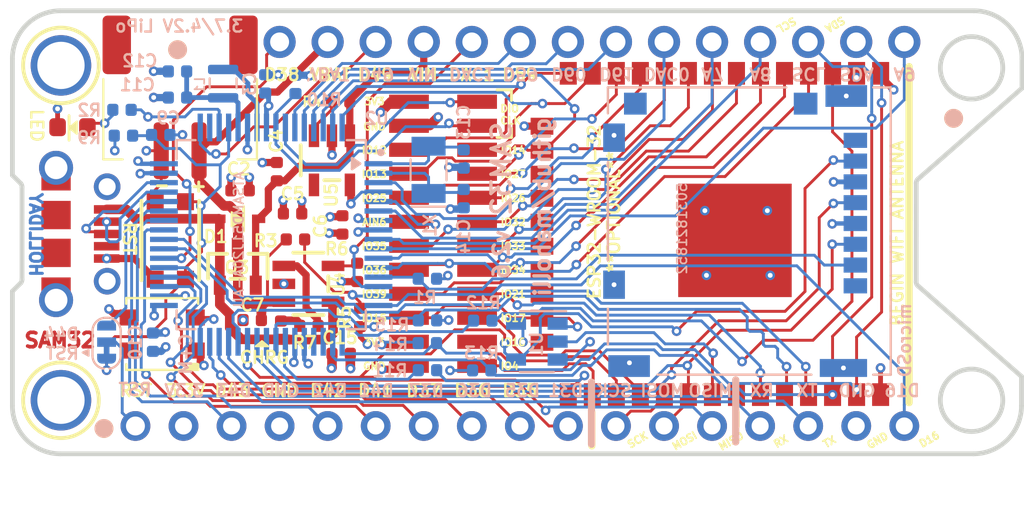
<source format=kicad_pcb>
(kicad_pcb (version 20171130) (host pcbnew "(5.1.4)-1")
  (layers (0 Top signal) (1 GND power hide) (2 PWR power hide) (31 Bottom signal) (34 B.Paste user hide) (35 F.Paste user hide) (36 B.SilkS user) (37 F.SilkS user) (38 B.Mask user hide) (39 F.Mask user hide) (44 Edge.Cuts user))
  (net 0 "")
  (net 1 /USB-)
  (net 2 /USB+)
  (net 3 "Net-(J1-Pad4)")
  (net 4 GND)
  (net 5 +3V3)
  (net 6 VBAT)
  (net 7 /~RESET)
  (net 8 /LED1)
  (net 9 /XTAL1)
  (net 10 /XTAL2)
  (net 11 "Net-(J3-Pad1)")
  (net 12 MOSI)
  (net 13 SCK)
  (net 14 MISO)
  (net 15 "Net-(J3-Pad8)")
  (net 16 "Net-(J3-PadSW_T)")
  (net 17 "Net-(J3-PadDET_T)")
  (net 18 /DTR)
  (net 19 DAC0)
  (net 20 AIN6)
  (net 21 AIN7)
  (net 22 AIN8)
  (net 23 AIN9)
  (net 24 SCL)
  (net 25 DAC1)
  (net 26 SDA)
  (net 27 D19)
  (net 28 D20)
  (net 29 D31)
  (net 30 D35)
  (net 31 D36)
  (net 32 D37)
  (net 33 D38)
  (net 34 D41)
  (net 35 D42)
  (net 36 D43)
  (net 37 D44)
  (net 38 D49)
  (net 39 D50)
  (net 40 D59)
  (net 41 D60)
  (net 42 "Net-(U3-Pad17)")
  (net 43 "Net-(U3-Pad18)")
  (net 44 "Net-(U3-Pad19)")
  (net 45 "Net-(U3-Pad20)")
  (net 46 "Net-(U3-Pad21)")
  (net 47 "Net-(U3-Pad22)")
  (net 48 IO34)
  (net 49 IO35)
  (net 50 IO32)
  (net 51 IO33)
  (net 52 IO25)
  (net 53 IO26)
  (net 54 IO27)
  (net 55 IO21)
  (net 56 IO17)
  (net 57 IO16)
  (net 58 IO4)
  (net 59 "Net-(U5-Pad4)")
  (net 60 /EN)
  (net 61 IO39)
  (net 62 IO36)
  (net 63 VUSB)
  (net 64 /PROG)
  (net 65 "Net-(R7-Pad1)")
  (net 66 "Net-(C11-Pad1)")
  (net 67 "Net-(CHRG1-Pad2)")
  (net 68 "Net-(L1-Pad2)")
  (net 69 "Net-(D2-Pad2)")
  (net 70 "Net-(GRN1-Pad1)")
  (net 71 "Net-(R11-Pad2)")
  (net 72 "Net-(R12-Pad2)")
  (net 73 "Net-(D2-Pad4)")
  (net 74 /~RTS)
  (net 75 D16)
  (net 76 RX1)
  (net 77 TX1)
  (net 78 SWDIO)
  (net 79 SWCLK)
  (net 80 D61)
  (net 81 xSDCS)
  (net 82 "Net-(U3-Pad24)")
  (net 83 VIN)
  (net 84 IO13)
  (net 85 IO12)
  (net 86 IO14)
  (net 87 /BATTERY)
  (net 88 /TX2)
  (net 89 ESP_MISO)
  (net 90 ESP_CS)
  (net 91 /RX2)
  (net 92 D44-RST)
  (module Package_TO_SOT_SMD:SOT-23-5 (layer Bottom) (at 83.57362 105.10012 180)
    (fp_text reference U1 (at 0.02032 -0.127 270) (layer B.SilkS) (effects (font (size 0.635 0.635) (thickness 0.127)) (justify mirror)))
    (fp_text value 74AHC1G125)
    (pad 5 smd rect (at 1.1 0.95 180) (size 1.06 0.65) (layers Bottom B.Paste B.Mask) (net 5 +3V3))
    (pad 4 smd rect (at 1.1 -0.95 180) (size 1.06 0.65) (layers Bottom B.Paste B.Mask) (net 14 MISO))
    (pad 3 smd rect (at -1.1 -0.95 180) (size 1.06 0.65) (layers Bottom B.Paste B.Mask) (net 4 GND))
    (pad 2 smd rect (at -1.1 0 180) (size 1.06 0.65) (layers Bottom B.Paste B.Mask) (net 89 ESP_MISO))
    (pad 1 smd rect (at -1.1 0.95 180) (size 1.06 0.65) (layers Bottom B.Paste B.Mask) (net 90 ESP_CS))
  )
  (module Resistor_SMD:R_0402_1005Metric (layer Bottom) (at 77.79004 101.77526 180)
    (fp_text reference R1 (at 0.13608 -0.99314 180) (layer B.SilkS) (effects (font (size 0.635 0.635) (thickness 0.127)) (justify mirror)))
    (fp_text value 10K)
    (pad 2 smd roundrect (at 0.485 0 180) (size 0.59 0.64) (layers Bottom B.Paste B.Mask) (net 81 xSDCS))
    (pad 1 smd roundrect (at -0.485 0 180) (size 0.59 0.64) (layers Bottom B.Paste B.Mask) (net 5 +3V3))
  )
  (module custom-footprints:Fiducial_1mm_Silkscreen (layer Top) (at 105.60558 93.28658)
    (fp_text reference FID3 hide)
    (fp_text value Fiducial)
    (pad "" connect circle (at 0 0) (size 1 1) (layers *.SilkS))
  )
  (module custom-footprints:Fiducial_1mm_Silkscreen (layer Top) (at 64.58458 89.65438)
    (fp_text reference FID2 hide)
    (fp_text value Fiducial)
    (pad "" connect circle (at 0 0) (size 1 1) (layers *.SilkS))
  )
  (module custom-footprints:Fiducial_1mm_Silkscreen (layer Top) (at 60.6933 109.69752)
    (fp_text reference FID1 hide)
    (fp_text value Fiducial)
    (pad "" connect circle (at 0 0) (size 1 1) (layers *.SilkS))
  )
  (module custom-footprints:Jumper3_Small (layer Bottom) (at 60.833 105.12806 90)
    (fp_text reference JP1 hide)
    (fp_text value "Bridged Jumper")
    (pad 2 smd rect (at 0 0 90) (size 0.5 1) (layers Bottom B.Mask) (net 92 D44-RST))
    (pad 3 smd custom (at 0.889 0 90) (size 0.5 0.5) (layers Bottom B.Mask) (net 37 D44) (options (clearance outline) (anchor rect)) (primitives (gr_circle (center 0 -0.25) (end 0.25 -0.25) (width 0)) (gr_circle (center 0 0.25) (end 0.25 0.25) (width 0)) (gr_poly (pts (xy -0.275 0.5) (xy 0 0.5) (xy 0 -0.5) (xy -0.275 -0.5)) (width 0))))
    (pad 1 smd custom (at -0.889 0 90) (size 0.5 0.5) (layers Bottom B.Mask) (net 7 /~RESET) (options (clearance outline) (anchor rect)) (primitives (gr_circle (center 0 -0.25) (end 0.25 -0.25) (width 0)) (gr_circle (center 0 0.25) (end 0.25 0.25) (width 0)) (gr_poly (pts (xy 0.275 0.5) (xy 0 0.5) (xy 0 -0.5) (xy 0.275 -0.5)) (width 0)) (gr_poly (pts (xy 0.2 0.15) (xy 0.65 0.15) (xy 0.65 -0.15) (xy 0.2 -0.15)) (width 0))))
  )
  (module Diode_SMD:D_SOD-323 (layer Top) (at 67.818 98.6028 180)
    (fp_text reference D1 (at 1.2192 -0.9398) (layer F.SilkS) (effects (font (size 0.635 0.635) (thickness 0.127))))
    (fp_text value RB550V)
    (pad 1 smd rect (at -1.05 0 180) (size 0.7 0.45) (layers Top F.Paste F.Mask) (net 83 VIN))
    (pad 2 smd rect (at 1.05 0 180) (size 0.7 0.45) (layers Top F.Paste F.Mask) (net 63 VUSB))
  )
  (module Resistor_SMD:R_0402_1005Metric (layer Bottom) (at 80.66278 106.62412)
    (fp_text reference R13 (at -0.0127 -0.9144) (layer B.SilkS) (effects (font (size 0.635 0.635) (thickness 0.127)) (justify mirror)))
    (fp_text value 10K)
    (pad 2 smd roundrect (at 0.485 0) (size 0.59 0.64) (layers Bottom B.Paste B.Mask) (net 24 SCL))
    (pad 1 smd roundrect (at -0.485 0) (size 0.59 0.64) (layers Bottom B.Paste B.Mask) (net 5 +3V3))
  )
  (module Connector_PinSocket_1.27mm:PinSocket_2x12_P1.27mm_Vertical_SMD (layer Top) (at 78.6164 99.39528)
    (fp_text reference J5 hide)
    (fp_text value Conn_02x12_Odd_Even)
    (pad 24 smd rect (at -1.8 6.985) (size 2.1 0.75) (layers Top F.Paste F.Mask) (net 4 GND))
    (pad 23 smd rect (at 1.8 6.985) (size 2.1 0.75) (layers Top F.Paste F.Mask) (net 58 IO4))
    (pad 22 smd rect (at -1.8 5.715) (size 2.1 0.75) (layers Top F.Paste F.Mask) (net 5 +3V3))
    (pad 21 smd rect (at 1.8 5.715) (size 2.1 0.75) (layers Top F.Paste F.Mask) (net 57 IO16))
    (pad 20 smd rect (at -1.8 4.445) (size 2.1 0.75) (layers Top F.Paste F.Mask) (net 90 ESP_CS))
    (pad 19 smd rect (at 1.8 4.445) (size 2.1 0.75) (layers Top F.Paste F.Mask) (net 56 IO17))
    (pad 18 smd rect (at -1.8 3.175) (size 2.1 0.75) (layers Top F.Paste F.Mask) (net 61 IO39))
    (pad 17 smd rect (at 1.8 3.175) (size 2.1 0.75) (layers Top F.Paste F.Mask) (net 55 IO21))
    (pad 16 smd rect (at -1.8 1.905) (size 2.1 0.75) (layers Top F.Paste F.Mask) (net 62 IO36))
    (pad 15 smd rect (at 1.8 1.905) (size 2.1 0.75) (layers Top F.Paste F.Mask) (net 48 IO34))
    (pad 14 smd rect (at -1.8 0.635) (size 2.1 0.75) (layers Top F.Paste F.Mask) (net 49 IO35))
    (pad 13 smd rect (at 1.8 0.635) (size 2.1 0.75) (layers Top F.Paste F.Mask) (net 51 IO33))
    (pad 12 smd rect (at -1.8 -0.635) (size 2.1 0.75) (layers Top F.Paste F.Mask) (net 20 AIN6))
    (pad 11 smd rect (at 1.8 -0.635) (size 2.1 0.75) (layers Top F.Paste F.Mask) (net 50 IO32))
    (pad 10 smd rect (at -1.8 -1.905) (size 2.1 0.75) (layers Top F.Paste F.Mask) (net 52 IO25))
    (pad 9 smd rect (at 1.8 -1.905) (size 2.1 0.75) (layers Top F.Paste F.Mask) (net 53 IO26))
    (pad 8 smd rect (at -1.8 -3.175) (size 2.1 0.75) (layers Top F.Paste F.Mask) (net 84 IO13))
    (pad 7 smd rect (at 1.8 -3.175) (size 2.1 0.75) (layers Top F.Paste F.Mask) (net 54 IO27))
    (pad 6 smd rect (at -1.8 -4.445) (size 2.1 0.75) (layers Top F.Paste F.Mask) (net 85 IO12))
    (pad 5 smd rect (at 1.8 -4.445) (size 2.1 0.75) (layers Top F.Paste F.Mask) (net 86 IO14))
    (pad 4 smd rect (at -1.8 -5.715) (size 2.1 0.75) (layers Top F.Paste F.Mask) (net 4 GND))
    (pad 3 smd rect (at 1.8 -5.715) (size 2.1 0.75) (layers Top F.Paste F.Mask) (net 79 SWCLK))
    (pad 2 smd rect (at -1.8 -6.985) (size 2.1 0.75) (layers Top F.Paste F.Mask) (net 5 +3V3))
    (pad 1 smd rect (at 1.8 -6.985) (size 2.1 0.75) (layers Top F.Paste F.Mask) (net 78 SWDIO))
  )
  (module "Adafruit Feather M4 Express:SOT23-5" (layer Top) (at 72.74306 95.50908 180)
    (fp_text reference U5 (at -0.33274 -2.56032 90) (layer F.SilkS) (effects (font (size 0.635 0.635) (thickness 0.127)) (justify left bottom)))
    (fp_text value AP2112K-3.3TRG1)
    (pad 5 smd rect (at -0.95 -1.3001 180) (size 0.55 1.2) (layers Top F.Paste F.Mask) (net 5 +3V3))
    (pad 4 smd rect (at 0.95 -1.3001 180) (size 0.55 1.2) (layers Top F.Paste F.Mask) (net 59 "Net-(U5-Pad4)"))
    (pad 3 smd rect (at 0.95 1.3001 180) (size 0.55 1.2) (layers Top F.Paste F.Mask) (net 60 /EN))
    (pad 2 smd rect (at 0 1.3001 180) (size 0.55 1.2) (layers Top F.Paste F.Mask) (net 4 GND))
    (pad 1 smd rect (at -0.95 1.3001 180) (size 0.55 1.2) (layers Top F.Paste F.Mask) (net 83 VIN))
  )
  (module custom-footprints:10118194-0001LF (layer Top) (at 58.16092 99.40544 270)
    (fp_text reference J1 hide)
    (fp_text value 10118194-0001LF hide)
    (pad 13 smd rect (at 3.05 0 270) (size 1.5 1.55) (layers Top F.Paste F.Mask))
    (pad 12 smd rect (at -3.05 0 270) (size 1.5 1.55) (layers Top F.Paste F.Mask))
    (pad 11 smd rect (at 1 0 270) (size 1.5 1.55) (layers Top F.Paste F.Mask))
    (pad 10 smd rect (at -1 0 270) (size 1.5 1.55) (layers Top F.Paste F.Mask))
    (pad 9 thru_hole circle (at 3.5 0 270) (size 1.8 1.8) (drill 1.2) (layers *.Cu *.Mask) (net 4 GND))
    (pad 8 thru_hole circle (at -3.5 0 270) (size 1.8 1.8) (drill 1.2) (layers *.Cu *.Mask) (net 4 GND))
    (pad 7 thru_hole circle (at 2.5 -2.7 270) (size 1.408 1.408) (drill 0.9) (layers *.Cu *.Mask))
    (pad 6 thru_hole circle (at -2.5 -2.7 270) (size 1.408 1.408) (drill 0.9) (layers *.Cu *.Mask))
    (pad 5 smd rect (at 1.3 -2.675 90) (size 0.45 1.35) (layers Top F.Paste F.Mask) (net 4 GND))
    (pad 4 smd rect (at 0.65 -2.675 90) (size 0.45 1.35) (layers Top F.Paste F.Mask) (net 3 "Net-(J1-Pad4)"))
    (pad 3 smd rect (at 0 -2.675 90) (size 0.45 1.35) (layers Top F.Paste F.Mask) (net 2 /USB+))
    (pad 2 smd rect (at -0.65 -2.675 90) (size 0.45 1.35) (layers Top F.Paste F.Mask) (net 1 /USB-))
    (pad 1 smd rect (at -1.3 -2.675 90) (size 0.45 1.35) (layers Top F.Paste F.Mask) (net 63 VUSB))
  )
  (module 503182-1853:MOLEX_503182-1853 (layer Bottom) (at 94.8055 99.2505 90)
    (fp_text reference J3 hide)
    (fp_text value 5031821852 (at 0.127 -3.556 90) (layer B.SilkS) (effects (font (size 0.508 0.508) (thickness 0.0889)) (justify mirror)))
    (pad 1 smd rect (at -2.9 5.605) (size 1.24 0.8) (layers Bottom B.Paste B.Mask) (net 11 "Net-(J3-Pad1)"))
    (pad 2 smd rect (at -1.8 5.605) (size 1.24 0.8) (layers Bottom B.Paste B.Mask) (net 81 xSDCS))
    (pad 3 smd rect (at -0.7 5.605) (size 1.24 0.8) (layers Bottom B.Paste B.Mask) (net 12 MOSI))
    (pad 4 smd rect (at 0.4 5.605) (size 1.24 0.8) (layers Bottom B.Paste B.Mask) (net 5 +3V3))
    (pad 5 smd rect (at 1.5 5.605) (size 1.24 0.8) (layers Bottom B.Paste B.Mask) (net 13 SCK))
    (pad 6 smd rect (at 2.6 5.605) (size 1.24 0.8) (layers Bottom B.Paste B.Mask) (net 4 GND))
    (pad 7 smd rect (at 3.7 5.605) (size 1.24 0.8) (layers Bottom B.Paste B.Mask) (net 14 MISO))
    (pad 8 smd rect (at 4.8 5.605) (size 1.24 0.8) (layers Bottom B.Paste B.Mask) (net 15 "Net-(J3-Pad8)"))
    (pad SH1 smd rect (at -7.245 4.975) (size 2.5 0.95) (layers Bottom B.Paste B.Mask) (net 4 GND))
    (pad SH2 smd rect (at 7.145 5.125) (size 2.2 1.15) (layers Bottom B.Paste B.Mask) (net 4 GND))
    (pad SW_T smd rect (at 6.74 2.975) (size 1.25 1.16) (layers Bottom B.Paste B.Mask) (net 16 "Net-(J3-PadSW_T)"))
    (pad DET_T smd rect (at 6.74 -6.025) (size 1.2 1.16) (layers Bottom B.Paste B.Mask) (net 17 "Net-(J3-PadDET_T)"))
    (pad SH5 smd rect (at -7.145 -6.355) (size 2.2 1.15) (layers Bottom B.Paste B.Mask) (net 4 GND))
    (pad SH4 smd rect (at -2.84 -7.15 270) (size 1.5 1.15) (layers Bottom B.Paste B.Mask) (net 4 GND))
    (pad SH3 smd rect (at 4.94 -7.15 270) (size 1.5 1.15) (layers Bottom B.Paste B.Mask) (net 4 GND))
  )
  (module QFP50P1200X1200X120-64N (layer Bottom) (at 69.5325 99.441 180)
    (fp_text reference U2 (at -5.5753 6.1468 180) (layer B.SilkS) (effects (font (size 0.635 0.635) (thickness 0.127)) (justify mirror)))
    (fp_text value ATSAMD51J20A-AU (at 1.7145 -0.254 270) (layer B.SilkS) (effects (font (size 0.508 0.508) (thickness 0.0889)) (justify mirror)))
    (pad 1 smd rect (at -5.67 3.75 90) (size 0.28 1.47) (layers Bottom B.Paste B.Mask) (net 9 /XTAL1))
    (pad 2 smd rect (at -5.67 3.25 90) (size 0.28 1.47) (layers Bottom B.Paste B.Mask) (net 10 /XTAL2))
    (pad 3 smd rect (at -5.67 2.75 90) (size 0.28 1.47) (layers Bottom B.Paste B.Mask) (net 19 DAC0))
    (pad 4 smd rect (at -5.67 2.25 90) (size 0.28 1.47) (layers Bottom B.Paste B.Mask) (net 5 +3V3))
    (pad 5 smd rect (at -5.67 1.75 90) (size 0.28 1.47) (layers Bottom B.Paste B.Mask) (net 20 AIN6))
    (pad 6 smd rect (at -5.67 1.25 90) (size 0.28 1.47) (layers Bottom B.Paste B.Mask) (net 21 AIN7))
    (pad 7 smd rect (at -5.67 0.75 90) (size 0.28 1.47) (layers Bottom B.Paste B.Mask) (net 4 GND))
    (pad 8 smd rect (at -5.67 0.25 90) (size 0.28 1.47) (layers Bottom B.Paste B.Mask) (net 5 +3V3))
    (pad 9 smd rect (at -5.67 -0.25 90) (size 0.28 1.47) (layers Bottom B.Paste B.Mask) (net 22 AIN8))
    (pad 10 smd rect (at -5.67 -0.75 90) (size 0.28 1.47) (layers Bottom B.Paste B.Mask) (net 23 AIN9))
    (pad 11 smd rect (at -5.67 -1.25 90) (size 0.28 1.47) (layers Bottom B.Paste B.Mask) (net 61 IO39))
    (pad 12 smd rect (at -5.67 -1.75 90) (size 0.28 1.47) (layers Bottom B.Paste B.Mask) (net 62 IO36))
    (pad 13 smd rect (at -5.67 -2.25 90) (size 0.28 1.47) (layers Bottom B.Paste B.Mask) (net 81 xSDCS))
    (pad 14 smd rect (at -5.67 -2.75 90) (size 0.28 1.47) (layers Bottom B.Paste B.Mask) (net 25 DAC1))
    (pad 15 smd rect (at -5.67 -3.25 90) (size 0.28 1.47) (layers Bottom B.Paste B.Mask) (net 87 /BATTERY))
    (pad 16 smd rect (at -5.67 -3.75 90) (size 0.28 1.47) (layers Bottom B.Paste B.Mask) (net 75 D16))
    (pad 17 smd rect (at -3.75 -5.67) (size 0.28 1.47) (layers Bottom B.Paste B.Mask) (net 26 SDA))
    (pad 18 smd rect (at -3.25 -5.67) (size 0.28 1.47) (layers Bottom B.Paste B.Mask) (net 24 SCL))
    (pad 19 smd rect (at -2.75 -5.67) (size 0.28 1.47) (layers Bottom B.Paste B.Mask) (net 27 D19))
    (pad 20 smd rect (at -2.25 -5.67) (size 0.28 1.47) (layers Bottom B.Paste B.Mask) (net 28 D20))
    (pad 21 smd rect (at -1.75 -5.67) (size 0.28 1.47) (layers Bottom B.Paste B.Mask) (net 5 +3V3))
    (pad 22 smd rect (at -1.25 -5.67) (size 0.28 1.47) (layers Bottom B.Paste B.Mask) (net 4 GND))
    (pad 23 smd rect (at -0.75 -5.67) (size 0.28 1.47) (layers Bottom B.Paste B.Mask) (net 18 /DTR))
    (pad 24 smd rect (at -0.25 -5.67) (size 0.28 1.47) (layers Bottom B.Paste B.Mask) (net 74 /~RTS))
    (pad 25 smd rect (at 0.25 -5.67) (size 0.28 1.47) (layers Bottom B.Paste B.Mask) (net 12 MOSI))
    (pad 26 smd rect (at 0.75 -5.67) (size 0.28 1.47) (layers Bottom B.Paste B.Mask) (net 13 SCK))
    (pad 27 smd rect (at 1.25 -5.67) (size 0.28 1.47) (layers Bottom B.Paste B.Mask) (net 14 MISO))
    (pad 28 smd rect (at 1.75 -5.67) (size 0.28 1.47) (layers Bottom B.Paste B.Mask) (net 90 ESP_CS))
    (pad 29 smd rect (at 2.25 -5.67) (size 0.28 1.47) (layers Bottom B.Paste B.Mask) (net 77 TX1))
    (pad 30 smd rect (at 2.75 -5.67) (size 0.28 1.47) (layers Bottom B.Paste B.Mask) (net 76 RX1))
    (pad 31 smd rect (at 3.25 -5.67) (size 0.28 1.47) (layers Bottom B.Paste B.Mask) (net 29 D31))
    (pad 32 smd rect (at 3.75 -5.67) (size 0.28 1.47) (layers Bottom B.Paste B.Mask) (net 73 "Net-(D2-Pad4)"))
    (pad 33 smd rect (at 5.67 -3.75 90) (size 0.28 1.47) (layers Bottom B.Paste B.Mask) (net 4 GND))
    (pad 34 smd rect (at 5.67 -3.25 90) (size 0.28 1.47) (layers Bottom B.Paste B.Mask) (net 5 +3V3))
    (pad 35 smd rect (at 5.67 -2.75 90) (size 0.28 1.47) (layers Bottom B.Paste B.Mask) (net 30 D35))
    (pad 36 smd rect (at 5.67 -2.25 90) (size 0.28 1.47) (layers Bottom B.Paste B.Mask) (net 31 D36))
    (pad 37 smd rect (at 5.67 -1.75 90) (size 0.28 1.47) (layers Bottom B.Paste B.Mask) (net 32 D37))
    (pad 38 smd rect (at 5.67 -1.25 90) (size 0.28 1.47) (layers Bottom B.Paste B.Mask) (net 33 D38))
    (pad 39 smd rect (at 5.67 -0.75 90) (size 0.28 1.47) (layers Bottom B.Paste B.Mask) (net 88 /TX2))
    (pad 40 smd rect (at 5.67 -0.25 90) (size 0.28 1.47) (layers Bottom B.Paste B.Mask) (net 91 /RX2))
    (pad 41 smd rect (at 5.67 0.25 90) (size 0.28 1.47) (layers Bottom B.Paste B.Mask) (net 34 D41))
    (pad 42 smd rect (at 5.67 0.75 90) (size 0.28 1.47) (layers Bottom B.Paste B.Mask) (net 35 D42))
    (pad 43 smd rect (at 5.67 1.25 90) (size 0.28 1.47) (layers Bottom B.Paste B.Mask) (net 36 D43))
    (pad 44 smd rect (at 5.67 1.75 90) (size 0.28 1.47) (layers Bottom B.Paste B.Mask) (net 37 D44))
    (pad 45 smd rect (at 5.67 2.25 90) (size 0.28 1.47) (layers Bottom B.Paste B.Mask) (net 1 /USB-))
    (pad 46 smd rect (at 5.67 2.75 90) (size 0.28 1.47) (layers Bottom B.Paste B.Mask) (net 2 /USB+))
    (pad 47 smd rect (at 5.67 3.25 90) (size 0.28 1.47) (layers Bottom B.Paste B.Mask) (net 4 GND))
    (pad 48 smd rect (at 5.67 3.75 90) (size 0.28 1.47) (layers Bottom B.Paste B.Mask) (net 5 +3V3))
    (pad 49 smd rect (at 3.75 5.67) (size 0.28 1.47) (layers Bottom B.Paste B.Mask) (net 38 D49))
    (pad 50 smd rect (at 3.25 5.67) (size 0.28 1.47) (layers Bottom B.Paste B.Mask) (net 39 D50))
    (pad 51 smd rect (at 2.75 5.67) (size 0.28 1.47) (layers Bottom B.Paste B.Mask) (net 8 /LED1))
    (pad 52 smd rect (at 2.25 5.67) (size 0.28 1.47) (layers Bottom B.Paste B.Mask) (net 7 /~RESET))
    (pad 53 smd rect (at 1.75 5.67) (size 0.28 1.47) (layers Bottom B.Paste B.Mask) (net 66 "Net-(C11-Pad1)"))
    (pad 54 smd rect (at 1.25 5.67) (size 0.28 1.47) (layers Bottom B.Paste B.Mask) (net 4 GND))
    (pad 55 smd rect (at 0.75 5.67) (size 0.28 1.47) (layers Bottom B.Paste B.Mask) (net 68 "Net-(L1-Pad2)"))
    (pad 56 smd rect (at 0.25 5.67) (size 0.28 1.47) (layers Bottom B.Paste B.Mask) (net 5 +3V3))
    (pad 57 smd rect (at -0.25 5.67) (size 0.28 1.47) (layers Bottom B.Paste B.Mask) (net 79 SWCLK))
    (pad 58 smd rect (at -0.75 5.67) (size 0.28 1.47) (layers Bottom B.Paste B.Mask) (net 78 SWDIO))
    (pad 59 smd rect (at -1.25 5.67) (size 0.28 1.47) (layers Bottom B.Paste B.Mask) (net 40 D59))
    (pad 60 smd rect (at -1.75 5.67) (size 0.28 1.47) (layers Bottom B.Paste B.Mask) (net 41 D60))
    (pad 61 smd rect (at -2.25 5.67) (size 0.28 1.47) (layers Bottom B.Paste B.Mask) (net 80 D61))
    (pad 62 smd rect (at -2.75 5.67) (size 0.28 1.47) (layers Bottom B.Paste B.Mask) (net 84 IO13))
    (pad 63 smd rect (at -3.25 5.67) (size 0.28 1.47) (layers Bottom B.Paste B.Mask) (net 85 IO12))
    (pad 64 smd rect (at -3.75 5.67) (size 0.28 1.47) (layers Bottom B.Paste B.Mask) (net 86 IO14))
  )
  (module LED_SMD:LED_0603_1608Metric (layer Top) (at 59.0296 93.7558 180)
    (fp_text reference GRN1 hide)
    (fp_text value "GREEN LED")
    (pad 2 smd roundrect (at 0.7875 0 180) (size 0.875 0.95) (layers Top F.Paste F.Mask) (net 4 GND))
    (pad 1 smd roundrect (at -0.7875 0 180) (size 0.875 0.95) (layers Top F.Paste F.Mask) (net 70 "Net-(GRN1-Pad1)"))
  )
  (module Connector_PinHeader_2.54mm:PinHeader_1x14_P2.54mm_Vertical (layer Top) (at 69.977 89.24544 90)
    (fp_text reference J2 hide)
    (fp_text value Conn_01x14)
    (pad 1 thru_hole oval (at 0 0 90) (size 1.7 1.7) (drill 1) (layers *.Cu *.Mask) (net 33 D38))
    (pad 2 thru_hole oval (at 0 2.54 90) (size 1.7 1.7) (drill 1) (layers *.Cu *.Mask) (net 6 VBAT))
    (pad 3 thru_hole oval (at 0 5.08 90) (size 1.7 1.7) (drill 1) (layers *.Cu *.Mask) (net 38 D49))
    (pad 4 thru_hole oval (at 0 7.62 90) (size 1.7 1.7) (drill 1) (layers *.Cu *.Mask) (net 83 VIN))
    (pad 5 thru_hole oval (at 0 10.16 90) (size 1.7 1.7) (drill 1) (layers *.Cu *.Mask) (net 25 DAC1))
    (pad 6 thru_hole oval (at 0 12.7 90) (size 1.7 1.7) (drill 1) (layers *.Cu *.Mask) (net 40 D59))
    (pad 7 thru_hole oval (at 0 15.24 90) (size 1.7 1.7) (drill 1) (layers *.Cu *.Mask) (net 41 D60))
    (pad 8 thru_hole oval (at 0 17.78 90) (size 1.7 1.7) (drill 1) (layers *.Cu *.Mask) (net 80 D61))
    (pad 9 thru_hole oval (at 0 20.32 90) (size 1.7 1.7) (drill 1) (layers *.Cu *.Mask) (net 19 DAC0))
    (pad 10 thru_hole oval (at 0 22.86 90) (size 1.7 1.7) (drill 1) (layers *.Cu *.Mask) (net 21 AIN7))
    (pad 11 thru_hole oval (at 0 25.4 90) (size 1.7 1.7) (drill 1) (layers *.Cu *.Mask) (net 22 AIN8))
    (pad 12 thru_hole oval (at 0 27.94 90) (size 1.7 1.7) (drill 1) (layers *.Cu *.Mask) (net 24 SCL))
    (pad 13 thru_hole oval (at 0 30.48 90) (size 1.7 1.7) (drill 1) (layers *.Cu *.Mask) (net 26 SDA))
    (pad 14 thru_hole oval (at 0 33.02 90) (size 1.7 1.7) (drill 1) (layers *.Cu *.Mask) (net 23 AIN9))
  )
  (module Resistor_SMD:R_0402_1005Metric (layer Bottom) (at 77.7875 105.17886)
    (fp_text reference R14 (at -1.94564 0.08128 180) (layer B.SilkS) (effects (font (size 0.635 0.635) (thickness 0.127)) (justify mirror)))
    (fp_text value 10K)
    (pad 2 smd roundrect (at 0.485 0) (size 0.59 0.64) (layers Bottom B.Paste B.Mask) (net 26 SDA))
    (pad 1 smd roundrect (at -0.485 0) (size 0.59 0.64) (layers Bottom B.Paste B.Mask) (net 5 +3V3))
  )
  (module Resistor_SMD:R_0402_1005Metric (layer Top) (at 74.2315 103.8225 270)
    (fp_text reference R5 (at 0 0.8255 270) (layer F.SilkS) (effects (font (size 0.635 0.635) (thickness 0.127))))
    (fp_text value 100K)
    (pad 2 smd roundrect (at 0.485 0 270) (size 0.59 0.64) (layers Top F.Paste F.Mask) (net 4 GND))
    (pad 1 smd roundrect (at -0.485 0 270) (size 0.59 0.64) (layers Top F.Paste F.Mask) (net 87 /BATTERY))
  )
  (module Resistor_SMD:R_0402_1005Metric (layer Bottom) (at 80.71612 103.99102)
    (fp_text reference R12 (at 0.0254 -0.94068) (layer B.SilkS) (effects (font (size 0.635 0.635) (thickness 0.127)) (justify mirror)))
    (fp_text value 10K)
    (pad 2 smd roundrect (at 0.485 0) (size 0.59 0.64) (layers Bottom B.Paste B.Mask) (net 72 "Net-(R12-Pad2)"))
    (pad 1 smd roundrect (at -0.485 0) (size 0.59 0.64) (layers Bottom B.Paste B.Mask) (net 74 /~RTS))
  )
  (module Resistor_SMD:R_0402_1005Metric (layer Bottom) (at 77.79404 106.61396)
    (fp_text reference R11 (at -1.9812 0.0296) (layer B.SilkS) (effects (font (size 0.635 0.635) (thickness 0.127)) (justify mirror)))
    (fp_text value 10K)
    (pad 2 smd roundrect (at 0.485 0) (size 0.59 0.64) (layers Bottom B.Paste B.Mask) (net 71 "Net-(R11-Pad2)"))
    (pad 1 smd roundrect (at -0.485 0) (size 0.59 0.64) (layers Bottom B.Paste B.Mask) (net 18 /DTR))
  )
  (module Resistor_SMD:R_0402_1005Metric (layer Bottom) (at 70.8152 91.4908 270)
    (fp_text reference R10 (at 0.8128 -1.524 180) (layer B.SilkS) (effects (font (size 0.635 0.635) (thickness 0.127)) (justify mirror)))
    (fp_text value 10K)
    (pad 2 smd roundrect (at 0.485 0 270) (size 0.59 0.64) (layers Bottom B.Paste B.Mask) (net 79 SWCLK))
    (pad 1 smd roundrect (at -0.485 0 270) (size 0.59 0.64) (layers Bottom B.Paste B.Mask) (net 5 +3V3))
  )
  (module Resistor_SMD:R_0402_1005Metric (layer Bottom) (at 61.722 94.20352)
    (fp_text reference R9 (at -1.80848 0.10922) (layer B.SilkS) (effects (font (size 0.635 0.635) (thickness 0.127)) (justify mirror)))
    (fp_text value 10K)
    (pad 2 smd roundrect (at 0.485 0) (size 0.59 0.64) (layers Bottom B.Paste B.Mask) (net 7 /~RESET))
    (pad 1 smd roundrect (at -0.485 0) (size 0.59 0.64) (layers Bottom B.Paste B.Mask) (net 5 +3V3))
  )
  (module Resistor_SMD:R_0402_1005Metric (layer Top) (at 71.5264 104.267 180)
    (fp_text reference R7 (at 0.2286 -0.88646 180) (layer F.SilkS) (effects (font (size 0.635 0.635) (thickness 0.127))))
    (fp_text value 1K)
    (pad 2 smd roundrect (at 0.485 0 180) (size 0.59 0.64) (layers Top F.Paste F.Mask) (net 67 "Net-(CHRG1-Pad2)"))
    (pad 1 smd roundrect (at -0.485 0 180) (size 0.59 0.64) (layers Top F.Paste F.Mask) (net 65 "Net-(R7-Pad1)"))
  )
  (module Resistor_SMD:R_0402_1005Metric (layer Top) (at 74.0791 101.43744 270)
    (fp_text reference R6 (at -1.2446 1.0795 180) (layer F.SilkS) (effects (font (size 0.635 0.635) (thickness 0.127))))
    (fp_text value 10K)
    (pad 2 smd roundrect (at 0.485 0 270) (size 0.59 0.64) (layers Top F.Paste F.Mask) (net 4 GND))
    (pad 1 smd roundrect (at -0.485 0 270) (size 0.59 0.64) (layers Top F.Paste F.Mask) (net 64 /PROG))
  )
  (module Resistor_SMD:R_0402_1005Metric (layer Bottom) (at 77.79404 103.97832 180)
    (fp_text reference R15 (at 1.88106 -0.24296 180) (layer B.SilkS) (effects (font (size 0.635 0.635) (thickness 0.127)) (justify mirror)))
    (fp_text value 10K)
    (pad 2 smd roundrect (at 0.485 0 180) (size 0.59 0.64) (layers Bottom B.Paste B.Mask) (net 88 /TX2))
    (pad 1 smd roundrect (at -0.485 0 180) (size 0.59 0.64) (layers Bottom B.Paste B.Mask) (net 5 +3V3))
  )
  (module custom-footprints:LED3535 (layer Top) (at 63.77 104.6988)
    (fp_text reference D2 hide)
    (fp_text value WS2812B)
    (pad 3 smd rect (at 1.749999 0.875 90) (size 0.85 1) (layers Top F.Paste F.Mask) (net 4 GND))
    (pad 2 smd rect (at -1.75 0.875 90) (size 0.85 1) (layers Top F.Paste F.Mask) (net 69 "Net-(D2-Pad2)"))
    (pad 4 smd rect (at 1.75 -0.875 90) (size 0.85 1) (layers Top F.Paste F.Mask) (net 73 "Net-(D2-Pad4)"))
    (pad 1 smd rect (at -1.749999 -0.875 90) (size 0.85 1) (layers Top F.Paste F.Mask) (net 5 +3V3))
  )
  (module Connector_JST:JST_PH_S2B-PH-SM4-TB_1x02-1MP_P2.00mm_Horizontal (layer Top) (at 64.7192 92.1512 180)
    (fp_text reference J4 hide)
    (fp_text value B2B-PH-SM4-TB)
    (pad MP smd roundrect (at 3.35 2.75 180) (size 1.5 3.1) (layers Top F.Paste F.Mask) (roundrect_rratio 0.167))
    (pad MP smd roundrect (at -3.35 2.75 180) (size 1.5 3.1) (layers Top F.Paste F.Mask) (roundrect_rratio 0.167))
    (pad 2 smd roundrect (at 1 -2.85 180) (size 0.8 3) (layers Top F.Paste F.Mask) (net 4 GND))
    (pad 1 smd roundrect (at -1 -2.85 180) (size 0.8 3) (layers Top F.Paste F.Mask) (net 6 VBAT))
  )
  (module LED_SMD:LED_0402_1005Metric (layer Top) (at 70.0532 104.4956 90)
    (fp_text reference CHRG1 hide)
    (fp_text value "ORANGE LED")
    (pad 2 smd roundrect (at 0.485 0 90) (size 0.59 0.64) (layers Top F.Paste F.Mask) (net 67 "Net-(CHRG1-Pad2)"))
    (pad 1 smd roundrect (at -0.485 0 90) (size 0.59 0.64) (layers Top F.Paste F.Mask) (net 63 VUSB))
  )
  (module Resistor_SMD:R_0402_1005Metric (layer Bottom) (at 61.6458 92.837)
    (fp_text reference R2 (at -1.7272 0.0254 -180) (layer B.SilkS) (effects (font (size 0.635 0.635) (thickness 0.127)) (justify mirror)))
    (fp_text value 2.2K)
    (pad 2 smd roundrect (at 0.485 0) (size 0.59 0.64) (layers Bottom B.Paste B.Mask) (net 8 /LED1))
    (pad 1 smd roundrect (at -0.485 0) (size 0.59 0.64) (layers Bottom B.Paste B.Mask) (net 70 "Net-(GRN1-Pad1)"))
  )
  (module Resistor_SMD:R_0402_1005Metric (layer Top) (at 70.8152 99.695)
    (fp_text reference R3 (at -1.5748 0.0762) (layer F.SilkS) (effects (font (size 0.635 0.635) (thickness 0.127))))
    (fp_text value 100K)
    (pad 2 smd roundrect (at 0.485 0) (size 0.59 0.64) (layers Top F.Paste F.Mask) (net 87 /BATTERY))
    (pad 1 smd roundrect (at -0.485 0) (size 0.59 0.64) (layers Top F.Paste F.Mask) (net 6 VBAT))
  )
  (module Capacitor_SMD:C_0402_1005Metric (layer Top) (at 68.5292 103.9622 180)
    (fp_text reference C7 (at -0.0127 0.79502 180) (layer F.SilkS) (effects (font (size 0.635 0.635) (thickness 0.127))))
    (fp_text value 10uF)
    (pad 2 smd roundrect (at 0.485 0 180) (size 0.59 0.64) (layers Top F.Paste F.Mask) (net 4 GND))
    (pad 1 smd roundrect (at -0.485 0 180) (size 0.59 0.64) (layers Top F.Paste F.Mask) (net 6 VBAT))
  )
  (module "Adafruit Feather M4 Express:BTN_KMR2_4.6X2.8" (layer Top) (at 64.2 99.75 270)
    (fp_text reference SW1 hide)
    (fp_text value "KMR231NG LFS" hide)
    (pad A smd rect (at 2.05 -0.8 270) (size 0.9 0.9) (layers Top F.Paste F.Mask) (net 7 /~RESET))
    (pad B smd rect (at 2.05 0.8 270) (size 0.9 0.9) (layers Top F.Paste F.Mask) (net 4 GND))
    (pad B' smd rect (at -2.05 0.8 270) (size 0.9 0.9) (layers Top F.Paste F.Mask) (net 4 GND))
    (pad A' smd rect (at -2.05 -0.8 270) (size 0.9 0.9) (layers Top F.Paste F.Mask) (net 7 /~RESET))
  )
  (module Capacitor_SMD:C_0402_1005Metric (layer Bottom) (at 64.5795 90.805)
    (fp_text reference C12 (at -1.9939 -0.5588) (layer B.SilkS) (effects (font (size 0.635 0.635) (thickness 0.127)) (justify mirror)))
    (fp_text value 10uF)
    (pad 2 smd roundrect (at 0.485 0) (size 0.59 0.64) (layers Bottom B.Paste B.Mask) (net 66 "Net-(C11-Pad1)"))
    (pad 1 smd roundrect (at -0.485 0) (size 0.59 0.64) (layers Bottom B.Paste B.Mask) (net 4 GND))
  )
  (module Capacitor_SMD:C_0402_1005Metric (layer Top) (at 73.295004 98.92782 90)
    (fp_text reference C6 (at -0.05598 -1.159004 90) (layer F.SilkS) (effects (font (size 0.635 0.635) (thickness 0.127))))
    (fp_text value 10uF)
    (pad 2 smd roundrect (at 0.485 0 90) (size 0.59 0.64) (layers Top F.Paste F.Mask) (net 4 GND))
    (pad 1 smd roundrect (at -0.485 0 90) (size 0.59 0.64) (layers Top F.Paste F.Mask) (net 5 +3V3))
  )
  (module Capacitor_SMD:C_0402_1005Metric (layer Top) (at 69.82968 96.10852 90)
    (fp_text reference C4 (at 1.62052 -0.03048 90) (layer F.SilkS) (effects (font (size 0.635 0.635) (thickness 0.127))))
    (fp_text value 10uF)
    (pad 2 smd roundrect (at 0.485 0 90) (size 0.59 0.64) (layers Top F.Paste F.Mask) (net 4 GND))
    (pad 1 smd roundrect (at -0.485 0 90) (size 0.59 0.64) (layers Top F.Paste F.Mask) (net 83 VIN))
  )
  (module Capacitor_SMD:C_0402_1005Metric (layer Top) (at 67.88902 97.09912)
    (fp_text reference C2 (at -0.07356 -1.13538 180) (layer F.SilkS) (effects (font (size 0.635 0.635) (thickness 0.127))))
    (fp_text value 10uF)
    (pad 2 smd roundrect (at 0.485 0) (size 0.59 0.64) (layers Top F.Paste F.Mask) (net 4 GND))
    (pad 1 smd roundrect (at -0.485 0) (size 0.59 0.64) (layers Top F.Paste F.Mask) (net 5 +3V3))
  )
  (module Resistor_SMD:R_0402_1005Metric (layer Top) (at 73.2028 92.4052)
    (fp_text reference R4 (at -1.524 0) (layer F.SilkS) (effects (font (size 0.508 0.508) (thickness 0.1016))))
    (fp_text value 10K)
    (pad 1 smd roundrect (at -0.485 0) (size 0.59 0.64) (layers Top F.Paste F.Mask) (net 60 /EN))
    (pad 2 smd roundrect (at 0.485 0) (size 0.59 0.64) (layers Top F.Paste F.Mask) (net 83 VIN))
  )
  (module Connector_PinSocket_2.54mm:PinSocket_1x17_P2.54mm_Vertical (layer Top) (at 62.357 109.56544 90)
    (fp_text reference J7 hide)
    (fp_text value Conn_01x17)
    (pad 17 thru_hole circle (at 0 40.64 90) (size 1.5748 1.5748) (drill 0.9) (layers *.Cu *.Mask) (net 75 D16))
    (pad 16 thru_hole circle (at 0 38.1 90) (size 1.5748 1.5748) (drill 0.9) (layers *.Cu *.Mask) (net 4 GND))
    (pad 15 thru_hole circle (at 0 35.56 90) (size 1.5748 1.5748) (drill 0.9) (layers *.Cu *.Mask) (net 77 TX1))
    (pad 14 thru_hole circle (at 0 33.02 90) (size 1.5748 1.5748) (drill 0.9) (layers *.Cu *.Mask) (net 76 RX1))
    (pad 13 thru_hole circle (at 0 30.48 90) (size 1.5748 1.5748) (drill 0.9) (layers *.Cu *.Mask) (net 14 MISO))
    (pad 12 thru_hole circle (at 0 27.94 90) (size 1.5748 1.5748) (drill 0.9) (layers *.Cu *.Mask) (net 12 MOSI))
    (pad 11 thru_hole circle (at 0 25.4 90) (size 1.5748 1.5748) (drill 0.9) (layers *.Cu *.Mask) (net 13 SCK))
    (pad 10 thru_hole circle (at 0 22.86 90) (size 1.5748 1.5748) (drill 0.9) (layers *.Cu *.Mask) (net 29 D31))
    (pad 9 thru_hole circle (at 0 20.32 90) (size 1.5748 1.5748) (drill 0.9) (layers *.Cu *.Mask) (net 30 D35))
    (pad 8 thru_hole circle (at 0 17.78 90) (size 1.5748 1.5748) (drill 0.9) (layers *.Cu *.Mask) (net 31 D36))
    (pad 7 thru_hole circle (at 0 15.24 90) (size 1.5748 1.5748) (drill 0.9) (layers *.Cu *.Mask) (net 32 D37))
    (pad 6 thru_hole circle (at 0 12.7 90) (size 1.5748 1.5748) (drill 0.9) (layers *.Cu *.Mask) (net 34 D41))
    (pad 5 thru_hole circle (at 0 10.16 90) (size 1.5748 1.5748) (drill 0.9) (layers *.Cu *.Mask) (net 35 D42))
    (pad 4 thru_hole circle (at 0 7.62 90) (size 1.5748 1.5748) (drill 0.9) (layers *.Cu *.Mask) (net 4 GND))
    (pad 3 thru_hole circle (at 0 5.08 90) (size 1.5748 1.5748) (drill 0.9) (layers *.Cu *.Mask) (net 36 D43))
    (pad 2 thru_hole circle (at 0 2.54 90) (size 1.5748 1.5748) (drill 0.9) (layers *.Cu *.Mask) (net 5 +3V3))
    (pad 1 thru_hole circle (at 0 0 90) (size 1.5748 1.5748) (drill 1) (layers *.Cu *.Mask) (net 92 D44-RST))
  )
  (module Capacitor_SMD:C_0402_1005Metric (layer Top) (at 70.6628 98.3234)
    (fp_text reference C5 (at 0 -1.0414 180) (layer F.SilkS) (effects (font (size 0.635 0.635) (thickness 0.127))))
    (fp_text value 1uF)
    (pad 1 smd roundrect (at -0.485 0) (size 0.59 0.64) (layers Top F.Paste F.Mask) (net 5 +3V3))
    (pad 2 smd roundrect (at 0.485 0) (size 0.59 0.64) (layers Top F.Paste F.Mask) (net 4 GND))
  )
  (module Capacitor_SMD:C_0402_1005Metric (layer Bottom) (at 69.215 91.4654 90)
    (fp_text reference C3 (at 0 -0.8128 90) (layer B.SilkS) (effects (font (size 0.635 0.635) (thickness 0.127)) (justify mirror)))
    (fp_text value 1uF)
    (pad 2 smd roundrect (at 0.485 0 90) (size 0.59 0.64) (layers Bottom B.Paste B.Mask) (net 4 GND))
    (pad 1 smd roundrect (at -0.485 0 90) (size 0.59 0.64) (layers Bottom B.Paste B.Mask) (net 5 +3V3))
  )
  (module "Adafruit Feather M4 Express:SOT23-R" (layer Top) (at 67.7672 101.1174)
    (fp_text reference Q3 (at -0.762 0.4318) (layer F.SilkS) (effects (font (size 0.635 0.635) (thickness 0.127)) (justify left bottom)))
    (fp_text value DMG341)
    (pad 3 smd rect (at 0 -1) (size 0.635 1.016) (layers Top F.Paste F.Mask) (net 6 VBAT))
    (pad 2 smd rect (at 0.95 1) (size 0.635 1.016) (layers Top F.Paste F.Mask) (net 83 VIN))
    (pad 1 smd rect (at -0.95 1) (size 0.635 1.016) (layers Top F.Paste F.Mask) (net 63 VUSB))
  )
  (module Capacitor_SMD:C_0402_1005Metric (layer Bottom) (at 64.5795 92.1893 180)
    (fp_text reference C11 (at 2.1209 0.6731 180) (layer B.SilkS) (effects (font (size 0.635 0.635) (thickness 0.127)) (justify mirror)))
    (fp_text value 1uF)
    (pad 2 smd roundrect (at 0.485 0 180) (size 0.59 0.64) (layers Bottom B.Paste B.Mask) (net 4 GND))
    (pad 1 smd roundrect (at -0.485 0 180) (size 0.59 0.64) (layers Bottom B.Paste B.Mask) (net 66 "Net-(C11-Pad1)"))
  )
  (module "Adafruit Feather M4 Express:SOT23-5" (layer Top) (at 71.501 102.0445 270)
    (fp_text reference U4 (at 0.7355 -1.939 270) (layer F.SilkS) (effects (font (size 0.635 0.635) (thickness 0.127)) (justify left bottom)))
    (fp_text value MCP73831T-2ACI/OT)
    (pad 1 smd rect (at -0.95 1.3001 270) (size 0.55 1.2) (layers Top F.Paste F.Mask) (net 65 "Net-(R7-Pad1)"))
    (pad 2 smd rect (at 0 1.3001 270) (size 0.55 1.2) (layers Top F.Paste F.Mask) (net 4 GND))
    (pad 3 smd rect (at 0.95 1.3001 270) (size 0.55 1.2) (layers Top F.Paste F.Mask) (net 6 VBAT))
    (pad 4 smd rect (at 0.95 -1.3001 270) (size 0.55 1.2) (layers Top F.Paste F.Mask) (net 63 VUSB))
    (pad 5 smd rect (at -0.95 -1.3001 270) (size 0.55 1.2) (layers Top F.Paste F.Mask) (net 64 /PROG))
  )
  (module "Adafruit HUZZAH32 ESP32 Feather:WROOM32_SKINNY" (layer Top) (at 96.74606 99.40544 270)
    (fp_text reference U3 hide)
    (fp_text value ESP32_WROOM32_SKINNY hide)
    (pad P$1 smd rect (at 0.34 2.7 270) (size 6 6) (layers Top F.Mask) (net 4 GND))
    (pad 38 smd rect (at 8.5 -5 270) (size 1.2 0.9) (layers Top F.Paste F.Mask) (net 4 GND))
    (pad 37 smd rect (at 8.5 -3.73 270) (size 1.2 0.9) (layers Top F.Paste F.Mask) (net 26 SDA))
    (pad 36 smd rect (at 8.5 -2.46 270) (size 1.2 0.9) (layers Top F.Paste F.Mask) (net 24 SCL))
    (pad 35 smd rect (at 8.5 -1.19 270) (size 1.2 0.9) (layers Top F.Paste F.Mask) (net 91 /RX2))
    (pad 34 smd rect (at 8.5 0.08 270) (size 1.2 0.9) (layers Top F.Paste F.Mask) (net 88 /TX2))
    (pad 33 smd rect (at 8.5 1.35 270) (size 1.2 0.9) (layers Top F.Paste F.Mask) (net 55 IO21))
    (pad 32 smd rect (at 8.5 2.62 270) (size 1.2 0.9) (layers Top F.Paste F.Mask))
    (pad 31 smd rect (at 8.5 3.89 270) (size 1.2 0.9) (layers Top F.Paste F.Mask) (net 89 ESP_MISO))
    (pad 30 smd rect (at 8.5 5.16 270) (size 1.2 0.9) (layers Top F.Paste F.Mask) (net 12 MOSI))
    (pad 29 smd rect (at 8.5 6.43 270) (size 1.2 0.9) (layers Top F.Paste F.Mask) (net 13 SCK))
    (pad 28 smd rect (at 8.5 7.7 270) (size 1.2 0.9) (layers Top F.Paste F.Mask) (net 56 IO17))
    (pad 27 smd rect (at 8.5 8.97 270) (size 1.2 0.9) (layers Top F.Paste F.Mask) (net 57 IO16))
    (pad 26 smd rect (at 8.5 10.24 270) (size 1.2 0.9) (layers Top F.Paste F.Mask) (net 58 IO4))
    (pad 25 smd rect (at 8.5 11.51 270) (size 1.2 0.9) (layers Top F.Paste F.Mask) (net 71 "Net-(R11-Pad2)"))
    (pad 24 smd rect (at 5.73 12.9 180) (size 1.2 0.9) (layers Top F.Paste F.Mask) (net 82 "Net-(U3-Pad24)"))
    (pad 23 smd rect (at 4.46 12.9 180) (size 1.2 0.9) (layers Top F.Paste F.Mask) (net 90 ESP_CS))
    (pad 22 smd rect (at 3.19 12.9 180) (size 1.2 0.9) (layers Top F.Paste F.Mask) (net 47 "Net-(U3-Pad22)"))
    (pad 21 smd rect (at 1.92 12.9 180) (size 1.2 0.9) (layers Top F.Paste F.Mask) (net 46 "Net-(U3-Pad21)"))
    (pad 20 smd rect (at 0.65 12.9 180) (size 1.2 0.9) (layers Top F.Paste F.Mask) (net 45 "Net-(U3-Pad20)"))
    (pad 19 smd rect (at -0.62 12.9 180) (size 1.2 0.9) (layers Top F.Paste F.Mask) (net 44 "Net-(U3-Pad19)"))
    (pad 18 smd rect (at -1.89 12.9 180) (size 1.2 0.9) (layers Top F.Paste F.Mask) (net 43 "Net-(U3-Pad18)"))
    (pad 17 smd rect (at -3.16 12.9 180) (size 1.2 0.9) (layers Top F.Paste F.Mask) (net 42 "Net-(U3-Pad17)"))
    (pad 16 smd rect (at -4.43 12.9 180) (size 1.2 0.9) (layers Top F.Paste F.Mask) (net 84 IO13))
    (pad 15 smd rect (at -5.7 12.9 180) (size 1.2 0.9) (layers Top F.Paste F.Mask) (net 4 GND))
    (pad 14 smd rect (at -8.5 11.51 90) (size 1.2 0.9) (layers Top F.Paste F.Mask) (net 85 IO12))
    (pad 13 smd rect (at -8.5 10.24 90) (size 1.2 0.9) (layers Top F.Paste F.Mask) (net 86 IO14))
    (pad 12 smd rect (at -8.5 8.97 90) (size 1.2 0.9) (layers Top F.Paste F.Mask) (net 54 IO27))
    (pad 11 smd rect (at -8.5 7.7 90) (size 1.2 0.9) (layers Top F.Paste F.Mask) (net 53 IO26))
    (pad 10 smd rect (at -8.5 6.43 90) (size 1.2 0.9) (layers Top F.Paste F.Mask) (net 52 IO25))
    (pad 9 smd rect (at -8.5 5.16 90) (size 1.2 0.9) (layers Top F.Paste F.Mask) (net 51 IO33))
    (pad 8 smd rect (at -8.5 3.89 90) (size 1.2 0.9) (layers Top F.Paste F.Mask) (net 50 IO32))
    (pad 7 smd rect (at -8.5 2.62 90) (size 1.2 0.9) (layers Top F.Paste F.Mask) (net 49 IO35))
    (pad 6 smd rect (at -8.5 1.35 90) (size 1.2 0.9) (layers Top F.Paste F.Mask) (net 48 IO34))
    (pad 5 smd rect (at -8.5 0.08 90) (size 1.2 0.9) (layers Top F.Paste F.Mask) (net 61 IO39))
    (pad 4 smd rect (at -8.5 -1.19 90) (size 1.2 0.9) (layers Top F.Paste F.Mask) (net 62 IO36))
    (pad 3 smd rect (at -8.5 -2.46 90) (size 1.2 0.9) (layers Top F.Paste F.Mask) (net 72 "Net-(R12-Pad2)"))
    (pad 2 smd rect (at -8.5 -3.73 90) (size 1.2 0.9) (layers Top F.Paste F.Mask) (net 5 +3V3))
    (pad 1 smd rect (at -8.5 -5 90) (size 1.2 0.9) (layers Top F.Paste F.Mask) (net 4 GND))
  )
  (module Capacitor_SMD:C_0402_1005Metric (layer Bottom) (at 79.7115 95.4405 270)
    (fp_text reference C13 (at -1.949 0.0063 270) (layer B.SilkS) (effects (font (size 0.635 0.635) (thickness 0.127)) (justify mirror)))
    (fp_text value 22pF)
    (pad 2 smd roundrect (at 0.485 0 270) (size 0.59 0.64) (layers Bottom B.Paste B.Mask) (net 4 GND))
    (pad 1 smd roundrect (at -0.485 0 270) (size 0.59 0.64) (layers Bottom B.Paste B.Mask) (net 9 /XTAL1))
  )
  (module Capacitor_SMD:C_0402_1005Metric (layer Bottom) (at 79.7115 97.536 270)
    (fp_text reference C14 (at 2.0005 0.0063 270) (layer B.SilkS) (effects (font (size 0.635 0.635) (thickness 0.127)) (justify mirror)))
    (fp_text value 22pF)
    (pad 1 smd roundrect (at -0.485 0 270) (size 0.59 0.64) (layers Bottom B.Paste B.Mask) (net 10 /XTAL2))
    (pad 2 smd roundrect (at 0.485 0 270) (size 0.59 0.64) (layers Bottom B.Paste B.Mask) (net 4 GND))
  )
  (module Capacitor_SMD:C_0402_1005Metric (layer Bottom) (at 63.69304 94.16288 180)
    (fp_text reference C9 (at -0.39624 0.89408 180) (layer B.SilkS) (effects (font (size 0.635 0.635) (thickness 0.127)) (justify mirror)))
    (fp_text value 1uF)
    (pad 2 smd roundrect (at 0.485 0 180) (size 0.59 0.64) (layers Bottom B.Paste B.Mask) (net 7 /~RESET))
    (pad 1 smd roundrect (at -0.485 0 180) (size 0.59 0.64) (layers Bottom B.Paste B.Mask) (net 4 GND))
  )
  (module Capacitor_SMD:C_0402_1005Metric (layer Bottom) (at 63.2816 105.1316 90)
    (fp_text reference C10 (at -0.0244 -0.9246 90) (layer B.SilkS) (effects (font (size 0.635 0.635) (thickness 0.127)) (justify mirror)))
    (fp_text value 1uF)
    (pad 2 smd roundrect (at 0.485 0 90) (size 0.59 0.64) (layers Bottom B.Paste B.Mask) (net 4 GND))
    (pad 1 smd roundrect (at -0.485 0 90) (size 0.59 0.64) (layers Bottom B.Paste B.Mask) (net 5 +3V3))
  )
  (module Capacitor_SMD:C_0402_1005Metric (layer Top) (at 73.23074 105.74528)
    (fp_text reference C15 (at -0.0635 -0.8509 180) (layer F.SilkS) (effects (font (size 0.635 0.635) (thickness 0.127))))
    (fp_text value 0.1uF)
    (pad 2 smd roundrect (at 0.485 0) (size 0.59 0.64) (layers Top F.Paste F.Mask) (net 4 GND))
    (pad 1 smd roundrect (at -0.485 0) (size 0.59 0.64) (layers Top F.Paste F.Mask) (net 5 +3V3))
  )
  (module Inductor_SMD:L_0806_2016Metric (layer Bottom) (at 66.9925 92.202 90)
    (fp_text reference L1 (at 0.6604 -1.2319 270) (layer B.SilkS) (effects (font (size 0.508 0.508) (thickness 0.0889)) (justify mirror)))
    (fp_text value 10uH)
    (pad 1 smd roundrect (at 0 0 90) (size 0.5 1.6) (layers Bottom B.Paste B.Mask) (net 66 "Net-(C11-Pad1)"))
    (pad 2 smd roundrect (at 1.5 0 90) (size 0.5 1.6) (layers Bottom B.Paste B.Mask) (net 68 "Net-(L1-Pad2)"))
  )
  (module Crystal:Crystal_SMD_MicroCrystal_CC7V-T1A-2Pin_3.2x1.5mm (layer Bottom) (at 77.851 96.012 90)
    (fp_text reference X1 (at -2.9464 0.0762 90) (layer B.SilkS) (effects (font (size 0.635 0.635) (thickness 0.127)) (justify mirror)))
    (fp_text value ST3215SB)
    (pad 1 smd rect (at -1.25 0 90) (size 1 1.8) (layers Bottom B.Paste B.Mask) (net 10 /XTAL2))
    (pad 2 smd rect (at 1.25 0 90) (size 1 1.8) (layers Bottom B.Paste B.Mask) (net 9 /XTAL1))
  )
  (module "Adafruit HUZZAH32 ESP32 Feather:MOUNTINGHOLE_2.5_PLATED" (layer Top) (at 58.42 108.204)
    (fp_text reference J96 hide)
    (fp_text value MOUNTINGHOLE2.5 hide)
    (pad P$1 thru_hole circle (at 0 0) (size 3.2 3.2) (drill 2.5) (layers *.Cu *.Mask))
  )
  (module "Adafruit HUZZAH32 ESP32 Feather:MOUNTINGHOLE_2.5_PLATED" (layer Top) (at 58.42 90.4875)
    (fp_text reference J97 hide)
    (fp_text value MOUNTINGHOLE2.5 hide)
    (pad P$1 thru_hole circle (at 0 0) (size 3.2 3.2) (drill 2.5) (layers *.Cu *.Mask))
  )
  (gr_line (start 68.072 99.2505) (end 68.072 97.9551) (layer F.SilkS) (width 0.15))
  (gr_text RST (at 61.431715 107.696) (layer F.SilkS) (effects (font (size 0.635 0.635) (thickness 0.127)) (justify left)))
  (gr_text RST (at 63.282286 107.6325) (layer B.SilkS) (effects (font (size 0.635 0.635) (thickness 0.127)) (justify left mirror)))
  (gr_poly (pts (xy 59.8805 105.537) (xy 59.8805 105.8545) (xy 59.563 105.6767)) (layer B.SilkS) (width 0.1))
  (gr_text RST (at 59.436 105.7275) (layer B.SilkS) (effects (font (size 0.635 0.635) (thickness 0.127)) (justify left mirror)))
  (gr_line (start 82.2325 94.2975) (end 82.2325 93.8149) (layer F.SilkS) (width 0.15))
  (gr_line (start 82.2325 94.2975) (end 81.4705 94.2975) (layer F.SilkS) (width 0.15))
  (gr_text D35 (at 82.677 107.696) (layer F.SilkS) (effects (font (size 0.635 0.635) (thickness 0.127))))
  (gr_text D41 (at 75.057 107.696) (layer F.SilkS) (effects (font (size 0.635 0.635) (thickness 0.127))))
  (gr_line (start 82.2325 91.7829) (end 81.4705 91.7829) (layer F.SilkS) (width 0.15))
  (gr_line (start 82.2325 92.3417) (end 82.2325 91.7829) (layer F.SilkS) (width 0.15))
  (gr_text IO4 (at 81.6102 106.4006) (layer F.SilkS) (effects (font (size 0.381 0.381) (thickness 0.0889)) (justify left)))
  (gr_text IO16 (at 81.6102 105.1306) (layer F.SilkS) (effects (font (size 0.381 0.381) (thickness 0.0889)) (justify left)))
  (gr_text IO17 (at 81.6102 103.8606) (layer F.SilkS) (effects (font (size 0.381 0.381) (thickness 0.0889)) (justify left)))
  (gr_text IO21 (at 81.6102 102.5906) (layer F.SilkS) (effects (font (size 0.381 0.381) (thickness 0.0889)) (justify left)))
  (gr_text IO34 (at 81.6102 101.3206) (layer F.SilkS) (effects (font (size 0.381 0.381) (thickness 0.0889)) (justify left)))
  (gr_text IO33 (at 81.6102 100.0506) (layer F.SilkS) (effects (font (size 0.381 0.381) (thickness 0.0889)) (justify left)))
  (gr_text IO32 (at 81.6102 98.7806) (layer F.SilkS) (effects (font (size 0.381 0.381) (thickness 0.0889)) (justify left)))
  (gr_text IO26 (at 81.6102 97.5106) (layer F.SilkS) (effects (font (size 0.381 0.381) (thickness 0.0889)) (justify left)))
  (gr_text IO27 (at 81.6102 96.2406) (layer F.SilkS) (effects (font (size 0.381 0.381) (thickness 0.0889)) (justify left)))
  (gr_text IO14 (at 81.6102 94.9706) (layer F.SilkS) (effects (font (size 0.381 0.381) (thickness 0.0889)) (justify left)))
  (gr_text CLK (at 81.5975 93.4085) (layer F.SilkS) (effects (font (size 0.381 0.381) (thickness 0.0889)) (justify left)))
  (gr_text DIO (at 81.5975 92.7735) (layer F.SilkS) (effects (font (size 0.381 0.381) (thickness 0.0889)) (justify left)))
  (gr_text GND (at 74.9808 106.4006) (layer F.SilkS) (effects (font (size 0.381 0.381) (thickness 0.0889))))
  (gr_text 3V3 (at 74.9808 105.1306) (layer F.SilkS) (effects (font (size 0.381 0.381) (thickness 0.0889))))
  (gr_text IO15 (at 74.9808 103.8606) (layer F.SilkS) (effects (font (size 0.381 0.381) (thickness 0.0889))))
  (gr_text IO39 (at 74.9808 102.5906) (layer F.SilkS) (effects (font (size 0.381 0.381) (thickness 0.0889))))
  (gr_text IO36 (at 74.9808 101.3206) (layer F.SilkS) (effects (font (size 0.381 0.381) (thickness 0.0889))))
  (gr_text IO35 (at 74.9808 100.0506) (layer F.SilkS) (effects (font (size 0.381 0.381) (thickness 0.0889))))
  (gr_text AIN6 (at 74.9808 98.7806) (layer F.SilkS) (effects (font (size 0.381 0.381) (thickness 0.0889))))
  (gr_text IO25 (at 74.9808 97.5106) (layer F.SilkS) (effects (font (size 0.381 0.381) (thickness 0.0889))))
  (gr_text IO13 (at 74.9808 96.2406) (layer F.SilkS) (effects (font (size 0.381 0.381) (thickness 0.0889))))
  (gr_text IO12 (at 74.9808 94.9706) (layer F.SilkS) (effects (font (size 0.381 0.381) (thickness 0.0889))))
  (gr_text GND (at 74.9935 93.726) (layer F.SilkS) (effects (font (size 0.381 0.381) (thickness 0.0889))))
  (gr_text 3V3 (at 74.9935 92.3925) (layer F.SilkS) (effects (font (size 0.381 0.381) (thickness 0.0889))))
  (gr_text D38 (at 70.104 90.9828) (layer F.SilkS) (effects (font (size 0.635 0.635) (thickness 0.127))))
  (gr_text D16 (at 104.32 110.28 30) (layer F.SilkS) (effects (font (size 0.381 0.381) (thickness 0.09525))))
  (gr_line (start 73.914 95.7834) (end 74.041 95.7072) (layer B.SilkS) (width 0.15))
  (gr_line (start 73.914 95.5802) (end 73.914 95.7834) (layer B.SilkS) (width 0.15))
  (gr_line (start 74.0918 95.6818) (end 73.914 95.5802) (layer B.SilkS) (width 0.15))
  (gr_line (start 73.8124 95.9612) (end 74.2188 95.6818) (layer B.SilkS) (width 0.15))
  (gr_line (start 73.8124 95.4024) (end 73.8124 95.9612) (layer B.SilkS) (width 0.15))
  (gr_line (start 74.2188 95.6818) (end 73.8124 95.4024) (layer B.SilkS) (width 0.15))
  (gr_line (start 86.46414 107.24642) (end 86.46414 110.5281) (layer B.SilkS) (width 0.381))
  (gr_line (start 94.08668 107.12704) (end 94.08668 110.40872) (layer B.SilkS) (width 0.381))
  (gr_text D42 (at 73.64476 107.696) (layer B.SilkS) (effects (font (size 0.635 0.635) (thickness 0.127)) (justify left mirror)))
  (gr_text D41 (at 76.09078 107.696) (layer B.SilkS) (effects (font (size 0.635 0.635) (thickness 0.127)) (justify left mirror)))
  (gr_text D35 (at 83.82 107.696) (layer B.SilkS) (effects (font (size 0.635 0.635) (thickness 0.127)) (justify left mirror)))
  (gr_text D31 (at 86.106 107.696) (layer B.SilkS) (effects (font (size 0.635 0.635) (thickness 0.127)) (justify left mirror)))
  (gr_line (start 86.48192 110.617) (end 86.48192 108.84916) (layer F.SilkS) (width 0.381))
  (gr_text GND (at 101.58222 110.34014 30) (layer F.SilkS) (effects (font (size 0.381 0.381) (thickness 0.09525))))
  (gr_text D43 (at 67.46748 107.696) (layer F.SilkS) (effects (font (size 0.635 0.635) (thickness 0.127))))
  (gr_text TX (at 99.04476 110.40872 30) (layer F.SilkS) (effects (font (size 0.381 0.381) (thickness 0.09525))))
  (gr_text RX (at 96.47744 110.38662 30) (layer F.SilkS) (effects (font (size 0.381 0.381) (thickness 0.09525))))
  (gr_text RX (at 96.17 107.696) (layer B.SilkS) (effects (font (size 0.635 0.635) (thickness 0.127)) (justify left mirror)))
  (gr_text D16 (at 103.886 107.696) (layer B.SilkS) (effects (font (size 0.635 0.635) (thickness 0.127)) (justify left mirror)))
  (gr_text TX (at 98.48 107.696) (layer B.SilkS) (effects (font (size 0.635 0.635) (thickness 0.127)) (justify left mirror)))
  (gr_text - (at 63.754 96.901 180) (layer F.SilkS) (effects (font (size 0.635 0.635) (thickness 0.15875))))
  (gr_text + (at 65.659 96.901 90) (layer F.SilkS) (effects (font (size 0.635 0.635) (thickness 0.15875))))
  (gr_text HOLLIDAY (at 57.086 101.743 270) (layer Bottom) (effects (font (size 0.635 0.635) (thickness 0.15875)) (justify left mirror)))
  (gr_poly (pts (xy 67.437 98.2472) (xy 67.437 99.0092) (xy 68.0466 98.6282)) (layer F.SilkS) (width 0.1))
  (gr_line (start 58.847114 94.4416) (end 58.847114 93.1462) (layer F.SilkS) (width 0.15))
  (gr_poly (pts (xy 58.847114 93.79224) (xy 59.2582 94.1114) (xy 59.2582 93.451)) (layer F.SilkS) (width 0.1))
  (gr_poly (pts (xy 69.04482 105.06964) (xy 68.71462 105.34904) (xy 69.37502 105.34904)) (layer F.SilkS) (width 0.1))
  (gr_line (start 109.19206 106.94508) (end 109.19206 108.49864) (layer Edge.Cuts) (width 0.25))
  (gr_arc (start 106.65206 108.49864) (end 109.19206 108.49864) (angle 90) (layer Edge.Cuts) (width 0.25))
  (gr_line (start 103.755076 102.181768) (end 109.19206 106.94508) (layer Edge.Cuts) (width 0.25))
  (gr_line (start 55.85206 96.296067) (end 56.3 96.74) (layer Edge.Cuts) (width 0.25))
  (gr_line (start 103.758052 96.469398) (end 109.220013 91.69) (layer Edge.Cuts) (width 0.25))
  (gr_arc (start 103.918511 96.711167) (end 103.628512 96.721166) (angle 58.4) (layer Edge.Cuts) (width 0.25))
  (gr_arc (start 103.915535 101.939999) (end 103.625536 101.93) (angle -58.4) (layer Edge.Cuts) (width 0.25))
  (gr_line (start 103.625536 101.93) (end 103.628512 96.721166) (layer Edge.Cuts) (width 0.25))
  (gr_line (start 55.85206 102.438136) (end 56.3 101.994203) (layer Edge.Cuts) (width 0.25))
  (gr_arc (start 56.071489 101.815368) (end 56.361488 101.805369) (angle 40.02178601) (layer Edge.Cuts) (width 0.25))
  (gr_arc (start 56.071489 96.918835) (end 56.361488 96.928834) (angle -40.02178601) (layer Edge.Cuts) (width 0.25))
  (gr_text microSD (at 103.0224 102.997 90) (layer B.SilkS) (effects (font (size 0.635 0.635) (thickness 0.127)) (justify left mirror)))
  (gr_text v2.6 (at 81.6991 99.0981 90) (layer B.SilkS) (effects (font (size 0.8128 0.8128) (thickness 0.17272)) (justify left mirror)))
  (gr_text LED (at 57.14 93.67 270) (layer F.SilkS) (effects (font (size 0.635 0.635) (thickness 0.127))))
  (gr_text CHRG (at 69.17 105.94) (layer F.SilkS) (effects (font (size 0.635 0.635) (thickness 0.127))))
  (gr_text RST (at 62.04 99.65 270) (layer F.SilkS) (effects (font (size 0.635 0.635) (thickness 0.127))))
  (gr_line (start 94.107 109.57306) (end 94.107 108.839) (layer F.SilkS) (width 0.381))
  (gr_text SDA (at 99.33432 88.31326 210) (layer F.SilkS) (effects (font (size 0.381 0.381) (thickness 0.09525))))
  (gr_text SCL (at 96.76384 88.34374 210) (layer F.SilkS) (effects (font (size 0.381 0.381) (thickness 0.09525))))
  (gr_text MISO (at 93.84284 110.36808 30) (layer F.SilkS) (effects (font (size 0.381 0.381) (thickness 0.09525))))
  (gr_text MOSI (at 91.3892 110.36046 30) (layer F.SilkS) (effects (font (size 0.381 0.381) (thickness 0.09525))))
  (gr_text SCK (at 88.90762 110.3122 30) (layer F.SilkS) (effects (font (size 0.381 0.381) (thickness 0.09525))))
  (gr_text D61 (at 86.8045 90.932 180) (layer B.SilkS) (effects (font (size 0.635 0.635) (thickness 0.127)) (justify left mirror)))
  (gr_text A7 (at 92.198976 90.932 180) (layer B.SilkS) (effects (font (size 0.635 0.635) (thickness 0.127)) (justify left mirror)))
  (gr_text A9 (at 102.358976 90.932 180) (layer B.SilkS) (effects (font (size 0.635 0.635) (thickness 0.127)) (justify left mirror)))
  (gr_text D60 (at 84.2645 90.932 180) (layer B.SilkS) (effects (font (size 0.635 0.635) (thickness 0.127)) (justify left mirror)))
  (gr_text A8 (at 94.738976 90.932 180) (layer B.SilkS) (effects (font (size 0.635 0.635) (thickness 0.127)) (justify left mirror)))
  (gr_text DAC0 (at 89.154 90.932 180) (layer B.SilkS) (effects (font (size 0.635 0.635) (thickness 0.127)) (justify left mirror)))
  (gr_text SDA (at 99.501476 90.932 180) (layer B.SilkS) (effects (font (size 0.635 0.635) (thickness 0.127)) (justify left mirror)))
  (gr_text D59 (at 81.7245 90.932 180) (layer B.SilkS) (effects (font (size 0.635 0.635) (thickness 0.127)) (justify left mirror)))
  (gr_text DAC1 (at 78.867 90.932 180) (layer B.SilkS) (effects (font (size 0.635 0.635) (thickness 0.127)) (justify left mirror)))
  (gr_text VBAT (at 71.3486 90.932 180) (layer B.SilkS) (effects (font (size 0.635 0.635) (thickness 0.127)) (justify left mirror)))
  (gr_text D49 (at 74.1045 90.932 180) (layer B.SilkS) (effects (font (size 0.635 0.635) (thickness 0.127)) (justify left mirror)))
  (gr_text VIN (at 76.6445 90.932 180) (layer B.SilkS) (effects (font (size 0.635 0.635) (thickness 0.127)) (justify left mirror)))
  (gr_text SCL (at 96.976595 90.932 180) (layer B.SilkS) (effects (font (size 0.635 0.635) (thickness 0.127)) (justify left mirror)))
  (gr_text GND (at 101.55 107.696) (layer B.SilkS) (effects (font (size 0.635 0.635) (thickness 0.127)) (justify left mirror)))
  (gr_text MISO (at 93.98 107.696) (layer B.SilkS) (effects (font (size 0.635 0.635) (thickness 0.127)) (justify left mirror)))
  (gr_text MOSI (at 91.44 107.696) (layer B.SilkS) (effects (font (size 0.635 0.635) (thickness 0.127)) (justify left mirror)))
  (gr_text SCK (at 88.66378 107.696) (layer B.SilkS) (effects (font (size 0.635 0.635) (thickness 0.127)) (justify left mirror)))
  (gr_text D36 (at 81.28 107.696) (layer B.SilkS) (effects (font (size 0.635 0.635) (thickness 0.127)) (justify left mirror)))
  (gr_text D37 (at 78.74 107.696) (layer B.SilkS) (effects (font (size 0.635 0.635) (thickness 0.127)) (justify left mirror)))
  (gr_text GND (at 71.12 107.696) (layer B.SilkS) (effects (font (size 0.635 0.635) (thickness 0.127)) (justify left mirror)))
  (gr_text D43 (at 68.58 107.696) (layer B.SilkS) (effects (font (size 0.635 0.635) (thickness 0.127)) (justify left mirror)))
  (gr_text 3.3V (at 66.04 107.696) (layer B.SilkS) (effects (font (size 0.635 0.635) (thickness 0.127)) (justify left mirror)))
  (gr_text D44 (at 59.436 104.7115) (layer B.SilkS) (effects (font (size 0.635 0.635) (thickness 0.127)) (justify left mirror)))
  (gr_text "3.7/4.2V LiPo" (at 64.66586 88.40724) (layer B.SilkS) (effects (font (size 0.635 0.635) (thickness 0.127)) (justify mirror)))
  (gr_text C+M (at 65.0113 104.60482 90) (layer B.SilkS) (effects (font (size 0.635 0.635) (thickness 0.127)) (justify left mirror)))
  (gr_circle (center 106.553 90.61572) (end 108.205221 90.61572) (layer Edge.Cuts) (width 0.25))
  (gr_circle (center 106.553 108.20522) (end 108.205221 108.20522) (layer Edge.Cuts) (width 0.25))
  (gr_text "BEGIN WIFI ANTENNA" (at 102.616 99.3775 90) (layer F.SilkS) (effects (font (size 0.635 0.635) (thickness 0.127))))
  (gr_line (start 103.251 108.331113) (end 103.251 90.550886) (layer F.SilkS) (width 0.381))
  (gr_text "ESP32-WROOM-32\n**OPTIONAL**" (at 87.122 98.2345 90) (layer F.SilkS) (effects (font (size 0.635 0.635) (thickness 0.127))))
  (gr_text SAM32 (at 81.7021 93.3717 90) (layer B.SilkS) (effects (font (size 1.016 1.016) (thickness 0.1778)) (justify left mirror)))
  (gr_text SAM32 (at 56.388 105.029) (layer Top) (effects (font (size 0.762 0.762) (thickness 0.1905)) (justify left)))
  (gr_text github/maholli (at 83.8708 93.1545 90) (layer B.SilkS) (effects (font (size 0.835 0.835) (thickness 0.177)) (justify left mirror)))
  (gr_text D36 (at 80.137 107.696) (layer F.SilkS) (effects (font (size 0.635 0.635) (thickness 0.127))))
  (gr_text D37 (at 77.597 107.696) (layer F.SilkS) (effects (font (size 0.635 0.635) (thickness 0.127))))
  (gr_text GND (at 69.977 107.696) (layer F.SilkS) (effects (font (size 0.635 0.635) (thickness 0.127))))
  (gr_text D42 (at 72.517 107.696) (layer F.SilkS) (effects (font (size 0.635 0.635) (thickness 0.127))))
  (gr_text 3.3V (at 65.024 107.696) (layer F.SilkS) (effects (font (size 0.635 0.635) (thickness 0.127))))
  (gr_text D59 (at 82.677 90.9828) (layer F.SilkS) (effects (font (size 0.635 0.635) (thickness 0.127))))
  (gr_text DAC1 (at 80.137 90.9828) (layer F.SilkS) (effects (font (size 0.635 0.635) (thickness 0.127))))
  (gr_text VIN (at 77.5716 90.9828) (layer F.SilkS) (effects (font (size 0.635 0.635) (thickness 0.127))))
  (gr_text D49 (at 75.0316 90.9828) (layer F.SilkS) (effects (font (size 0.635 0.635) (thickness 0.127))))
  (gr_text VBAT (at 72.644 90.9828) (layer F.SilkS) (effects (font (size 0.635 0.635) (thickness 0.127))))
  (gr_line (start 109.220013 90.13644) (end 109.220013 91.69) (layer Edge.Cuts) (width 0.25))
  (gr_line (start 55.85206 90.13644) (end 55.85206 96.296067) (layer Edge.Cuts) (width 0.25))
  (gr_arc (start 106.680013 90.13644) (end 109.220013 90.13644) (angle -90) (layer Edge.Cuts) (width 0.25))
  (gr_line (start 55.85206 102.438136) (end 55.85206 108.49864) (layer Edge.Cuts) (width 0.25))
  (gr_line (start 106.680013 87.59644) (end 58.39206 87.59644) (layer Edge.Cuts) (width 0.25))
  (gr_line (start 58.39206 111.03864) (end 106.65206 111.03864) (layer Edge.Cuts) (width 0.25))
  (gr_arc (start 58.39206 90.13644) (end 58.39206 87.59644) (angle -90) (layer Edge.Cuts) (width 0.25))
  (gr_line (start 56.361488 96.928834) (end 56.361488 101.805369) (layer Edge.Cuts) (width 0.25))
  (gr_arc (start 58.39206 108.49864) (end 55.85206 108.49864) (angle -90) (layer Edge.Cuts) (width 0.25))
  (via (at 60.832893 98.765844) (size 0.508) (drill 0.254) (layers Top Bottom) (net 1))
  (segment (start 60.83592 98.75544) (end 60.83592 98.762817) (width 0.1524) (layer Top) (net 1))
  (segment (start 60.83592 98.762817) (end 60.832893 98.765844) (width 0.1524) (layer Top) (net 1))
  (segment (start 60.832893 99.672893) (end 60.832893 98.765844) (width 0.1524) (layer Bottom) (net 1))
  (segment (start 61.544167 98.602833) (end 61.544167 99.655833) (width 0.1524) (layer Bottom) (net 1))
  (segment (start 63.8625 97.191) (end 62.956 97.191) (width 0.1524) (layer Bottom) (net 1))
  (segment (start 61.544167 99.655833) (end 61.38 99.82) (width 0.1524) (layer Bottom) (net 1))
  (segment (start 61.38 99.82) (end 60.98 99.82) (width 0.1524) (layer Bottom) (net 1))
  (segment (start 62.956 97.191) (end 61.544167 98.602833) (width 0.1524) (layer Bottom) (net 1))
  (segment (start 60.98 99.82) (end 60.832893 99.672893) (width 0.1524) (layer Bottom) (net 1))
  (via (at 59.75 99.119999) (size 0.508) (drill 0.254) (layers Top Bottom) (net 2))
  (segment (start 59.75 99.14692) (end 59.75 99.119999) (width 0.1524) (layer Top) (net 2))
  (segment (start 60.26 99.29) (end 59.89308 99.29) (width 0.1524) (layer Top) (net 2))
  (segment (start 59.89308 99.29) (end 59.75 99.14692) (width 0.1524) (layer Top) (net 2))
  (segment (start 62.9751 96.691) (end 63.8625 96.691) (width 0.1524) (layer Bottom) (net 2))
  (segment (start 61.4461 98.22) (end 62.9751 96.691) (width 0.1524) (layer Bottom) (net 2))
  (segment (start 59.75 99.119999) (end 60.649999 98.22) (width 0.1524) (layer Bottom) (net 2))
  (segment (start 60.649999 98.22) (end 61.4461 98.22) (width 0.1524) (layer Bottom) (net 2))
  (segment (start 60.36564 99.40544) (end 60.2488 99.2886) (width 0.1524) (layer Top) (net 2))
  (segment (start 60.83592 99.40544) (end 60.36564 99.40544) (width 0.1524) (layer Top) (net 2))
  (via (at 99.7805 106.4955) (size 0.508) (drill 0.254) (layers Top Bottom) (net 4))
  (via (at 87.6555 102.0905) (size 0.508) (drill 0.254) (layers Top Bottom) (net 4))
  (via (at 99.9305 92.1055) (size 0.508) (drill 0.254) (layers Top Bottom) (net 4))
  (via (at 95.758 98.171) (size 0.508) (drill 0.254) (layers Top Bottom) (net 4))
  (via (at 92.456 98.171) (size 0.508) (drill 0.254) (layers Top Bottom) (net 4))
  (segment (start 100.4105 96.6505) (end 99.2605 96.6505) (width 0.254) (layer Bottom) (net 4))
  (segment (start 99.2605 96.6505) (end 99.26 96.65) (width 0.1524) (layer Bottom) (net 4))
  (via (at 99.26 96.65) (size 0.508) (drill 0.254) (layers Top Bottom) (net 4))
  (segment (start 63.8625 96.191) (end 62.641087 96.191) (width 0.2286) (layer Bottom) (net 4))
  (segment (start 62.641087 96.191) (end 62.616236 96.215851) (width 0.2286) (layer Bottom) (net 4))
  (segment (start 62.623697 96.20839) (end 62.616236 96.215851) (width 0.2286) (layer Top) (net 4))
  (segment (start 62.71839 96.20839) (end 62.623697 96.20839) (width 0.2286) (layer Top) (net 4))
  (via (at 62.616236 96.215851) (size 0.508) (drill 0.254) (layers Top Bottom) (net 4))
  (via (at 70.2009 102.044456) (size 0.508) (drill 0.254) (layers Top Bottom) (net 4))
  (segment (start 70.2009 102.0445) (end 70.2009 102.044456) (width 0.381) (layer Top) (net 4))
  (segment (start 63.7352 96.0882) (end 63.7192 96.1042) (width 0.381) (layer Top) (net 4))
  (segment (start 63.7192 96.7608) (end 63.7192 95.0012) (width 0.1524) (layer Top) (net 4))
  (segment (start 63.4 97.7) (end 63.4 97.08) (width 0.1524) (layer Top) (net 4))
  (segment (start 63.4 97.08) (end 63.7192 96.7608) (width 0.1524) (layer Top) (net 4))
  (via (at 95.909428 101.594509) (size 0.508) (drill 0.254) (layers Top Bottom) (net 4))
  (via (at 92.540458 101.594509) (size 0.508) (drill 0.254) (layers Top Bottom) (net 4))
  (segment (start 65.8 105.545001) (end 65.79989 105.545111) (width 0.2032) (layer Top) (net 4))
  (via (at 87.6555 94.18739) (size 0.508) (drill 0.254) (layers Top Bottom) (net 4))
  (via (at 58.24 92.779998) (size 0.508) (drill 0.254) (layers Top Bottom) (net 4))
  (segment (start 58.2421 92.782098) (end 58.24 92.779998) (width 0.254) (layer Top) (net 4))
  (segment (start 58.2421 93.7558) (end 58.2421 92.782098) (width 0.254) (layer Top) (net 4))
  (via (at 63.32 92.1838) (size 0.508) (drill 0.254) (layers Top Bottom) (net 4))
  (segment (start 63.1571 92.1893) (end 63.3145 92.1893) (width 0.1524) (layer Bottom) (net 4))
  (segment (start 63.3145 92.1893) (end 63.32 92.1838) (width 0.1524) (layer Bottom) (net 4))
  (segment (start 63.3255 92.1893) (end 63.32 92.1838) (width 0.381) (layer Bottom) (net 4))
  (segment (start 64.0945 92.1893) (end 63.3255 92.1893) (width 0.381) (layer Bottom) (net 4))
  (via (at 63.319996 90.796) (size 0.508) (drill 0.254) (layers Top Bottom) (net 4))
  (segment (start 64.1096 90.805) (end 64.1006 90.796) (width 0.381) (layer Bottom) (net 4))
  (segment (start 63.679206 90.796) (end 63.319996 90.796) (width 0.381) (layer Bottom) (net 4))
  (segment (start 64.1006 90.796) (end 63.679206 90.796) (width 0.381) (layer Bottom) (net 4))
  (segment (start 74.2315 104.2725) (end 74.24 104.281) (width 0.1524) (layer Top) (net 4))
  (segment (start 74.24 104.281) (end 74.24 104.56079) (width 0.1524) (layer Top) (net 4))
  (segment (start 101.74606 107.90544) (end 101.59 107.74938) (width 0.1524) (layer Top) (net 4))
  (segment (start 65.771201 105.5738) (end 65.519999 105.5738) (width 0.1524) (layer Top) (net 4))
  (segment (start 65.8 105.545001) (end 65.771201 105.5738) (width 0.1524) (layer Top) (net 4))
  (segment (start 64.839651 94.16288) (end 64.842527 94.160004) (width 0.1524) (layer Bottom) (net 4))
  (segment (start 64.17804 94.16288) (end 64.839651 94.16288) (width 0.1524) (layer Bottom) (net 4))
  (via (at 64.842527 94.160004) (size 0.508) (drill 0.254) (layers Top Bottom) (net 4))
  (via (at 62.93358 95.00362) (size 0.508) (drill 0.254) (layers Top Bottom) (net 4))
  (segment (start 62.936 95.0012) (end 62.93358 95.00362) (width 0.1524) (layer Top) (net 4))
  (segment (start 63.7192 95.0012) (end 62.936 95.0012) (width 0.1524) (layer Top) (net 4))
  (via (at 101.74224 106.49458) (size 0.508) (drill 0.254) (layers Top Bottom) (net 4))
  (segment (start 101.59 107.74938) (end 101.74224 107.59714) (width 0.254) (layer Top) (net 4))
  (segment (start 101.74224 106.85379) (end 101.74224 106.49458) (width 0.254) (layer Top) (net 4))
  (segment (start 101.74224 107.59714) (end 101.74224 106.85379) (width 0.254) (layer Top) (net 4))
  (via (at 102.43566 91.77528) (size 0.508) (drill 0.254) (layers Top Bottom) (net 4))
  (segment (start 101.74606 90.90544) (end 101.74606 91.08568) (width 0.254) (layer Top) (net 4))
  (segment (start 101.74606 91.08568) (end 102.43566 91.77528) (width 0.381) (layer Top) (net 4))
  (via (at 71.15048 97.64776) (size 0.508) (drill 0.254) (layers Top Bottom) (net 4))
  (segment (start 71.1478 97.65044) (end 71.15048 97.64776) (width 0.381) (layer Top) (net 4))
  (segment (start 71.1478 98.3234) (end 71.1478 97.65044) (width 0.381) (layer Top) (net 4))
  (via (at 68.3768 96.413318) (size 0.508) (drill 0.254) (layers Top Bottom) (net 4))
  (segment (start 68.37402 96.416098) (end 68.3768 96.413318) (width 0.381) (layer Top) (net 4))
  (segment (start 68.37402 97.09912) (end 68.37402 96.416098) (width 0.381) (layer Top) (net 4))
  (via (at 68.2752 94.9452) (size 0.508) (drill 0.254) (layers Top Bottom) (net 4))
  (segment (start 68.2825 94.9379) (end 68.2752 94.9452) (width 0.2286) (layer Bottom) (net 4))
  (segment (start 68.2825 93.771) (end 68.2825 94.9379) (width 0.2286) (layer Bottom) (net 4))
  (via (at 63.3476 103.7336) (size 0.508) (drill 0.254) (layers Top Bottom) (net 4))
  (via (at 69.0626 95.631) (size 0.508) (drill 0.254) (layers Top Bottom) (net 4))
  (segment (start 69.07008 95.62352) (end 69.0626 95.631) (width 0.381) (layer Top) (net 4))
  (segment (start 69.82968 95.62352) (end 69.07008 95.62352) (width 0.381) (layer Top) (net 4))
  (via (at 72.644 98.5012) (size 0.508) (drill 0.254) (layers Top Bottom) (net 4))
  (segment (start 73.295004 98.49362) (end 72.65158 98.49362) (width 0.381) (layer Top) (net 4))
  (segment (start 72.65158 98.44282) (end 72.644 98.4504) (width 0.381) (layer Top) (net 4))
  (via (at 72.74814 95.22714) (size 0.508) (drill 0.254) (layers Top Bottom) (net 4))
  (segment (start 72.7456 95.2246) (end 72.74814 95.22714) (width 0.381) (layer Top) (net 4))
  (segment (start 72.7456 94.1023) (end 72.7456 95.2246) (width 0.381) (layer Top) (net 4))
  (via (at 69.9008 90.9828) (size 0.508) (drill 0.254) (layers Top Bottom) (net 4))
  (segment (start 69.215 90.9804) (end 69.8984 90.9804) (width 0.381) (layer Bottom) (net 4))
  (segment (start 69.8984 90.9804) (end 69.9008 90.9828) (width 0.381) (layer Bottom) (net 4))
  (via (at 88.4682 106.2228) (size 0.508) (drill 0.254) (layers Top Bottom) (net 4))
  (via (at 79.004971 98.086929) (size 0.508) (drill 0.254) (layers Top Bottom) (net 4))
  (segment (start 79.364181 98.086929) (end 79.004971 98.086929) (width 0.381) (layer Bottom) (net 4))
  (segment (start 79.71358 98.07282) (end 79.699471 98.086929) (width 0.381) (layer Bottom) (net 4))
  (segment (start 79.699471 98.086929) (end 79.364181 98.086929) (width 0.381) (layer Bottom) (net 4))
  (via (at 82.9056 93.700602) (size 0.508) (drill 0.254) (layers Top Bottom) (net 4))
  (segment (start 82.910438 93.70544) (end 82.9056 93.700602) (width 0.2286) (layer Top) (net 4))
  (via (at 78.9305 95.87738) (size 0.508) (drill 0.254) (layers Top Bottom) (net 4))
  (segment (start 79.70202 95.87738) (end 78.9305 95.87738) (width 0.381) (layer Bottom) (net 4))
  (segment (start 79.7877 95.7917) (end 79.70202 95.87738) (width 0.381) (layer Bottom) (net 4))
  (segment (start 63.3476 103.7336) (end 63.3476 103.2002) (width 0.254) (layer Bottom) (net 4))
  (segment (start 63.3568 103.191) (end 63.3476 103.2002) (width 0.254) (layer Bottom) (net 4))
  (segment (start 63.8625 103.191) (end 63.3568 103.191) (width 0.254) (layer Bottom) (net 4))
  (segment (start 83.841222 93.700602) (end 83.84606 93.70544) (width 0.381) (layer Top) (net 4))
  (segment (start 82.9056 93.700602) (end 83.841222 93.700602) (width 0.381) (layer Top) (net 4))
  (via (at 60.83592 100.70544) (size 0.508) (drill 0.254) (layers Top Bottom) (net 4))
  (segment (start 62.30544 100.70544) (end 60.83592 100.70544) (width 0.381) (layer Top) (net 4))
  (segment (start 63.4 101.8) (end 62.30544 100.70544) (width 0.381) (layer Top) (net 4))
  (segment (start 70.7825 105.111) (end 70.7825 106.145155) (width 0.2286) (layer Bottom) (net 4))
  (segment (start 70.7825 106.145155) (end 70.730309 106.197346) (width 0.2286) (layer Bottom) (net 4))
  (via (at 70.730309 106.197346) (size 0.508) (drill 0.254) (layers Top Bottom) (net 4))
  (via (at 68.050107 103.956293) (size 0.508) (drill 0.254) (layers Top Bottom) (net 4))
  (segment (start 76.8164 106.38028) (end 76.669059 106.527621) (width 0.381) (layer Top) (net 4))
  (segment (start 75.384085 106.563181) (end 75.38212 106.565146) (width 0.381) (layer Top) (net 4))
  (segment (start 76.663979 106.563181) (end 75.384085 106.563181) (width 0.381) (layer Top) (net 4))
  (via (at 75.38212 106.565146) (size 0.508) (drill 0.254) (layers Top Bottom) (net 4))
  (via (at 86.39048 105.10774) (size 0.508) (drill 0.254) (layers Top Bottom) (net 4))
  (segment (start 63.2816 104.6466) (end 63.881655 104.6466) (width 0.381) (layer Bottom) (net 4))
  (segment (start 63.881655 104.6466) (end 63.929994 104.598261) (width 0.381) (layer Bottom) (net 4))
  (via (at 63.929994 104.598261) (size 0.508) (drill 0.254) (layers Top Bottom) (net 4))
  (via (at 65.9765 106.3625) (size 0.508) (drill 0.254) (layers Top Bottom) (net 4))
  (segment (start 65.786 106.172) (end 65.9765 106.3625) (width 0.381) (layer Top) (net 4))
  (segment (start 65.79989 105.545111) (end 65.786 105.559001) (width 0.381) (layer Top) (net 4))
  (segment (start 65.786 105.559001) (end 65.786 106.172) (width 0.381) (layer Top) (net 4))
  (segment (start 75.2025 98.691) (end 74.2135 98.691) (width 0.254) (layer Bottom) (net 4))
  (segment (start 74.2135 98.691) (end 74.12989 98.60739) (width 0.254) (layer Bottom) (net 4))
  (segment (start 74.12989 98.60739) (end 74.12989 98.5723) (width 0.254) (layer Bottom) (net 4))
  (via (at 74.12989 98.5723) (size 0.508) (drill 0.254) (layers Top Bottom) (net 4))
  (via (at 78.359 93.218) (size 0.508) (drill 0.254) (layers Top Bottom) (net 4))
  (segment (start 77.9145 93.6625) (end 78.105001 93.471999) (width 0.508) (layer Top) (net 4))
  (segment (start 78.105001 93.471999) (end 78.359 93.218) (width 0.508) (layer Top) (net 4))
  (segment (start 76.835 93.6625) (end 77.9145 93.6625) (width 0.508) (layer Top) (net 4))
  (via (at 73.23582 101.9302) (size 0.508) (drill 0.254) (layers Top Bottom) (net 4))
  (segment (start 74.0791 101.88744) (end 74.03634 101.9302) (width 0.381) (layer Top) (net 4))
  (segment (start 73.59503 101.9302) (end 73.23582 101.9302) (width 0.381) (layer Top) (net 4))
  (segment (start 74.03634 101.9302) (end 73.59503 101.9302) (width 0.381) (layer Top) (net 4))
  (segment (start 85.44052 106.0577) (end 86.39048 105.10774) (width 0.1524) (layer Bottom) (net 4))
  (segment (start 84.85632 106.08818) (end 84.8868 106.0577) (width 0.1524) (layer Bottom) (net 4))
  (segment (start 84.8868 106.0577) (end 85.44052 106.0577) (width 0.1524) (layer Bottom) (net 4))
  (via (at 74.62012 105.23982) (size 0.508) (drill 0.254) (layers Top Bottom) (net 4))
  (segment (start 74.366121 104.985821) (end 74.62012 105.23982) (width 0.254) (layer Top) (net 4))
  (segment (start 74.24 104.8597) (end 74.366121 104.985821) (width 0.254) (layer Top) (net 4))
  (segment (start 74.24 104.56079) (end 74.24 104.8597) (width 0.254) (layer Top) (net 4))
  (segment (start 73.71574 106.5173) (end 73.7235 106.52506) (width 0.508) (layer Top) (net 4))
  (via (at 73.7235 106.52506) (size 0.508) (drill 0.254) (layers Top Bottom) (net 4))
  (segment (start 73.71574 105.74528) (end 73.71574 106.5173) (width 0.508) (layer Top) (net 4))
  (via (at 99.187 98.8695) (size 0.508) (drill 0.254) (layers Top Bottom) (net 5))
  (segment (start 100.4105 98.8505) (end 99.206 98.8505) (width 0.2286) (layer Bottom) (net 5))
  (segment (start 99.206 98.8505) (end 99.187 98.8695) (width 0.2286) (layer Bottom) (net 5))
  (segment (start 62.638214 95.691) (end 62.495289 95.548075) (width 0.2286) (layer Bottom) (net 5))
  (segment (start 63.8625 95.691) (end 62.638214 95.691) (width 0.2286) (layer Bottom) (net 5))
  (via (at 62.495289 95.548075) (size 0.508) (drill 0.254) (layers Top Bottom) (net 5))
  (segment (start 63.8625 102.691) (end 64.976836 102.691) (width 0.1524) (layer Bottom) (net 5))
  (via (at 64.987118 102.680718) (size 0.508) (drill 0.254) (layers Top Bottom) (net 5))
  (segment (start 64.976836 102.691) (end 64.987118 102.680718) (width 0.1524) (layer Bottom) (net 5))
  (via (at 61.2648 94.996) (size 0.508) (drill 0.254) (layers Top Bottom) (net 5))
  (segment (start 61.272 94.20352) (end 61.272 94.9888) (width 0.1524) (layer Bottom) (net 5))
  (segment (start 61.272 94.9888) (end 61.2648 94.996) (width 0.1524) (layer Bottom) (net 5))
  (segment (start 100.47606 90.90544) (end 100.47606 91.117994) (width 0.2286) (layer Top) (net 5))
  (via (at 100.47 91.124054) (size 0.508) (drill 0.254) (layers Top Bottom) (net 5))
  (segment (start 100.47606 91.117994) (end 100.47 91.124054) (width 0.2286) (layer Top) (net 5))
  (segment (start 67.40402 97.09912) (end 67.40402 96.4209) (width 0.381) (layer Top) (net 5))
  (via (at 67.4116 96.41332) (size 0.508) (drill 0.254) (layers Top Bottom) (net 5))
  (segment (start 67.40402 96.4209) (end 67.4116 96.41332) (width 0.381) (layer Top) (net 5))
  (segment (start 69.39534 92.267716) (end 69.39534 92.626926) (width 0.254) (layer Bottom) (net 5))
  (segment (start 69.2825 93.771) (end 69.2825 92.739766) (width 0.254) (layer Bottom) (net 5))
  (via (at 69.39534 92.626926) (size 0.508) (drill 0.254) (layers Top Bottom) (net 5))
  (segment (start 69.1896 91.948) (end 69.39534 92.15374) (width 0.254) (layer Bottom) (net 5))
  (segment (start 69.39534 92.15374) (end 69.39534 92.267716) (width 0.254) (layer Bottom) (net 5))
  (segment (start 69.2825 92.739766) (end 69.39534 92.626926) (width 0.254) (layer Bottom) (net 5))
  (via (at 72.5932 99.3648) (size 0.508) (drill 0.254) (layers Top Bottom) (net 5))
  (segment (start 73.295004 99.36202) (end 72.59598 99.36202) (width 0.381) (layer Top) (net 5))
  (segment (start 72.59598 99.41282) (end 72.5932 99.4156) (width 0.381) (layer Top) (net 5))
  (via (at 73.74636 97.80778) (size 0.508) (drill 0.254) (layers Top Bottom) (net 5))
  (segment (start 73.6956 96.7025) (end 73.74636 96.75326) (width 0.381) (layer Top) (net 5))
  (segment (start 73.74636 97.44857) (end 73.74636 97.80778) (width 0.381) (layer Top) (net 5))
  (segment (start 74.3151 97.191) (end 73.74636 97.75974) (width 0.1524) (layer Bottom) (net 5))
  (segment (start 73.74636 96.75326) (end 73.74636 97.44857) (width 0.381) (layer Top) (net 5))
  (segment (start 75.2025 97.191) (end 74.3151 97.191) (width 0.1524) (layer Bottom) (net 5))
  (segment (start 73.74636 97.75974) (end 73.74636 97.80778) (width 0.1524) (layer Bottom) (net 5))
  (via (at 71.5772 91.0336) (size 0.508) (drill 0.254) (layers Top Bottom) (net 5))
  (segment (start 70.8152 91.0058) (end 71.5494 91.0058) (width 0.381) (layer Bottom) (net 5))
  (segment (start 71.5494 91.0058) (end 71.5772 91.0336) (width 0.381) (layer Bottom) (net 5))
  (segment (start 76.8164 105.11028) (end 76.811298 105.105178) (width 0.381) (layer Top) (net 5))
  (via (at 70.16242 97.61982) (size 0.508) (drill 0.254) (layers Top Bottom) (net 5))
  (segment (start 70.1778 97.6352) (end 70.16242 97.61982) (width 0.381) (layer Top) (net 5))
  (segment (start 70.1778 98.3234) (end 70.1778 97.6352) (width 0.381) (layer Top) (net 5))
  (via (at 71.49084 106.26852) (size 0.508) (drill 0.254) (layers Top Bottom) (net 5))
  (segment (start 71.2825 105.111) (end 71.2825 106.06018) (width 0.2286) (layer Bottom) (net 5))
  (segment (start 71.2825 106.06018) (end 71.49084 106.26852) (width 0.2286) (layer Bottom) (net 5))
  (segment (start 76.585792 105.259564) (end 75.37926 105.259564) (width 0.381) (layer Top) (net 5))
  (segment (start 76.811298 105.034058) (end 76.585792 105.259564) (width 0.381) (layer Top) (net 5))
  (via (at 75.37926 105.259564) (size 0.508) (drill 0.254) (layers Top Bottom) (net 5))
  (via (at 72.716774 106.510472) (size 0.508) (drill 0.254) (layers Top Bottom) (net 5))
  (via (at 82.839658 105.12044) (size 0.508) (drill 0.254) (layers Top Bottom) (net 5))
  (segment (start 72.74574 106.481506) (end 72.716774 106.510472) (width 0.508) (layer Top) (net 5))
  (segment (start 72.74574 105.74528) (end 72.74574 106.481506) (width 0.508) (layer Top) (net 5))
  (via (at 60.959992 103.378) (size 0.508) (drill 0.254) (layers Top Bottom) (net 5))
  (segment (start 61.04144 103.6166) (end 61.04128 103.61676) (width 0.1524) (layer Top) (net 5))
  (segment (start 61.04128 103.61676) (end 61.04128 103.459288) (width 0.1524) (layer Top) (net 5))
  (segment (start 61.04128 103.459288) (end 60.959992 103.378) (width 0.1524) (layer Top) (net 5))
  (segment (start 61.198592 103.6166) (end 61.711201 103.6166) (width 0.381) (layer Top) (net 5))
  (segment (start 60.959992 103.378) (end 61.198592 103.6166) (width 0.381) (layer Top) (net 5))
  (via (at 63.9572 105.38206) (size 0.508) (drill 0.254) (layers Top Bottom) (net 5))
  (segment (start 63.72266 105.6166) (end 63.9572 105.38206) (width 0.381) (layer Bottom) (net 5))
  (segment (start 63.2816 105.6166) (end 63.72266 105.6166) (width 0.381) (layer Bottom) (net 5))
  (segment (start 74.2135 99.191) (end 74.12989 99.27461) (width 0.254) (layer Bottom) (net 5))
  (segment (start 74.12989 99.27461) (end 74.12989 99.298814) (width 0.254) (layer Bottom) (net 5))
  (segment (start 75.2025 99.191) (end 74.2135 99.191) (width 0.254) (layer Bottom) (net 5))
  (via (at 74.12989 99.298814) (size 0.508) (drill 0.254) (layers Top Bottom) (net 5))
  (via (at 75.311 92.964026) (size 0.508) (drill 0.254) (layers Top Bottom) (net 5))
  (segment (start 76.8604 92.41028) (end 75.864746 92.41028) (width 0.508) (layer Top) (net 5))
  (segment (start 75.564999 92.710027) (end 75.311 92.964026) (width 0.508) (layer Top) (net 5))
  (segment (start 75.864746 92.41028) (end 75.564999 92.710027) (width 0.508) (layer Top) (net 5))
  (segment (start 82.839658 104.444898) (end 82.839658 105.12044) (width 0.1524) (layer Bottom) (net 5))
  (segment (start 82.4992 104.10444) (end 82.839658 104.444898) (width 0.1524) (layer Bottom) (net 5))
  (via (at 78.985388 106.62666) (size 0.508) (drill 0.254) (layers Top Bottom) (net 5))
  (segment (start 79.344598 106.62666) (end 78.985388 106.62666) (width 0.1524) (layer Bottom) (net 5))
  (segment (start 80.17002 106.62666) (end 79.344598 106.62666) (width 0.1524) (layer Bottom) (net 5))
  (segment (start 80.22336 106.68) (end 80.17002 106.62666) (width 0.1524) (layer Bottom) (net 5))
  (via (at 78.91272 103.9622) (size 0.508) (drill 0.254) (layers Top Bottom) (net 5))
  (segment (start 78.27904 103.97832) (end 78.8966 103.97832) (width 0.1524) (layer Bottom) (net 5))
  (segment (start 78.8966 103.97832) (end 78.91272 103.9622) (width 0.1524) (layer Bottom) (net 5))
  (segment (start 77.08124 105.1306) (end 77.10156 105.11028) (width 0.1524) (layer Bottom) (net 5))
  (segment (start 75.508224 105.1306) (end 75.37926 105.259564) (width 0.1524) (layer Bottom) (net 5))
  (segment (start 77.23538 105.1306) (end 75.508224 105.1306) (width 0.1524) (layer Bottom) (net 5))
  (segment (start 78.27904 101.58222) (end 78.31714 101.62032) (width 0.1524) (layer Bottom) (net 5))
  (via (at 78.86954 101.60762) (size 0.508) (drill 0.254) (layers Top Bottom) (net 5))
  (segment (start 78.27504 101.77526) (end 78.7019 101.77526) (width 0.1524) (layer Bottom) (net 5))
  (segment (start 78.7019 101.77526) (end 78.86954 101.60762) (width 0.1524) (layer Bottom) (net 5))
  (segment (start 65.7192 95.0012) (end 65.7192 95.5134) (width 0.1524) (layer Top) (net 6))
  (segment (start 65.7192 95.5134) (end 65.7352 95.5294) (width 0.1524) (layer Top) (net 6))
  (segment (start 69.33692 102.88532) (end 69.4461 102.9945) (width 0.1524) (layer Top) (net 6))
  (segment (start 69.33692 100.65028) (end 69.33692 102.88532) (width 0.1524) (layer Top) (net 6))
  (segment (start 70.2922 99.695) (end 69.33692 100.65028) (width 0.1524) (layer Top) (net 6))
  (segment (start 71.667001 90.095439) (end 72.517 89.24544) (width 0.381) (layer Top) (net 6))
  (segment (start 69.86524 91.8972) (end 71.667001 90.095439) (width 0.381) (layer Top) (net 6))
  (segment (start 69.251066 91.8972) (end 69.86524 91.8972) (width 0.381) (layer Top) (net 6))
  (segment (start 66.617776 94.53049) (end 69.251066 91.8972) (width 0.381) (layer Top) (net 6))
  (segment (start 65.7192 95.0012) (end 66.18991 94.53049) (width 0.381) (layer Top) (net 6))
  (segment (start 66.18991 94.53049) (end 66.617776 94.53049) (width 0.381) (layer Top) (net 6))
  (segment (start 65.7192 96.6012) (end 67.03754 97.91954) (width 0.508) (layer Top) (net 6))
  (segment (start 65.7192 95.0012) (end 65.7192 96.6012) (width 0.508) (layer Top) (net 6))
  (segment (start 67.7672 99.1014) (end 67.7672 100.1174) (width 0.508) (layer Top) (net 6))
  (segment (start 67.7672 98.345478) (end 67.7672 99.1014) (width 0.508) (layer Top) (net 6))
  (segment (start 67.341262 97.91954) (end 67.7672 98.345478) (width 0.508) (layer Top) (net 6))
  (segment (start 67.03754 97.91954) (end 67.341262 97.91954) (width 0.508) (layer Top) (net 6))
  (segment (start 69.0142 103.9622) (end 69.0142 103.5422) (width 0.508) (layer Top) (net 6))
  (segment (start 69.0142 103.23336) (end 69.0142 103.5422) (width 0.508) (layer Top) (net 6))
  (segment (start 70.2009 102.9945) (end 69.25306 102.9945) (width 0.508) (layer Top) (net 6))
  (segment (start 69.25306 102.9945) (end 69.0142 103.23336) (width 0.508) (layer Top) (net 6))
  (segment (start 67.7672 102.724422) (end 67.7672 100.1174) (width 0.508) (layer Top) (net 6))
  (segment (start 68.154078 103.1113) (end 67.7672 102.724422) (width 0.508) (layer Top) (net 6))
  (segment (start 69.00164 103.1113) (end 68.154078 103.1113) (width 0.508) (layer Top) (net 6))
  (segment (start 69.0142 103.5422) (end 69.0142 103.12386) (width 0.508) (layer Top) (net 6))
  (segment (start 69.0142 103.12386) (end 69.00164 103.1113) (width 0.508) (layer Top) (net 6))
  (segment (start 63.1674 94.20352) (end 63.20804 94.16288) (width 0.1524) (layer Bottom) (net 7))
  (segment (start 62.172 94.20352) (end 63.1674 94.20352) (width 0.1524) (layer Bottom) (net 7))
  (segment (start 67.2825 95.30325) (end 66.837735 95.748015) (width 0.1524) (layer Bottom) (net 7))
  (segment (start 67.2825 93.771) (end 67.2825 95.30325) (width 0.1524) (layer Bottom) (net 7))
  (segment (start 65.565195 95.748015) (end 66.837735 95.748015) (width 0.1524) (layer Bottom) (net 7))
  (segment (start 64.70142 94.88424) (end 65.565195 95.748015) (width 0.1524) (layer Bottom) (net 7))
  (segment (start 63.20804 94.16288) (end 63.9294 94.88424) (width 0.1524) (layer Bottom) (net 7))
  (segment (start 63.9294 94.88424) (end 64.70142 94.88424) (width 0.1524) (layer Bottom) (net 7))
  (via (at 65.811442 97.917) (size 0.508) (drill 0.254) (layers Top Bottom) (net 7))
  (segment (start 66.065441 97.663001) (end 65.811442 97.917) (width 0.1524) (layer Bottom) (net 7))
  (segment (start 65.6024 97.7) (end 65.811442 97.909042) (width 0.1524) (layer Top) (net 7))
  (segment (start 65.811442 97.909042) (end 65.811442 97.917) (width 0.1524) (layer Top) (net 7))
  (segment (start 65 97.7) (end 65.6024 97.7) (width 0.1524) (layer Top) (net 7))
  (segment (start 66.837735 96.890707) (end 66.065441 97.663001) (width 0.1524) (layer Bottom) (net 7))
  (segment (start 66.837735 95.748015) (end 66.837735 96.890707) (width 0.1524) (layer Bottom) (net 7))
  (via (at 65.8495 99.8855) (size 0.508) (drill 0.254) (layers Top Bottom) (net 7))
  (segment (start 65.8495 100.3481) (end 65.8495 99.8855) (width 0.1524) (layer Top) (net 7))
  (segment (start 65 101.8) (end 65 101.1976) (width 0.1524) (layer Top) (net 7))
  (segment (start 65 101.1976) (end 65.8495 100.3481) (width 0.1524) (layer Top) (net 7))
  (segment (start 65.8495 97.955058) (end 65.8495 99.8855) (width 0.1524) (layer Bottom) (net 7))
  (segment (start 65.811442 97.917) (end 65.8495 97.955058) (width 0.1524) (layer Bottom) (net 7))
  (via (at 60.832986 106.6165) (size 0.508) (drill 0.254) (layers Top Bottom) (net 7))
  (segment (start 60.833 106.01706) (end 60.833 106.616486) (width 0.1524) (layer Bottom) (net 7))
  (segment (start 60.833 106.616486) (end 60.832986 106.6165) (width 0.1524) (layer Bottom) (net 7))
  (segment (start 65 101.8) (end 63.96228 102.83772) (width 0.1524) (layer Top) (net 7))
  (segment (start 63.00724 104.8385) (end 61.2775 104.8385) (width 0.1524) (layer Top) (net 7))
  (segment (start 60.832986 106.25729) (end 60.832986 106.6165) (width 0.1524) (layer Top) (net 7))
  (segment (start 60.832986 105.283014) (end 60.832986 106.25729) (width 0.1524) (layer Top) (net 7))
  (segment (start 63.96228 103.88346) (end 63.00724 104.8385) (width 0.1524) (layer Top) (net 7))
  (segment (start 61.2775 104.8385) (end 60.832986 105.283014) (width 0.1524) (layer Top) (net 7))
  (segment (start 63.96228 102.83772) (end 63.96228 103.88346) (width 0.1524) (layer Top) (net 7))
  (via (at 63.02 93.21) (size 0.508) (drill 0.254) (layers Top Bottom) (net 8))
  (segment (start 63.37921 93.21) (end 63.02 93.21) (width 0.1524) (layer Bottom) (net 8))
  (segment (start 62.766001 92.956001) (end 63.02 93.21) (width 0.1524) (layer Bottom) (net 8))
  (segment (start 62.1308 92.837) (end 62.647 92.837) (width 0.1524) (layer Bottom) (net 8))
  (segment (start 66.706299 92.807399) (end 65.374501 92.807399) (width 0.1524) (layer Bottom) (net 8))
  (segment (start 64.9719 93.21) (end 63.37921 93.21) (width 0.1524) (layer Bottom) (net 8))
  (segment (start 66.7825 92.8836) (end 66.706299 92.807399) (width 0.1524) (layer Bottom) (net 8))
  (segment (start 66.7825 93.771) (end 66.7825 92.8836) (width 0.1524) (layer Bottom) (net 8))
  (segment (start 65.374501 92.807399) (end 64.9719 93.21) (width 0.1524) (layer Bottom) (net 8))
  (segment (start 62.647 92.837) (end 62.766001 92.956001) (width 0.1524) (layer Bottom) (net 8))
  (segment (start 77.851 95.5144) (end 77.851 94.812) (width 0.1524) (layer Bottom) (net 9))
  (segment (start 77.6744 95.691) (end 77.851 95.5144) (width 0.1524) (layer Bottom) (net 9))
  (segment (start 75.2025 95.691) (end 77.6744 95.691) (width 0.1524) (layer Bottom) (net 9))
  (segment (start 77.854 94.809) (end 77.851 94.812) (width 0.1524) (layer Bottom) (net 9))
  (segment (start 79.7115 94.809) (end 77.854 94.809) (width 0.1524) (layer Bottom) (net 9))
  (segment (start 77.851 96.393) (end 77.851 97.212) (width 0.1524) (layer Bottom) (net 10))
  (segment (start 75.2025 96.191) (end 77.649 96.191) (width 0.1524) (layer Bottom) (net 10))
  (segment (start 77.649 96.191) (end 77.851 96.393) (width 0.1524) (layer Bottom) (net 10))
  (segment (start 77.8535 97.2095) (end 77.851 97.212) (width 0.1524) (layer Bottom) (net 10))
  (segment (start 79.645 97.2095) (end 77.8535 97.2095) (width 0.1524) (layer Bottom) (net 10))
  (segment (start 91.58606 108.27638) (end 91.58606 107.90544) (width 0.1524) (layer Top) (net 12))
  (segment (start 90.297 109.56544) (end 91.58606 108.27638) (width 0.1524) (layer Top) (net 12))
  (via (at 99.18698 99.949) (size 0.508) (drill 0.254) (layers Top Bottom) (net 12))
  (segment (start 100.4105 99.9505) (end 99.18848 99.9505) (width 0.1524) (layer Bottom) (net 12))
  (segment (start 91.58606 107.90544) (end 91.58606 106.42606) (width 0.1524) (layer Top) (net 12))
  (segment (start 99.18848 99.9505) (end 99.18698 99.949) (width 0.1524) (layer Bottom) (net 12))
  (segment (start 91.58606 106.42606) (end 91.53 106.37) (width 0.1524) (layer Top) (net 12))
  (via (at 91.53 106.37) (size 0.508) (drill 0.254) (layers Top Bottom) (net 12))
  (segment (start 97.01 104.5) (end 93.329928 104.5) (width 0.1524) (layer Top) (net 12))
  (segment (start 93.329928 104.5) (end 91.53 106.299928) (width 0.1524) (layer Top) (net 12))
  (segment (start 99.18698 102.32302) (end 97.01 104.5) (width 0.1524) (layer Top) (net 12))
  (segment (start 99.18698 99.949) (end 99.18698 102.32302) (width 0.1524) (layer Top) (net 12))
  (segment (start 91.53 106.299928) (end 91.53 106.37) (width 0.1524) (layer Top) (net 12))
  (segment (start 91.17079 106.37) (end 91.53 106.37) (width 0.1524) (layer Bottom) (net 12))
  (segment (start 90.49575 106.37) (end 91.17079 106.37) (width 0.1524) (layer Bottom) (net 12))
  (segment (start 79.391356 107.447102) (end 89.41865 107.4471) (width 0.1524) (layer Bottom) (net 12))
  (segment (start 89.41865 107.4471) (end 90.49575 106.37) (width 0.1524) (layer Bottom) (net 12))
  (segment (start 69.2825 105.9984) (end 70.731202 107.447102) (width 0.1524) (layer Bottom) (net 12))
  (segment (start 69.2825 105.111) (end 69.2825 105.9984) (width 0.1524) (layer Bottom) (net 12))
  (segment (start 70.731202 107.447102) (end 79.391356 107.447102) (width 0.1524) (layer Bottom) (net 12))
  (segment (start 99.29 97.7505) (end 99.2505 97.79) (width 0.1524) (layer Bottom) (net 13))
  (segment (start 100.4105 97.7505) (end 99.29 97.7505) (width 0.1524) (layer Bottom) (net 13))
  (via (at 99.2505 97.79) (size 0.508) (drill 0.254) (layers Top Bottom) (net 13))
  (segment (start 88.544399 108.778041) (end 87.757 109.56544) (width 0.1524) (layer Top) (net 13))
  (segment (start 89.593459 108.778041) (end 88.544399 108.778041) (width 0.1524) (layer Top) (net 13))
  (segment (start 90.31606 108.05544) (end 89.593459 108.778041) (width 0.1524) (layer Top) (net 13))
  (segment (start 90.31606 107.90544) (end 90.31606 108.05544) (width 0.1524) (layer Top) (net 13))
  (segment (start 90.31606 107.90544) (end 90.31606 107.232204) (width 0.1524) (layer Top) (net 13))
  (via (at 90.694133 106.854131) (size 0.508) (drill 0.254) (layers Top Bottom) (net 13))
  (segment (start 96.75 104) (end 93.189054 104) (width 0.1524) (layer Top) (net 13))
  (segment (start 90.31606 107.232204) (end 90.694133 106.854131) (width 0.1524) (layer Top) (net 13))
  (segment (start 99.2505 97.79) (end 98.5012 98.5393) (width 0.1524) (layer Top) (net 13))
  (segment (start 98.5012 98.5393) (end 98.5012 102.2488) (width 0.1524) (layer Top) (net 13))
  (segment (start 93.189054 104) (end 90.694133 106.494921) (width 0.1524) (layer Top) (net 13))
  (segment (start 98.5012 102.2488) (end 96.75 104) (width 0.1524) (layer Top) (net 13))
  (segment (start 90.694133 106.494921) (end 90.694133 106.854131) (width 0.1524) (layer Top) (net 13))
  (segment (start 70.510612 107.726512) (end 89.821752 107.726512) (width 0.1524) (layer Bottom) (net 13))
  (segment (start 68.7825 105.9984) (end 70.510612 107.726512) (width 0.1524) (layer Bottom) (net 13))
  (segment (start 68.7825 105.111) (end 68.7825 105.9984) (width 0.1524) (layer Bottom) (net 13))
  (segment (start 89.821752 107.726512) (end 90.440134 107.10813) (width 0.1524) (layer Bottom) (net 13))
  (segment (start 90.440134 107.10813) (end 90.694133 106.854131) (width 0.1524) (layer Bottom) (net 13))
  (via (at 99.25 95.5) (size 0.508) (drill 0.254) (layers Top Bottom) (net 14))
  (segment (start 100.4105 95.5505) (end 99.3005 95.5505) (width 0.1524) (layer Bottom) (net 14))
  (segment (start 99.3005 95.5505) (end 99.25 95.5) (width 0.1524) (layer Bottom) (net 14))
  (segment (start 68.2825 105.111) (end 68.2825 106.33996) (width 0.1524) (layer Bottom) (net 14))
  (segment (start 68.2825 106.33996) (end 68.28028 106.34218) (width 0.1524) (layer Bottom) (net 14))
  (via (at 68.28028 106.34218) (size 0.508) (drill 0.254) (layers Top Bottom) (net 14))
  (segment (start 97.75 102.44519) (end 96.69519 103.5) (width 0.1524) (layer Top) (net 14))
  (segment (start 97.75 97) (end 97.75 102.44519) (width 0.1524) (layer Top) (net 14))
  (segment (start 96.69519 103.5) (end 92 103.5) (width 0.1524) (layer Top) (net 14))
  (segment (start 99.25 95.5) (end 97.75 97) (width 0.1524) (layer Top) (net 14))
  (via (at 90.95994 104.54894) (size 0.508) (drill 0.254) (layers Top Bottom) (net 14))
  (segment (start 92 103.50888) (end 90.95994 104.54894) (width 0.1524) (layer Top) (net 14))
  (segment (start 92 103.5) (end 92 103.50888) (width 0.1524) (layer Top) (net 14))
  (segment (start 79.235692 104.478104) (end 81.607944 104.478104) (width 0.1524) (layer Top) (net 14))
  (segment (start 77.963436 105.75036) (end 79.235692 104.478104) (width 0.1524) (layer Top) (net 14))
  (segment (start 74.24674 106.98226) (end 75.47864 105.75036) (width 0.1524) (layer Top) (net 14))
  (segment (start 75.47864 105.75036) (end 77.963436 105.75036) (width 0.1524) (layer Top) (net 14))
  (via (at 81.872802 105.19664) (size 0.508) (drill 0.254) (layers Top Bottom) (net 14))
  (segment (start 81.607944 104.478104) (end 81.872802 104.742962) (width 0.1524) (layer Top) (net 14))
  (segment (start 81.872802 104.742962) (end 81.872802 105.19664) (width 0.1524) (layer Top) (net 14))
  (segment (start 74.235918 106.993082) (end 74.24674 106.98226) (width 0.1524) (layer Top) (net 14))
  (segment (start 68.931182 106.993082) (end 74.235918 106.993082) (width 0.1524) (layer Top) (net 14))
  (segment (start 68.28028 106.34218) (end 68.931182 106.993082) (width 0.1524) (layer Top) (net 14))
  (via (at 84.03844 108.742542) (size 0.508) (drill 0.254) (layers Top Bottom) (net 14))
  (segment (start 92.837 109.56544) (end 91.836301 108.564741) (width 0.1524) (layer Bottom) (net 14))
  (segment (start 91.836301 108.564741) (end 84.216241 108.564741) (width 0.1524) (layer Bottom) (net 14))
  (segment (start 84.216241 108.564741) (end 84.03844 108.742542) (width 0.1524) (layer Bottom) (net 14))
  (segment (start 90.731327 104.320327) (end 90.95994 104.54894) (width 0.1524) (layer Bottom) (net 14))
  (segment (start 86.466667 104.320327) (end 90.731327 104.320327) (width 0.1524) (layer Bottom) (net 14))
  (segment (start 85.768259 103.621919) (end 86.466667 104.320327) (width 0.1524) (layer Bottom) (net 14))
  (segment (start 83.981059 103.621919) (end 85.768259 103.621919) (width 0.1524) (layer Bottom) (net 14))
  (segment (start 82.6668 106.05012) (end 83.7565 104.96042) (width 0.1524) (layer Bottom) (net 14))
  (segment (start 82.47362 106.05012) (end 82.6668 106.05012) (width 0.1524) (layer Bottom) (net 14))
  (segment (start 83.7565 104.96042) (end 83.7565 103.97236) (width 0.1524) (layer Bottom) (net 14))
  (segment (start 83.7565 103.97236) (end 83.75142 103.96728) (width 0.1524) (layer Bottom) (net 14))
  (segment (start 83.75142 103.96728) (end 83.75142 103.851558) (width 0.1524) (layer Bottom) (net 14))
  (segment (start 83.75142 103.851558) (end 83.981059 103.621919) (width 0.1524) (layer Bottom) (net 14))
  (segment (start 81.872802 105.677682) (end 82.20202 106.0069) (width 0.1524) (layer Bottom) (net 14))
  (segment (start 81.872802 105.19664) (end 81.872802 105.677682) (width 0.1524) (layer Bottom) (net 14))
  (segment (start 82.435638 107.13974) (end 84.03844 108.742542) (width 0.1524) (layer Top) (net 14))
  (segment (start 75.11542 107.13974) (end 82.435638 107.13974) (width 0.1524) (layer Top) (net 14))
  (segment (start 74.24674 106.98226) (end 74.95794 106.98226) (width 0.1524) (layer Top) (net 14))
  (segment (start 74.95794 106.98226) (end 75.11542 107.13974) (width 0.1524) (layer Top) (net 14))
  (segment (start 76.7715 107.09402) (end 77.23378 106.63174) (width 0.1524) (layer Bottom) (net 18))
  (segment (start 70.910068 107.09402) (end 76.7715 107.09402) (width 0.1524) (layer Bottom) (net 18))
  (segment (start 70.23862 106.422572) (end 70.910068 107.09402) (width 0.1524) (layer Bottom) (net 18))
  (segment (start 70.2825 105.111) (end 70.23862 105.15488) (width 0.1524) (layer Bottom) (net 18))
  (segment (start 70.23862 105.15488) (end 70.23862 106.422572) (width 0.1524) (layer Bottom) (net 18))
  (segment (start 90.297 90.447521) (end 90.297 89.24544) (width 0.1524) (layer Bottom) (net 19))
  (segment (start 86.91574 95.4532) (end 88.1888 95.4532) (width 0.1524) (layer Bottom) (net 19))
  (segment (start 84.858335 95.681813) (end 86.687127 95.681813) (width 0.1524) (layer Bottom) (net 19))
  (segment (start 88.1888 95.4532) (end 90.297 93.345) (width 0.1524) (layer Bottom) (net 19))
  (segment (start 82.607998 97.408998) (end 83.13115 97.408998) (width 0.1524) (layer Bottom) (net 19))
  (segment (start 83.13115 97.408998) (end 84.858335 95.681813) (width 0.1524) (layer Bottom) (net 19))
  (segment (start 78.649059 98.590089) (end 81.426907 98.590089) (width 0.1524) (layer Bottom) (net 19))
  (segment (start 76.0899 96.691) (end 76.454 97.0551) (width 0.1524) (layer Bottom) (net 19))
  (segment (start 90.297 93.345) (end 90.297 90.447521) (width 0.1524) (layer Bottom) (net 19))
  (segment (start 75.2025 96.691) (end 76.0899 96.691) (width 0.1524) (layer Bottom) (net 19))
  (segment (start 86.687127 95.681813) (end 86.91574 95.4532) (width 0.1524) (layer Bottom) (net 19))
  (segment (start 81.426907 98.590089) (end 82.607998 97.408998) (width 0.1524) (layer Bottom) (net 19))
  (segment (start 76.454 97.0551) (end 76.454 97.612933) (width 0.1524) (layer Bottom) (net 19))
  (segment (start 76.454 97.612933) (end 77.210186 98.369119) (width 0.1524) (layer Bottom) (net 19))
  (segment (start 77.210186 98.369119) (end 78.428089 98.369119) (width 0.1524) (layer Bottom) (net 19))
  (segment (start 78.428089 98.369119) (end 78.649059 98.590089) (width 0.1524) (layer Bottom) (net 19))
  (segment (start 76.0899 97.691) (end 77.293802 98.894902) (width 0.1524) (layer Bottom) (net 20))
  (segment (start 76.8164 98.76028) (end 78.082138 98.76028) (width 0.1524) (layer Top) (net 20))
  (segment (start 77.293802 98.894902) (end 77.85755 98.894902) (width 0.1524) (layer Bottom) (net 20))
  (segment (start 78.082138 98.76028) (end 78.21676 98.894902) (width 0.1524) (layer Top) (net 20))
  (segment (start 77.85755 98.894902) (end 78.21676 98.894902) (width 0.1524) (layer Bottom) (net 20))
  (via (at 78.21676 98.894902) (size 0.508) (drill 0.254) (layers Top Bottom) (net 20))
  (segment (start 75.2025 97.691) (end 76.0899 97.691) (width 0.1524) (layer Bottom) (net 20))
  (segment (start 77.522735 99.623835) (end 83.305378 99.623838) (width 0.1524) (layer Bottom) (net 21))
  (segment (start 85.088403 97.840813) (end 87.477587 97.840813) (width 0.1524) (layer Bottom) (net 21))
  (segment (start 92.837 92.4814) (end 92.837 90.447521) (width 0.1524) (layer Bottom) (net 21))
  (segment (start 75.2025 98.191) (end 76.0899 98.191) (width 0.1524) (layer Bottom) (net 21))
  (segment (start 83.305378 99.623838) (end 85.088403 97.840813) (width 0.1524) (layer Bottom) (net 21))
  (segment (start 87.477587 97.840813) (end 92.837 92.4814) (width 0.1524) (layer Bottom) (net 21))
  (segment (start 92.837 90.447521) (end 92.837 89.24544) (width 0.1524) (layer Bottom) (net 21))
  (segment (start 76.0899 98.191) (end 77.522735 99.623835) (width 0.1524) (layer Bottom) (net 21))
  (segment (start 95.377 90.447521) (end 95.377 89.24544) (width 0.1524) (layer Bottom) (net 22))
  (segment (start 76.3103 99.691) (end 76.522548 99.903248) (width 0.1524) (layer Bottom) (net 22))
  (segment (start 75.2025 99.691) (end 76.3103 99.691) (width 0.1524) (layer Bottom) (net 22))
  (segment (start 76.522548 99.903248) (end 83.457035 99.903248) (width 0.1524) (layer Bottom) (net 22))
  (segment (start 83.457035 99.903248) (end 85.214659 98.145624) (width 0.1524) (layer Bottom) (net 22))
  (segment (start 85.214659 98.145624) (end 87.678897 98.145624) (width 0.1524) (layer Bottom) (net 22))
  (segment (start 87.678897 98.145624) (end 95.377 90.447521) (width 0.1524) (layer Bottom) (net 22))
  (segment (start 101.496369 93.804741) (end 102.997 92.30411) (width 0.1524) (layer Bottom) (net 23))
  (segment (start 85.340915 98.450435) (end 90.906565 98.450435) (width 0.1524) (layer Bottom) (net 23))
  (segment (start 90.906565 98.450435) (end 95.552259 93.804741) (width 0.1524) (layer Bottom) (net 23))
  (segment (start 81.538824 100.191) (end 81.547167 100.182657) (width 0.1524) (layer Bottom) (net 23))
  (segment (start 83.608693 100.182657) (end 85.340915 98.450435) (width 0.1524) (layer Bottom) (net 23))
  (segment (start 102.997 90.447521) (end 102.997 89.24544) (width 0.1524) (layer Bottom) (net 23))
  (segment (start 102.997 92.30411) (end 102.997 90.447521) (width 0.1524) (layer Bottom) (net 23))
  (segment (start 95.552259 93.804741) (end 101.496369 93.804741) (width 0.1524) (layer Bottom) (net 23))
  (segment (start 81.547167 100.182657) (end 83.608693 100.182657) (width 0.1524) (layer Bottom) (net 23))
  (segment (start 75.2025 100.191) (end 81.538824 100.191) (width 0.1524) (layer Bottom) (net 23))
  (segment (start 100.838 90.551) (end 101.27488 90.98788) (width 0.1524) (layer Bottom) (net 24))
  (segment (start 101.27488 90.98788) (end 101.27488 92.93753) (width 0.1524) (layer Bottom) (net 24))
  (segment (start 101.27488 102.75062) (end 101.27488 93.65595) (width 0.1524) (layer Top) (net 24))
  (segment (start 99.20606 107.90544) (end 99.20606 104.81944) (width 0.1524) (layer Top) (net 24))
  (segment (start 99.20606 104.81944) (end 101.27488 102.75062) (width 0.1524) (layer Top) (net 24))
  (segment (start 101.27488 92.93753) (end 101.27488 93.29674) (width 0.1524) (layer Bottom) (net 24))
  (segment (start 99.22256 90.551) (end 100.838 90.551) (width 0.1524) (layer Bottom) (net 24))
  (segment (start 97.917 89.24544) (end 99.22256 90.551) (width 0.1524) (layer Bottom) (net 24))
  (segment (start 101.27488 93.65595) (end 101.27488 93.29674) (width 0.1524) (layer Top) (net 24))
  (via (at 101.27488 93.29674) (size 0.508) (drill 0.254) (layers Top Bottom) (net 24))
  (via (at 99.20606 107.90544) (size 0.508) (drill 0.254) (layers Top Bottom) (net 24))
  (segment (start 72.7825 105.88124) (end 72.7825 105.111) (width 0.1524) (layer Bottom) (net 24))
  (segment (start 80.584039 106.067859) (end 72.969119 106.067859) (width 0.1524) (layer Bottom) (net 24))
  (segment (start 85.451368 106.88828) (end 81.40446 106.88828) (width 0.1524) (layer Bottom) (net 24))
  (segment (start 72.969119 106.067859) (end 72.7825 105.88124) (width 0.1524) (layer Bottom) (net 24))
  (segment (start 85.974664 106.364984) (end 85.451368 106.88828) (width 0.1524) (layer Bottom) (net 24))
  (segment (start 86.440602 106.364984) (end 85.974664 106.364984) (width 0.1524) (layer Bottom) (net 24))
  (segment (start 87.268586 105.537) (end 86.440602 106.364984) (width 0.1524) (layer Bottom) (net 24))
  (segment (start 89.772176 105.537) (end 87.268586 105.537) (width 0.1524) (layer Bottom) (net 24))
  (segment (start 94.579134 107.90544) (end 94.293472 107.619778) (width 0.1524) (layer Bottom) (net 24))
  (segment (start 99.20606 107.90544) (end 94.579134 107.90544) (width 0.1524) (layer Bottom) (net 24))
  (segment (start 94.293472 107.619778) (end 93.586501 107.619778) (width 0.1524) (layer Bottom) (net 24))
  (segment (start 81.40446 106.88828) (end 80.584039 106.067859) (width 0.1524) (layer Bottom) (net 24))
  (segment (start 93.586501 107.619778) (end 91.798385 105.831662) (width 0.1524) (layer Bottom) (net 24))
  (segment (start 91.798385 105.831662) (end 90.066838 105.831662) (width 0.1524) (layer Bottom) (net 24))
  (segment (start 90.066838 105.831662) (end 89.772176 105.537) (width 0.1524) (layer Bottom) (net 24))
  (via (at 73.914002 100.2284) (size 0.508) (drill 0.254) (layers Top Bottom) (net 25))
  (segment (start 74.168001 99.974401) (end 73.914002 100.2284) (width 0.1524) (layer Top) (net 25))
  (segment (start 74.6125 92.40012) (end 74.6125 99.529902) (width 0.1524) (layer Top) (net 25))
  (segment (start 75.55738 91.45524) (end 74.6125 92.40012) (width 0.1524) (layer Top) (net 25))
  (segment (start 77.9272 91.45524) (end 75.55738 91.45524) (width 0.1524) (layer Top) (net 25))
  (segment (start 80.137 89.24544) (end 77.9272 91.45524) (width 0.1524) (layer Top) (net 25))
  (segment (start 74.6125 99.529902) (end 74.168001 99.974401) (width 0.1524) (layer Top) (net 25))
  (segment (start 73.914002 100.58761) (end 73.914002 100.2284) (width 0.1524) (layer Bottom) (net 25))
  (segment (start 73.914002 101.789902) (end 73.914002 100.58761) (width 0.1524) (layer Bottom) (net 25))
  (segment (start 75.2025 102.191) (end 74.3151 102.191) (width 0.1524) (layer Bottom) (net 25))
  (segment (start 74.3151 102.191) (end 73.914002 101.789902) (width 0.1524) (layer Bottom) (net 25))
  (via (at 101.79812 92.4687) (size 0.508) (drill 0.254) (layers Top Bottom) (net 26))
  (segment (start 101.79812 103.53802) (end 101.79812 92.82791) (width 0.1524) (layer Top) (net 26))
  (segment (start 101.79812 90.58656) (end 101.79812 92.10949) (width 0.1524) (layer Bottom) (net 26))
  (segment (start 101.79812 92.10949) (end 101.79812 92.4687) (width 0.1524) (layer Bottom) (net 26))
  (segment (start 100.457 89.24544) (end 101.79812 90.58656) (width 0.1524) (layer Bottom) (net 26))
  (segment (start 100.47606 104.86008) (end 101.79812 103.53802) (width 0.1524) (layer Top) (net 26))
  (segment (start 100.47606 107.90544) (end 100.47606 104.86008) (width 0.1524) (layer Top) (net 26))
  (segment (start 101.79812 92.82791) (end 101.79812 92.4687) (width 0.1524) (layer Top) (net 26))
  (segment (start 75.610909 105.742165) (end 75.61294 105.740134) (width 0.1524) (layer Bottom) (net 26))
  (via (at 100.48 107.64) (size 0.508) (drill 0.254) (layers Top Bottom) (net 26))
  (segment (start 77.593815 105.742165) (end 78.20538 105.1306) (width 0.1524) (layer Bottom) (net 26))
  (segment (start 75.610909 105.742165) (end 77.593815 105.742165) (width 0.1524) (layer Bottom) (net 26))
  (segment (start 100.154967 107.314967) (end 100.48 107.64) (width 0.1524) (layer Bottom) (net 26))
  (segment (start 93.712757 107.314967) (end 100.154967 107.314967) (width 0.1524) (layer Bottom) (net 26))
  (segment (start 91.924641 105.526851) (end 93.712757 107.314967) (width 0.1524) (layer Bottom) (net 26))
  (segment (start 89.926905 105.222051) (end 90.231704 105.526851) (width 0.1524) (layer Bottom) (net 26))
  (segment (start 86.332059 106.04246) (end 87.152469 105.222051) (width 0.1524) (layer Bottom) (net 26))
  (segment (start 81.65592 106.10342) (end 81.65592 106.4768) (width 0.1524) (layer Bottom) (net 26))
  (segment (start 81.26222 105.70972) (end 81.65592 106.10342) (width 0.1524) (layer Bottom) (net 26))
  (segment (start 87.152469 105.222051) (end 89.926905 105.222051) (width 0.1524) (layer Bottom) (net 26))
  (segment (start 81.65592 106.4768) (end 81.76768 106.58856) (width 0.1524) (layer Bottom) (net 26))
  (segment (start 81.76768 106.58856) (end 85.355942 106.58856) (width 0.1524) (layer Bottom) (net 26))
  (segment (start 85.355942 106.58856) (end 85.902042 106.04246) (width 0.1524) (layer Bottom) (net 26))
  (segment (start 90.231704 105.526851) (end 91.924641 105.526851) (width 0.1524) (layer Bottom) (net 26))
  (segment (start 85.902042 106.04246) (end 86.332059 106.04246) (width 0.1524) (layer Bottom) (net 26))
  (segment (start 78.7845 105.70972) (end 78.20538 105.1306) (width 0.1524) (layer Bottom) (net 26))
  (segment (start 81.26222 105.70972) (end 78.7845 105.70972) (width 0.1524) (layer Bottom) (net 26))
  (segment (start 75.147611 105.742165) (end 75.610909 105.742165) (width 0.1524) (layer Bottom) (net 26))
  (segment (start 75.147036 105.74274) (end 75.147611 105.742165) (width 0.1524) (layer Bottom) (net 26))
  (segment (start 73.32218 105.74274) (end 75.147036 105.74274) (width 0.1524) (layer Bottom) (net 26))
  (segment (start 73.2825 105.111) (end 73.2825 105.70306) (width 0.1524) (layer Bottom) (net 26))
  (segment (start 73.2825 105.70306) (end 73.32218 105.74274) (width 0.1524) (layer Bottom) (net 26))
  (via (at 66.8655 106.8705) (size 0.508) (drill 0.254) (layers Top Bottom) (net 29))
  (segment (start 66.459101 106.464101) (end 66.611501 106.616501) (width 0.1524) (layer Bottom) (net 29))
  (segment (start 66.2825 105.931749) (end 66.459101 106.10835) (width 0.1524) (layer Bottom) (net 29))
  (segment (start 66.611501 106.616501) (end 66.8655 106.8705) (width 0.1524) (layer Bottom) (net 29))
  (segment (start 66.2825 105.111) (end 66.2825 105.931749) (width 0.1524) (layer Bottom) (net 29))
  (segment (start 66.459101 106.10835) (end 66.459101 106.464101) (width 0.1524) (layer Bottom) (net 29))
  (segment (start 67.119499 107.124499) (end 66.8655 106.8705) (width 0.1524) (layer Top) (net 29))
  (segment (start 84.2137 109.56544) (end 82.119134 107.470874) (width 0.1524) (layer Top) (net 29))
  (segment (start 85.217 109.56544) (end 84.2137 109.56544) (width 0.1524) (layer Top) (net 29))
  (segment (start 82.119134 107.470874) (end 74.857274 107.470874) (width 0.1524) (layer Top) (net 29))
  (segment (start 74.857274 107.470874) (end 74.69378 107.30738) (width 0.1524) (layer Top) (net 29))
  (segment (start 74.69378 107.30738) (end 67.30238 107.30738) (width 0.1524) (layer Top) (net 29))
  (segment (start 67.30238 107.30738) (end 67.119499 107.124499) (width 0.1524) (layer Top) (net 29))
  (segment (start 63.8625 102.191) (end 65.234 102.191) (width 0.1524) (layer Bottom) (net 30))
  (segment (start 82.677 109.56544) (end 80.977129 107.865569) (width 0.1524) (layer Top) (net 30))
  (segment (start 64.613588 103.736762) (end 64.613588 103.99776) (width 0.1524) (layer Bottom) (net 30))
  (segment (start 66.690984 107.612191) (end 66.46234 107.383547) (width 0.1524) (layer Top) (net 30))
  (segment (start 66.003547 107.383547) (end 64.790319 106.170319) (width 0.1524) (layer Top) (net 30))
  (segment (start 64.790319 106.170319) (end 64.790319 104.533701) (width 0.1524) (layer Top) (net 30))
  (segment (start 64.613588 104.35697) (end 64.613588 103.99776) (width 0.1524) (layer Top) (net 30))
  (segment (start 65.506578 102.843772) (end 64.613588 103.736762) (width 0.1524) (layer Bottom) (net 30))
  (segment (start 74.65033 107.865569) (end 74.396952 107.612191) (width 0.1524) (layer Top) (net 30))
  (segment (start 65.234 102.191) (end 65.506578 102.463578) (width 0.1524) (layer Bottom) (net 30))
  (segment (start 64.790319 104.533701) (end 64.613588 104.35697) (width 0.1524) (layer Top) (net 30))
  (segment (start 80.977129 107.865569) (end 74.65033 107.865569) (width 0.1524) (layer Top) (net 30))
  (segment (start 66.46234 107.383547) (end 66.003547 107.383547) (width 0.1524) (layer Top) (net 30))
  (via (at 64.613588 103.99776) (size 0.508) (drill 0.254) (layers Top Bottom) (net 30))
  (segment (start 65.506578 102.463578) (end 65.506578 102.843772) (width 0.1524) (layer Bottom) (net 30))
  (segment (start 74.396952 107.612191) (end 66.690984 107.612191) (width 0.1524) (layer Top) (net 30))
  (via (at 64.211192 106.1974) (size 0.508) (drill 0.254) (layers Top Bottom) (net 31))
  (segment (start 78.74194 108.17038) (end 74.524074 108.17038) (width 0.1524) (layer Top) (net 31))
  (segment (start 74.270696 107.917002) (end 66.564728 107.917002) (width 0.1524) (layer Top) (net 31))
  (segment (start 64.465191 106.451399) (end 64.211192 106.1974) (width 0.1524) (layer Top) (net 31))
  (segment (start 74.524074 108.17038) (end 74.270696 107.917002) (width 0.1524) (layer Top) (net 31))
  (segment (start 66.564728 107.917002) (end 66.336084 107.688358) (width 0.1524) (layer Top) (net 31))
  (segment (start 80.137 109.56544) (end 78.74194 108.17038) (width 0.1524) (layer Top) (net 31))
  (segment (start 66.336084 107.688358) (end 65.70215 107.688358) (width 0.1524) (layer Top) (net 31))
  (segment (start 65.70215 107.688358) (end 64.465191 106.451399) (width 0.1524) (layer Top) (net 31))
  (segment (start 65.1658 101.691) (end 65.811389 102.336589) (width 0.1524) (layer Bottom) (net 31))
  (segment (start 63.8625 101.691) (end 65.1658 101.691) (width 0.1524) (layer Bottom) (net 31))
  (segment (start 65.102742 103.678675) (end 65.102742 105.30585) (width 0.1524) (layer Bottom) (net 31))
  (segment (start 65.811389 102.336589) (end 65.811389 102.970028) (width 0.1524) (layer Bottom) (net 31))
  (segment (start 65.102742 105.30585) (end 64.465191 105.943401) (width 0.1524) (layer Bottom) (net 31))
  (segment (start 64.465191 105.943401) (end 64.211192 106.1974) (width 0.1524) (layer Bottom) (net 31))
  (segment (start 65.811389 102.970028) (end 65.102742 103.678675) (width 0.1524) (layer Bottom) (net 31))
  (via (at 64.2366 106.9848) (size 0.508) (drill 0.254) (layers Top Bottom) (net 32))
  (segment (start 77.597 109.56544) (end 76.506751 108.475191) (width 0.1524) (layer Top) (net 32))
  (segment (start 74.14444 108.221813) (end 66.438472 108.221813) (width 0.1524) (layer Top) (net 32))
  (segment (start 76.506751 108.475191) (end 74.397818 108.475191) (width 0.1524) (layer Top) (net 32))
  (segment (start 66.209828 107.993169) (end 65.244969 107.993169) (width 0.1524) (layer Top) (net 32))
  (segment (start 74.397818 108.475191) (end 74.14444 108.221813) (width 0.1524) (layer Top) (net 32))
  (segment (start 65.244969 107.993169) (end 64.490599 107.238799) (width 0.1524) (layer Top) (net 32))
  (segment (start 66.438472 108.221813) (end 66.209828 107.993169) (width 0.1524) (layer Top) (net 32))
  (segment (start 64.490599 107.238799) (end 64.2366 106.9848) (width 0.1524) (layer Top) (net 32))
  (segment (start 66.1162 103.096284) (end 65.407553 103.804931) (width 0.1524) (layer Bottom) (net 32))
  (segment (start 65.407553 103.804931) (end 65.407553 105.813847) (width 0.1524) (layer Bottom) (net 32))
  (segment (start 66.1162 102.210333) (end 66.1162 103.096284) (width 0.1524) (layer Bottom) (net 32))
  (segment (start 64.490599 106.730801) (end 64.2366 106.9848) (width 0.1524) (layer Bottom) (net 32))
  (segment (start 65.407553 105.813847) (end 64.490599 106.730801) (width 0.1524) (layer Bottom) (net 32))
  (segment (start 63.8625 101.191) (end 65.096867 101.191) (width 0.1524) (layer Bottom) (net 32))
  (segment (start 65.096867 101.191) (end 66.1162 102.210333) (width 0.1524) (layer Bottom) (net 32))
  (via (at 65.0621 96.75622) (size 0.508) (drill 0.254) (layers Top Bottom) (net 33))
  (via (at 65.2399 99.2632) (size 0.508) (drill 0.254) (layers Top Bottom) (net 33))
  (via (at 64.786079 100.690999) (size 0.508) (drill 0.254) (layers Top Bottom) (net 33))
  (segment (start 63.8625 100.691) (end 64.786078 100.691) (width 0.1524) (layer Bottom) (net 33))
  (segment (start 64.786078 100.691) (end 64.786079 100.690999) (width 0.1524) (layer Bottom) (net 33))
  (segment (start 65.2399 100.237178) (end 64.786079 100.690999) (width 0.1524) (layer Top) (net 33))
  (segment (start 65.2399 99.2632) (end 65.2399 100.237178) (width 0.1524) (layer Top) (net 33))
  (segment (start 64.808101 96.502221) (end 65.0621 96.75622) (width 0.1524) (layer Top) (net 33))
  (segment (start 64.359917 96.054037) (end 64.808101 96.502221) (width 0.1524) (layer Top) (net 33))
  (segment (start 69.2912 89.93124) (end 69.2912 91.2622) (width 0.1524) (layer Top) (net 33))
  (segment (start 69.977 89.24544) (end 69.2912 89.93124) (width 0.1524) (layer Top) (net 33))
  (segment (start 69.2912 91.2622) (end 68.9356 91.6178) (width 0.1524) (layer Top) (net 33))
  (segment (start 68.9356 91.6178) (end 66.12382 91.6178) (width 0.1524) (layer Top) (net 33))
  (segment (start 66.12382 91.6178) (end 64.359917 93.381703) (width 0.1524) (layer Top) (net 33))
  (segment (start 64.359917 93.381703) (end 64.359917 96.054037) (width 0.1524) (layer Top) (net 33))
  (segment (start 65.2399 96.93402) (end 65.2399 99.2632) (width 0.1524) (layer Bottom) (net 33))
  (segment (start 65.0621 96.75622) (end 65.2399 96.93402) (width 0.1524) (layer Bottom) (net 33))
  (via (at 62.9158 106.8324) (size 0.508) (drill 0.254) (layers Top Bottom) (net 34))
  (segment (start 62.661801 104.211299) (end 62.661801 106.578401) (width 0.1524) (layer Bottom) (net 34))
  (segment (start 62.839598 104.033502) (end 62.661801 104.211299) (width 0.1524) (layer Bottom) (net 34))
  (segment (start 63.8625 99.191) (end 62.9751 99.191) (width 0.1524) (layer Bottom) (net 34))
  (segment (start 62.839598 99.326502) (end 62.839598 104.033502) (width 0.1524) (layer Bottom) (net 34))
  (segment (start 62.9751 99.191) (end 62.839598 99.326502) (width 0.1524) (layer Bottom) (net 34))
  (segment (start 62.661801 106.578401) (end 62.9158 106.8324) (width 0.1524) (layer Bottom) (net 34))
  (segment (start 66.312216 108.526624) (end 66.083572 108.29798) (width 0.1524) (layer Top) (net 34))
  (segment (start 75.057 109.56544) (end 74.018184 108.526624) (width 0.1524) (layer Top) (net 34))
  (segment (start 63.169799 107.086399) (end 62.9158 106.8324) (width 0.1524) (layer Top) (net 34))
  (segment (start 66.083572 108.29798) (end 64.38138 108.29798) (width 0.1524) (layer Top) (net 34))
  (segment (start 64.38138 108.29798) (end 63.169799 107.086399) (width 0.1524) (layer Top) (net 34))
  (segment (start 74.018184 108.526624) (end 66.312216 108.526624) (width 0.1524) (layer Top) (net 34))
  (segment (start 71.516305 108.564745) (end 67.411665 108.564745) (width 0.1524) (layer Bottom) (net 35))
  (segment (start 63.14392 107.98) (end 62.354473 107.190553) (width 0.1524) (layer Bottom) (net 35))
  (segment (start 67.411665 108.564745) (end 66.82692 107.98) (width 0.1524) (layer Bottom) (net 35))
  (segment (start 66.82692 107.98) (end 63.14392 107.98) (width 0.1524) (layer Bottom) (net 35))
  (segment (start 62.354473 107.190553) (end 62.354473 104.08756) (width 0.1524) (layer Bottom) (net 35))
  (segment (start 72.517 109.56544) (end 71.516305 108.564745) (width 0.1524) (layer Bottom) (net 35))
  (segment (start 62.354473 104.08756) (end 62.4586 103.983433) (width 0.1524) (layer Bottom) (net 35))
  (segment (start 62.4586 103.983433) (end 62.4586 99.2075) (width 0.1524) (layer Bottom) (net 35))
  (segment (start 62.9751 98.691) (end 63.8625 98.691) (width 0.1524) (layer Bottom) (net 35))
  (segment (start 62.4586 99.2075) (end 62.9751 98.691) (width 0.1524) (layer Bottom) (net 35))
  (segment (start 62.9751 98.191) (end 63.8625 98.191) (width 0.1524) (layer Bottom) (net 36))
  (segment (start 62.153789 99.012311) (end 62.9751 98.191) (width 0.1524) (layer Bottom) (net 36))
  (segment (start 66.156371 108.284811) (end 62.701971 108.284811) (width 0.1524) (layer Bottom) (net 36))
  (segment (start 67.437 109.56544) (end 66.156371 108.284811) (width 0.1524) (layer Bottom) (net 36))
  (segment (start 62.701971 108.284811) (end 62.049662 107.632502) (width 0.1524) (layer Bottom) (net 36))
  (segment (start 62.049662 107.632502) (end 62.049662 103.961304) (width 0.1524) (layer Bottom) (net 36))
  (segment (start 62.049662 103.961304) (end 62.153789 103.857177) (width 0.1524) (layer Bottom) (net 36))
  (segment (start 62.153789 103.857177) (end 62.153789 99.012311) (width 0.1524) (layer Bottom) (net 36))
  (segment (start 62.9751 97.691) (end 61.848978 98.817122) (width 0.1524) (layer Bottom) (net 37))
  (segment (start 63.8625 97.691) (end 62.9751 97.691) (width 0.1524) (layer Bottom) (net 37))
  (segment (start 61.848978 98.817122) (end 61.848978 103.317062) (width 0.1524) (layer Bottom) (net 37))
  (segment (start 60.83554 104.3305) (end 60.833 104.3305) (width 0.1524) (layer Bottom) (net 37))
  (segment (start 61.848978 103.317062) (end 60.83554 104.3305) (width 0.1524) (layer Bottom) (net 37))
  (segment (start 66.295414 95.171314) (end 66.612912 95.171314) (width 0.1524) (layer Bottom) (net 38))
  (segment (start 65.7825 93.771) (end 65.7825 94.6584) (width 0.1524) (layer Bottom) (net 38))
  (segment (start 65.7825 94.6584) (end 66.295414 95.171314) (width 0.1524) (layer Bottom) (net 38))
  (via (at 66.612912 95.171314) (size 0.508) (drill 0.254) (layers Top Bottom) (net 38))
  (segment (start 67.175326 95.171314) (end 66.612912 95.171314) (width 0.1524) (layer Top) (net 38))
  (segment (start 68.60794 93.7387) (end 67.175326 95.171314) (width 0.1524) (layer Top) (net 38))
  (segment (start 69.66458 93.7387) (end 68.60794 93.7387) (width 0.1524) (layer Top) (net 38))
  (segment (start 72.47128 90.932) (end 69.66458 93.7387) (width 0.1524) (layer Top) (net 38))
  (segment (start 75.057 89.24544) (end 73.37044 90.932) (width 0.1524) (layer Top) (net 38))
  (segment (start 73.37044 90.932) (end 72.47128 90.932) (width 0.1524) (layer Top) (net 38))
  (segment (start 70.7825 92.8836) (end 73.280256 90.385844) (width 0.1524) (layer Bottom) (net 40))
  (segment (start 81.827001 90.095439) (end 82.677 89.24544) (width 0.1524) (layer Bottom) (net 40))
  (segment (start 73.280256 90.385844) (end 81.536596 90.385844) (width 0.1524) (layer Bottom) (net 40))
  (segment (start 70.7825 93.771) (end 70.7825 92.8836) (width 0.1524) (layer Bottom) (net 40))
  (segment (start 81.536596 90.385844) (end 81.827001 90.095439) (width 0.1524) (layer Bottom) (net 40))
  (segment (start 81.965003 90.690655) (end 82.257094 90.398564) (width 0.1524) (layer Bottom) (net 41))
  (segment (start 82.257094 90.398564) (end 84.063876 90.398564) (width 0.1524) (layer Bottom) (net 41))
  (segment (start 73.475445 90.690655) (end 81.965003 90.690655) (width 0.1524) (layer Bottom) (net 41))
  (segment (start 71.2825 93.771) (end 71.2825 92.8836) (width 0.1524) (layer Bottom) (net 41))
  (segment (start 84.367001 90.095439) (end 85.217 89.24544) (width 0.1524) (layer Bottom) (net 41))
  (segment (start 84.063876 90.398564) (end 84.367001 90.095439) (width 0.1524) (layer Bottom) (net 41))
  (segment (start 71.2825 92.8836) (end 73.475445 90.690655) (width 0.1524) (layer Bottom) (net 41))
  (via (at 85.6488 98.9584) (size 0.508) (drill 0.254) (layers Top Bottom) (net 48))
  (segment (start 80.4164 101.30028) (end 81.0914 101.30028) (width 0.1524) (layer Top) (net 48))
  (segment (start 84.145132 100.462068) (end 82.410326 100.462068) (width 0.1524) (layer Bottom) (net 48))
  (segment (start 82.410326 100.462068) (end 82.232535 100.639859) (width 0.1524) (layer Bottom) (net 48))
  (segment (start 82.125835 100.639859) (end 81.766625 100.639859) (width 0.1524) (layer Bottom) (net 48))
  (segment (start 81.751821 100.639859) (end 81.766625 100.639859) (width 0.1524) (layer Top) (net 48))
  (segment (start 82.232535 100.639859) (end 82.125835 100.639859) (width 0.1524) (layer Bottom) (net 48))
  (via (at 81.766625 100.639859) (size 0.508) (drill 0.254) (layers Top Bottom) (net 48))
  (segment (start 85.6488 98.9584) (end 84.145132 100.462068) (width 0.1524) (layer Bottom) (net 48))
  (segment (start 81.0914 101.30028) (end 81.751821 100.639859) (width 0.1524) (layer Top) (net 48))
  (segment (start 86.36 98.2472) (end 85.902799 98.704401) (width 0.1524) (layer Top) (net 48))
  (segment (start 86.564786 98.2472) (end 86.36 98.2472) (width 0.1524) (layer Top) (net 48))
  (segment (start 89.485755 95.326231) (end 86.564786 98.2472) (width 0.1524) (layer Top) (net 48))
  (segment (start 85.902799 98.704401) (end 85.6488 98.9584) (width 0.1524) (layer Top) (net 48))
  (segment (start 92.532169 95.326231) (end 89.485755 95.326231) (width 0.1524) (layer Top) (net 48))
  (segment (start 95.39606 90.90544) (end 95.39606 92.46234) (width 0.1524) (layer Top) (net 48))
  (segment (start 95.39606 92.46234) (end 92.532169 95.326231) (width 0.1524) (layer Top) (net 48))
  (via (at 86.487 97.0534) (size 0.508) (drill 0.254) (layers Top Bottom) (net 49))
  (segment (start 86.84621 97.0534) (end 86.487 97.0534) (width 0.1524) (layer Top) (net 49))
  (segment (start 89.359499 95.02142) (end 87.327519 97.0534) (width 0.1524) (layer Top) (net 49))
  (segment (start 87.327519 97.0534) (end 86.84621 97.0534) (width 0.1524) (layer Top) (net 49))
  (segment (start 91.59238 95.02142) (end 89.359499 95.02142) (width 0.1524) (layer Top) (net 49))
  (segment (start 94.12606 92.48774) (end 91.59238 95.02142) (width 0.1524) (layer Top) (net 49))
  (segment (start 94.12606 90.90544) (end 94.12606 92.48774) (width 0.1524) (layer Top) (net 49))
  (segment (start 78.0188 100.03028) (end 78.885055 99.164025) (width 0.1524) (layer Top) (net 49))
  (segment (start 76.8164 100.03028) (end 78.0188 100.03028) (width 0.1524) (layer Top) (net 49))
  (via (at 78.885055 99.160611) (size 0.508) (drill 0.254) (layers Top Bottom) (net 49))
  (segment (start 78.885055 99.164025) (end 78.885055 99.160611) (width 0.1524) (layer Top) (net 49))
  (segment (start 79.244265 99.160611) (end 78.885055 99.160611) (width 0.1524) (layer Bottom) (net 49))
  (segment (start 81.857569 99.160611) (end 79.244265 99.160611) (width 0.1524) (layer Bottom) (net 49))
  (segment (start 82.340171 98.678009) (end 81.857569 99.160611) (width 0.1524) (layer Bottom) (net 49))
  (segment (start 83.096185 98.678009) (end 82.340171 98.678009) (width 0.1524) (layer Bottom) (net 49))
  (segment (start 86.487 97.0534) (end 84.720794 97.0534) (width 0.1524) (layer Bottom) (net 49))
  (segment (start 84.720794 97.0534) (end 83.096185 98.678009) (width 0.1524) (layer Bottom) (net 49))
  (via (at 82.8294 97.91702) (size 0.508) (drill 0.254) (layers Top Bottom) (net 50))
  (segment (start 81.98614 98.76028) (end 82.575401 98.171019) (width 0.1524) (layer Top) (net 50))
  (segment (start 80.4164 98.76028) (end 81.98614 98.76028) (width 0.1524) (layer Top) (net 50))
  (segment (start 82.575401 98.171019) (end 82.8294 97.91702) (width 0.1524) (layer Top) (net 50))
  (segment (start 83.25757 97.91702) (end 82.8294 97.91702) (width 0.1524) (layer Bottom) (net 50))
  (segment (start 85.5345 96.52) (end 84.65459 96.52) (width 0.1524) (layer Bottom) (net 50))
  (segment (start 92.85606 92.86874) (end 92.85606 90.90544) (width 0.1524) (layer Top) (net 50))
  (segment (start 84.65459 96.52) (end 83.25757 97.91702) (width 0.1524) (layer Bottom) (net 50))
  (segment (start 85.534504 96.519996) (end 87.391504 96.519996) (width 0.1524) (layer Top) (net 50))
  (segment (start 87.391504 96.519996) (end 89.50465 94.40685) (width 0.1524) (layer Top) (net 50))
  (segment (start 89.50465 94.40685) (end 91.31795 94.40685) (width 0.1524) (layer Top) (net 50))
  (segment (start 91.31795 94.40685) (end 92.85606 92.86874) (width 0.1524) (layer Top) (net 50))
  (segment (start 85.5345 96.52) (end 85.534504 96.519996) (width 0.1524) (layer Top) (net 50))
  (via (at 85.5345 96.52) (size 0.508) (drill 0.254) (layers Top Bottom) (net 50))
  (segment (start 87.2573 95.9866) (end 87.2236 95.9866) (width 0.1524) (layer Top) (net 51))
  (via (at 87.2236 95.9866) (size 0.508) (drill 0.254) (layers Top Bottom) (net 51))
  (segment (start 89.56455 93.67935) (end 90.62305 93.67935) (width 0.1524) (layer Top) (net 51))
  (segment (start 89.56455 93.67935) (end 87.2573 95.9866) (width 0.1524) (layer Top) (net 51))
  (segment (start 91.58606 92.71634) (end 91.58606 90.90544) (width 0.1524) (layer Top) (net 51))
  (segment (start 90.62305 93.67935) (end 91.58606 92.71634) (width 0.1524) (layer Top) (net 51))
  (segment (start 86.867998 97.536002) (end 87.2236 97.1804) (width 0.1524) (layer Bottom) (net 51))
  (segment (start 87.2236 97.1804) (end 87.2236 96.34581) (width 0.1524) (layer Bottom) (net 51))
  (segment (start 87.2236 96.34581) (end 87.2236 95.9866) (width 0.1524) (layer Bottom) (net 51))
  (segment (start 81.767712 100.03028) (end 82.637373 99.160619) (width 0.1524) (layer Top) (net 51))
  (segment (start 80.4164 100.03028) (end 81.767712 100.03028) (width 0.1524) (layer Top) (net 51))
  (segment (start 84.962147 97.536002) (end 86.867998 97.536002) (width 0.1524) (layer Bottom) (net 51))
  (via (at 82.637373 99.160619) (size 0.508) (drill 0.254) (layers Top Bottom) (net 51))
  (segment (start 82.637373 99.160619) (end 83.33753 99.160619) (width 0.1524) (layer Bottom) (net 51))
  (segment (start 83.33753 99.160619) (end 84.962147 97.536002) (width 0.1524) (layer Bottom) (net 51))
  (via (at 82.829404 96.1898) (size 0.508) (drill 0.254) (layers Top Bottom) (net 52))
  (segment (start 81.607509 96.823881) (end 82.24159 96.1898) (width 0.1524) (layer Top) (net 52))
  (segment (start 76.8164 97.49028) (end 78.0188 97.49028) (width 0.1524) (layer Top) (net 52))
  (segment (start 78.0188 97.49028) (end 78.685199 96.823881) (width 0.1524) (layer Top) (net 52))
  (segment (start 82.470194 96.1898) (end 82.829404 96.1898) (width 0.1524) (layer Top) (net 52))
  (segment (start 82.24159 96.1898) (end 82.470194 96.1898) (width 0.1524) (layer Top) (net 52))
  (segment (start 78.685199 96.823881) (end 81.607509 96.823881) (width 0.1524) (layer Top) (net 52))
  (segment (start 90.31606 92.333862) (end 90.31606 90.90544) (width 0.1524) (layer Top) (net 52))
  (segment (start 85.5345 94.869) (end 85.5091 94.8944) (width 0.1524) (layer Bottom) (net 52))
  (segment (start 85.5091 94.8944) (end 84.124804 94.8944) (width 0.1524) (layer Bottom) (net 52))
  (segment (start 84.124804 94.8944) (end 82.829404 96.1898) (width 0.1524) (layer Bottom) (net 52))
  (segment (start 85.5345 94.869) (end 85.5599 94.8944) (width 0.1524) (layer Top) (net 52))
  (segment (start 87.755522 94.8944) (end 90.31606 92.333862) (width 0.1524) (layer Top) (net 52))
  (segment (start 85.5599 94.8944) (end 87.755522 94.8944) (width 0.1524) (layer Top) (net 52))
  (via (at 85.5345 94.869) (size 0.508) (drill 0.254) (layers Top Bottom) (net 52))
  (segment (start 81.70672 97.49028) (end 82.1944 97.0026) (width 0.1524) (layer Top) (net 53))
  (via (at 82.1944 97.0026) (size 0.508) (drill 0.254) (layers Top Bottom) (net 53))
  (segment (start 80.4164 97.49028) (end 81.70672 97.49028) (width 0.1524) (layer Top) (net 53))
  (segment (start 89.04606 91.72574) (end 86.487 94.2848) (width 0.1524) (layer Top) (net 53))
  (segment (start 89.04606 90.90544) (end 89.04606 91.72574) (width 0.1524) (layer Top) (net 53))
  (via (at 86.487 94.2848) (size 0.508) (drill 0.254) (layers Top Bottom) (net 53))
  (segment (start 86.487 94.869) (end 86.487 94.2848) (width 0.1524) (layer Bottom) (net 53))
  (segment (start 85.978998 95.377002) (end 86.487 94.869) (width 0.1524) (layer Bottom) (net 53))
  (segment (start 84.732079 95.377002) (end 85.978998 95.377002) (width 0.1524) (layer Bottom) (net 53))
  (segment (start 82.1944 97.0026) (end 83.106481 97.0026) (width 0.1524) (layer Bottom) (net 53))
  (segment (start 83.106481 97.0026) (end 84.732079 95.377002) (width 0.1524) (layer Bottom) (net 53))
  (segment (start 81.63052 96.22028) (end 82.6262 95.2246) (width 0.1524) (layer Top) (net 54))
  (segment (start 80.4164 96.22028) (end 81.63052 96.22028) (width 0.1524) (layer Top) (net 54))
  (via (at 82.6262 95.2246) (size 0.508) (drill 0.254) (layers Top Bottom) (net 54))
  (via (at 86.487 93.3196) (size 0.508) (drill 0.254) (layers Top Bottom) (net 54))
  (segment (start 87.77606 92.03054) (end 86.740999 93.065601) (width 0.1524) (layer Top) (net 54))
  (segment (start 87.77606 90.90544) (end 87.77606 92.03054) (width 0.1524) (layer Top) (net 54))
  (segment (start 86.740999 93.065601) (end 86.487 93.3196) (width 0.1524) (layer Top) (net 54))
  (segment (start 86.12779 93.3196) (end 86.487 93.3196) (width 0.1524) (layer Bottom) (net 54))
  (segment (start 82.6262 95.2246) (end 84.5312 93.3196) (width 0.1524) (layer Bottom) (net 54))
  (segment (start 84.5312 93.3196) (end 86.12779 93.3196) (width 0.1524) (layer Bottom) (net 54))
  (segment (start 95.39606 107.90544) (end 95.39606 106.76345) (width 0.1524) (layer Top) (net 55))
  (segment (start 95.39606 106.76345) (end 95.39 106.75739) (width 0.1524) (layer Top) (net 55))
  (via (at 95.39 106.75739) (size 0.508) (drill 0.254) (layers Top Bottom) (net 55))
  (via (at 82.54238 103.1621) (size 0.508) (drill 0.254) (layers Top Bottom) (net 55))
  (segment (start 81.95056 102.57028) (end 82.54238 103.1621) (width 0.1524) (layer Top) (net 55))
  (segment (start 80.4164 102.57028) (end 81.95056 102.57028) (width 0.1524) (layer Top) (net 55))
  (segment (start 83.42884 103.06812) (end 83.33486 103.1621) (width 0.1524) (layer Bottom) (net 55))
  (segment (start 83.744566 103.06812) (end 83.42884 103.06812) (width 0.1524) (layer Bottom) (net 55))
  (segment (start 95.39 106.39818) (end 92.692389 103.700569) (width 0.1524) (layer Bottom) (net 55))
  (segment (start 83.33486 103.1621) (end 82.54238 103.1621) (width 0.1524) (layer Bottom) (net 55))
  (segment (start 95.39 106.75739) (end 95.39 106.39818) (width 0.1524) (layer Bottom) (net 55))
  (segment (start 92.692389 103.700569) (end 86.709042 103.700569) (width 0.1524) (layer Bottom) (net 55))
  (segment (start 86.709042 103.700569) (end 86.071568 103.063097) (width 0.1524) (layer Bottom) (net 55))
  (segment (start 86.071568 103.063097) (end 83.749588 103.063098) (width 0.1524) (layer Bottom) (net 55))
  (segment (start 83.749588 103.063098) (end 83.744566 103.06812) (width 0.1524) (layer Bottom) (net 55))
  (segment (start 84.871379 105.814041) (end 85.09508 105.59034) (width 0.1524) (layer Top) (net 56))
  (segment (start 86.88324 105.59034) (end 86.88324 105.59262) (width 0.1524) (layer Top) (net 56))
  (segment (start 82.357057 104.784651) (end 82.357057 105.352089) (width 0.1524) (layer Top) (net 56))
  (segment (start 85.09508 105.59034) (end 86.88324 105.59034) (width 0.1524) (layer Top) (net 56))
  (segment (start 89.04606 107.75544) (end 89.04606 107.90544) (width 0.1524) (layer Top) (net 56))
  (segment (start 86.88324 105.59262) (end 89.04606 107.75544) (width 0.1524) (layer Top) (net 56))
  (segment (start 82.819009 105.814041) (end 84.871379 105.814041) (width 0.1524) (layer Top) (net 56))
  (segment (start 82.357057 105.352089) (end 82.819009 105.814041) (width 0.1524) (layer Top) (net 56))
  (segment (start 80.4164 103.84028) (end 81.412686 103.84028) (width 0.1524) (layer Top) (net 56))
  (segment (start 81.412686 103.84028) (end 82.357057 104.784651) (width 0.1524) (layer Top) (net 56))
  (segment (start 87.77606 107.15304) (end 87.77606 107.90544) (width 0.1524) (layer Top) (net 57))
  (segment (start 80.4164 105.11028) (end 81.059021 105.752901) (width 0.1524) (layer Top) (net 57))
  (segment (start 81.059021 105.752901) (end 81.676241 105.752901) (width 0.1524) (layer Top) (net 57))
  (segment (start 86.518171 105.895151) (end 87.77606 107.15304) (width 0.1524) (layer Top) (net 57))
  (segment (start 81.676241 105.752901) (end 82.042192 106.118852) (width 0.1524) (layer Top) (net 57))
  (segment (start 85.221336 105.895151) (end 86.518171 105.895151) (width 0.1524) (layer Top) (net 57))
  (segment (start 82.042192 106.118852) (end 84.997635 106.118852) (width 0.1524) (layer Top) (net 57))
  (segment (start 84.997635 106.118852) (end 85.221336 105.895151) (width 0.1524) (layer Top) (net 57))
  (segment (start 84.918354 106.6292) (end 81.86772 106.6292) (width 0.1524) (layer Top) (net 58))
  (segment (start 85.273954 106.2736) (end 84.918354 106.6292) (width 0.1524) (layer Top) (net 58))
  (segment (start 86.1568 106.2736) (end 85.273954 106.2736) (width 0.1524) (layer Top) (net 58))
  (segment (start 86.548585 106.665385) (end 86.1568 106.2736) (width 0.1524) (layer Top) (net 58))
  (segment (start 86.50606 107.90544) (end 86.548585 107.862915) (width 0.1524) (layer Top) (net 58))
  (segment (start 86.548585 107.862915) (end 86.548585 106.665385) (width 0.1524) (layer Top) (net 58))
  (segment (start 81.86772 106.6292) (end 81.6188 106.38028) (width 0.1524) (layer Top) (net 58))
  (segment (start 81.6188 106.38028) (end 80.4164 106.38028) (width 0.1524) (layer Top) (net 58))
  (segment (start 71.7956 93.7616) (end 71.7956 94.1023) (width 0.1524) (layer Top) (net 60))
  (segment (start 72.7178 92.4052) (end 72.7178 92.8394) (width 0.1524) (layer Top) (net 60))
  (segment (start 72.7178 92.8394) (end 71.7956 93.7616) (width 0.1524) (layer Top) (net 60))
  (via (at 85.6488 100.0506) (size 0.508) (drill 0.254) (layers Top Bottom) (net 61))
  (segment (start 85.902799 99.796601) (end 85.6488 100.0506) (width 0.1524) (layer Top) (net 61))
  (segment (start 89.8144 95.885) (end 85.902799 99.796601) (width 0.1524) (layer Top) (net 61))
  (segment (start 92.9132 95.885) (end 89.8144 95.885) (width 0.1524) (layer Top) (net 61))
  (segment (start 96.66606 90.90544) (end 96.66606 92.13214) (width 0.1524) (layer Top) (net 61))
  (segment (start 96.66606 92.13214) (end 92.9132 95.885) (width 0.1524) (layer Top) (net 61))
  (via (at 82.7024 100.91927) (size 0.508) (drill 0.254) (layers Top Bottom) (net 61))
  (segment (start 84.78013 100.91927) (end 83.06161 100.91927) (width 0.1524) (layer Bottom) (net 61))
  (segment (start 83.06161 100.91927) (end 82.7024 100.91927) (width 0.1524) (layer Bottom) (net 61))
  (segment (start 85.6488 100.0506) (end 84.78013 100.91927) (width 0.1524) (layer Bottom) (net 61))
  (segment (start 76.44892 100.50526) (end 80.969026 100.50526) (width 0.1524) (layer Bottom) (net 61))
  (segment (start 82.165391 101.097069) (end 82.34319 100.91927) (width 0.1524) (layer Bottom) (net 61))
  (segment (start 82.34319 100.91927) (end 82.7024 100.91927) (width 0.1524) (layer Bottom) (net 61))
  (segment (start 80.969026 100.50526) (end 81.560835 101.097069) (width 0.1524) (layer Bottom) (net 61))
  (segment (start 76.26318 100.691) (end 76.44892 100.50526) (width 0.1524) (layer Bottom) (net 61))
  (segment (start 75.2025 100.691) (end 76.26318 100.691) (width 0.1524) (layer Bottom) (net 61))
  (segment (start 81.560835 101.097069) (end 82.165391 101.097069) (width 0.1524) (layer Bottom) (net 61))
  (segment (start 78.625638 102.57028) (end 76.8164 102.57028) (width 0.1524) (layer Top) (net 61))
  (segment (start 79.204758 101.99116) (end 78.625638 102.57028) (width 0.1524) (layer Top) (net 61))
  (segment (start 82.7024 100.91927) (end 81.63051 101.99116) (width 0.1524) (layer Top) (net 61))
  (segment (start 81.63051 101.99116) (end 79.204758 101.99116) (width 0.1524) (layer Top) (net 61))
  (via (at 85.6615 101.0285) (size 0.508) (drill 0.254) (layers Top Bottom) (net 62))
  (segment (start 97.93606 91.95434) (end 97.93606 90.90544) (width 0.1524) (layer Top) (net 62))
  (segment (start 93.5228 96.3676) (end 97.93606 91.95434) (width 0.1524) (layer Top) (net 62))
  (segment (start 85.6615 101.0285) (end 90.3224 96.3676) (width 0.1524) (layer Top) (net 62))
  (segment (start 90.3224 96.3676) (end 93.5228 96.3676) (width 0.1524) (layer Top) (net 62))
  (segment (start 76.47178 100.965) (end 78.3336 100.965) (width 0.1524) (layer Bottom) (net 62))
  (segment (start 75.2025 101.191) (end 76.24578 101.191) (width 0.1524) (layer Bottom) (net 62))
  (segment (start 76.24578 101.191) (end 76.47178 100.965) (width 0.1524) (layer Bottom) (net 62))
  (via (at 78.9432 100.965) (size 0.508) (drill 0.254) (layers Top Bottom) (net 62))
  (segment (start 78.88478 101.02342) (end 78.9432 100.965) (width 0.1524) (layer Top) (net 62))
  (segment (start 77.09326 101.02342) (end 78.88478 101.02342) (width 0.1524) (layer Top) (net 62))
  (segment (start 76.8164 101.30028) (end 77.09326 101.02342) (width 0.1524) (layer Top) (net 62))
  (segment (start 78.9432 100.965) (end 78.3336 100.965) (width 0.1524) (layer Bottom) (net 62))
  (segment (start 80.83042 100.965) (end 78.9432 100.965) (width 0.1524) (layer Bottom) (net 62))
  (segment (start 81.24698 101.38156) (end 80.83042 100.965) (width 0.1524) (layer Bottom) (net 62))
  (segment (start 85.6615 101.0285) (end 85.30844 101.38156) (width 0.1524) (layer Bottom) (net 62))
  (segment (start 85.30844 101.38156) (end 81.24698 101.38156) (width 0.1524) (layer Bottom) (net 62))
  (segment (start 60.839472 98.101888) (end 60.83592 98.10544) (width 0.381) (layer Top) (net 63))
  (segment (start 66.8172 102.1174) (end 66.8172 100.28) (width 0.508) (layer Top) (net 63))
  (segment (start 66.8172 100.28) (end 66.8172 99.8572) (width 0.508) (layer Top) (net 63))
  (segment (start 66.768 98.6028) (end 66.8172 98.652) (width 0.508) (layer Top) (net 63))
  (segment (start 66.8172 99.4408) (end 66.8172 100.28) (width 0.508) (layer Top) (net 63))
  (segment (start 66.8172 98.652) (end 66.8172 99.4408) (width 0.508) (layer Top) (net 63))
  (segment (start 62.360712 98.6028) (end 66.768 98.6028) (width 0.508) (layer Top) (net 63))
  (segment (start 60.83592 98.10544) (end 61.863352 98.10544) (width 0.508) (layer Top) (net 63))
  (segment (start 61.863352 98.10544) (end 62.360712 98.6028) (width 0.508) (layer Top) (net 63))
  (segment (start 72.8011 103.7775) (end 72.8011 102.9945) (width 0.508) (layer Top) (net 63))
  (segment (start 72.8011 104.673822) (end 72.8011 103.7775) (width 0.508) (layer Top) (net 63))
  (segment (start 72.481512 104.99341) (end 72.8011 104.673822) (width 0.508) (layer Top) (net 63))
  (segment (start 70.48601 104.99341) (end 72.481512 104.99341) (width 0.508) (layer Top) (net 63))
  (segment (start 70.4732 104.9806) (end 70.48601 104.99341) (width 0.508) (layer Top) (net 63))
  (segment (start 70.0532 104.9806) (end 70.4732 104.9806) (width 0.508) (layer Top) (net 63))
  (segment (start 66.8172 103.1334) (end 67.34279 103.65899) (width 0.508) (layer Top) (net 63))
  (segment (start 66.8172 102.1174) (end 66.8172 103.1334) (width 0.508) (layer Top) (net 63))
  (segment (start 67.34279 103.65899) (end 67.34279 104.364138) (width 0.508) (layer Top) (net 63))
  (segment (start 67.34279 104.364138) (end 67.959252 104.9806) (width 0.508) (layer Top) (net 63))
  (segment (start 67.959252 104.9806) (end 70.0532 104.9806) (width 0.508) (layer Top) (net 63))
  (segment (start 74.0236 101.0437) (end 74.0791 101.0992) (width 0.1524) (layer Top) (net 64))
  (segment (start 74.0385 101.0945) (end 74.0664 101.0666) (width 0.1524) (layer Top) (net 64))
  (segment (start 72.8011 101.0945) (end 74.0385 101.0945) (width 0.1524) (layer Top) (net 64))
  (segment (start 71.9764 103.9058) (end 71.9764 104.267) (width 0.381) (layer Top) (net 65))
  (segment (start 71.3772 103.3066) (end 71.9764 103.9058) (width 0.381) (layer Top) (net 65))
  (segment (start 71.3772 101.574345) (end 71.3772 103.3066) (width 0.381) (layer Top) (net 65))
  (segment (start 70.2009 101.0945) (end 70.897355 101.0945) (width 0.381) (layer Top) (net 65))
  (segment (start 70.897355 101.0945) (end 71.3772 101.574345) (width 0.381) (layer Top) (net 65))
  (segment (start 67.5132 92.202) (end 66.9925 92.202) (width 0.254) (layer Bottom) (net 66))
  (segment (start 67.7825 93.771) (end 67.7825 92.4713) (width 0.254) (layer Bottom) (net 66))
  (segment (start 67.7825 92.4713) (end 67.5132 92.202) (width 0.254) (layer Bottom) (net 66))
  (segment (start 66.9798 92.1893) (end 66.9925 92.202) (width 0.254) (layer Bottom) (net 66))
  (segment (start 65.0645 92.1893) (end 66.9798 92.1893) (width 0.254) (layer Bottom) (net 66))
  (segment (start 65.0645 90.805) (end 65.0645 92.1893) (width 0.254) (layer Bottom) (net 66))
  (segment (start 70.889 103.9598) (end 70.0532 103.9598) (width 0.381) (layer Top) (net 67))
  (segment (start 71.0764 104.267) (end 71.0764 104.1472) (width 0.381) (layer Top) (net 67))
  (segment (start 71.0764 104.1472) (end 70.889 103.9598) (width 0.381) (layer Top) (net 67))
  (segment (start 68.3006 91.44) (end 67.5386 90.678) (width 0.254) (layer Bottom) (net 68))
  (segment (start 68.3006 92.0101) (end 68.3006 91.44) (width 0.254) (layer Bottom) (net 68))
  (segment (start 68.7825 93.771) (end 68.7825 92.492) (width 0.254) (layer Bottom) (net 68))
  (segment (start 68.7825 92.492) (end 68.3006 92.0101) (width 0.254) (layer Bottom) (net 68))
  (via (at 60.7314 93.5482) (size 0.508) (drill 0.254) (layers Top Bottom) (net 70))
  (segment (start 61.1608 93.1188) (end 60.7314 93.5482) (width 0.1524) (layer Bottom) (net 70))
  (segment (start 61.1608 92.837) (end 61.1608 93.1188) (width 0.1524) (layer Bottom) (net 70))
  (segment (start 60.0247 93.5482) (end 60.7314 93.5482) (width 0.1524) (layer Top) (net 70))
  (segment (start 59.8171 93.7558) (end 60.0247 93.5482) (width 0.1524) (layer Top) (net 70))
  (segment (start 85.23606 107.75544) (end 86.091384 106.900116) (width 0.1524) (layer Top) (net 71))
  (segment (start 86.091384 106.900116) (end 86.091384 106.894858) (width 0.1524) (layer Top) (net 71))
  (segment (start 85.23606 107.90544) (end 85.23606 107.75544) (width 0.1524) (layer Top) (net 71))
  (via (at 86.091384 106.894858) (size 0.508) (drill 0.254) (layers Top Bottom) (net 71))
  (segment (start 85.837385 107.148857) (end 86.091384 106.894858) (width 0.1524) (layer Bottom) (net 71))
  (segment (start 85.818551 107.167691) (end 85.837385 107.148857) (width 0.1524) (layer Bottom) (net 71))
  (segment (start 78.21422 106.60634) (end 78.775571 107.167691) (width 0.1524) (layer Bottom) (net 71))
  (segment (start 78.775571 107.167691) (end 85.818551 107.167691) (width 0.1524) (layer Bottom) (net 71))
  (via (at 94.424243 106.155757) (size 0.508) (drill 0.254) (layers Top Bottom) (net 72))
  (segment (start 98.17 105.03) (end 95.55 105.03) (width 0.1524) (layer Top) (net 72))
  (segment (start 100.23 102.97) (end 98.17 105.03) (width 0.1524) (layer Top) (net 72))
  (segment (start 100.23 95.03) (end 100.23 102.97) (width 0.1524) (layer Top) (net 72))
  (segment (start 95.55 105.03) (end 94.678242 105.901758) (width 0.1524) (layer Top) (net 72))
  (segment (start 99.20606 94.00606) (end 100.23 95.03) (width 0.1524) (layer Top) (net 72))
  (segment (start 99.20606 90.90544) (end 99.20606 94.00606) (width 0.1524) (layer Top) (net 72))
  (segment (start 94.678242 105.901758) (end 94.424243 106.155757) (width 0.1524) (layer Top) (net 72))
  (segment (start 81.76542 103.6193) (end 81.41744 103.96728) (width 0.1524) (layer Bottom) (net 72))
  (segment (start 92.273866 104.00538) (end 86.546866 104.00538) (width 0.1524) (layer Bottom) (net 72))
  (segment (start 94.424243 106.155757) (end 92.273866 104.00538) (width 0.1524) (layer Bottom) (net 72))
  (segment (start 81.41744 103.96728) (end 81.1911 103.96728) (width 0.1524) (layer Bottom) (net 72))
  (segment (start 86.546866 104.00538) (end 85.883994 103.342508) (width 0.1524) (layer Bottom) (net 72))
  (segment (start 85.883994 103.342508) (end 83.865324 103.342508) (width 0.1524) (layer Bottom) (net 72))
  (segment (start 83.865324 103.342508) (end 83.588532 103.6193) (width 0.1524) (layer Bottom) (net 72))
  (segment (start 83.588532 103.6193) (end 81.76542 103.6193) (width 0.1524) (layer Bottom) (net 72))
  (segment (start 65.7825 105.111) (end 65.7825 104.29229) (width 0.1524) (layer Bottom) (net 73))
  (segment (start 66.163394 103.911396) (end 66.4972 103.911396) (width 0.1524) (layer Bottom) (net 73))
  (segment (start 65.7825 104.29229) (end 66.163394 103.911396) (width 0.1524) (layer Bottom) (net 73))
  (via (at 66.4972 103.911396) (size 0.508) (drill 0.254) (layers Top Bottom) (net 73))
  (segment (start 66.409604 103.8238) (end 65.52 103.8238) (width 0.1524) (layer Top) (net 73))
  (segment (start 66.4972 103.911396) (end 66.409604 103.8238) (width 0.1524) (layer Top) (net 73))
  (segment (start 79.63916 104.5718) (end 80.23606 103.9749) (width 0.1524) (layer Bottom) (net 74))
  (segment (start 69.86356 104.14254) (end 73.53554 104.14254) (width 0.1524) (layer Bottom) (net 74))
  (segment (start 69.7825 105.111) (end 69.7825 104.2236) (width 0.1524) (layer Bottom) (net 74))
  (segment (start 69.7825 104.2236) (end 69.86356 104.14254) (width 0.1524) (layer Bottom) (net 74))
  (segment (start 73.53554 104.14254) (end 74.162919 104.769919) (width 0.1524) (layer Bottom) (net 74))
  (segment (start 74.162919 104.769919) (end 75.199241 104.769919) (width 0.1524) (layer Bottom) (net 74))
  (segment (start 75.199241 104.769919) (end 75.39736 104.5718) (width 0.1524) (layer Bottom) (net 74))
  (segment (start 75.39736 104.5718) (end 79.63916 104.5718) (width 0.1524) (layer Bottom) (net 74))
  (segment (start 102.997 106.770088) (end 102.997 108.451889) (width 0.1524) (layer Bottom) (net 75))
  (segment (start 86.9315 101.092) (end 97.318912 101.092) (width 0.1524) (layer Bottom) (net 75))
  (segment (start 97.318912 101.092) (end 102.997 106.770088) (width 0.1524) (layer Bottom) (net 75))
  (segment (start 76.189974 103.191) (end 76.772594 102.60838) (width 0.1524) (layer Bottom) (net 75))
  (segment (start 75.2025 103.191) (end 76.189974 103.191) (width 0.1524) (layer Bottom) (net 75))
  (segment (start 76.772594 102.60838) (end 81.1911 102.60838) (width 0.1524) (layer Bottom) (net 75))
  (segment (start 81.1911 102.60838) (end 81.6991 102.10038) (width 0.1524) (layer Bottom) (net 75))
  (segment (start 102.997 108.451889) (end 102.997 109.56544) (width 0.1524) (layer Bottom) (net 75))
  (segment (start 81.6991 102.10038) (end 85.92312 102.10038) (width 0.1524) (layer Bottom) (net 75))
  (segment (start 85.92312 102.10038) (end 86.9315 101.092) (width 0.1524) (layer Bottom) (net 75))
  (segment (start 95.377 109.56544) (end 95.377 109.338066) (width 0.1524) (layer Bottom) (net 76))
  (segment (start 66.7825 105.111) (end 66.7825 105.9984) (width 0.1524) (layer Bottom) (net 76))
  (segment (start 66.7825 105.9984) (end 69.069432 108.285332) (width 0.1524) (layer Bottom) (net 76))
  (segment (start 69.069432 108.285332) (end 94.096892 108.285332) (width 0.1524) (layer Bottom) (net 76))
  (segment (start 94.096892 108.285332) (end 94.589601 108.778041) (width 0.1524) (layer Bottom) (net 76))
  (segment (start 94.589601 108.778041) (end 95.377 109.56544) (width 0.1524) (layer Bottom) (net 76))
  (segment (start 97.917 109.56544) (end 96.596188 108.244628) (width 0.1524) (layer Bottom) (net 77))
  (segment (start 94.487255 108.244628) (end 94.248531 108.00592) (width 0.1524) (layer Bottom) (net 77))
  (segment (start 94.248531 108.00592) (end 69.29002 108.00592) (width 0.1524) (layer Bottom) (net 77))
  (segment (start 96.596188 108.244628) (end 94.487255 108.244628) (width 0.1524) (layer Bottom) (net 77))
  (segment (start 69.29002 108.00592) (end 67.2825 105.9984) (width 0.1524) (layer Bottom) (net 77))
  (segment (start 67.2825 105.9984) (end 67.2825 105.111) (width 0.1524) (layer Bottom) (net 77))
  (segment (start 79.03972 92.41028) (end 78.994 92.456) (width 0.1524) (layer Top) (net 78))
  (segment (start 80.4164 92.41028) (end 79.03972 92.41028) (width 0.1524) (layer Top) (net 78))
  (via (at 78.994 92.456) (size 0.508) (drill 0.254) (layers Top Bottom) (net 78))
  (segment (start 73.012295 95.732589) (end 74.032107 94.712777) (width 0.1524) (layer Bottom) (net 78))
  (segment (start 74.032107 94.712777) (end 74.514722 94.712777) (width 0.1524) (layer Bottom) (net 78))
  (segment (start 71.356689 95.732589) (end 73.012295 95.732589) (width 0.1524) (layer Bottom) (net 78))
  (segment (start 74.514722 94.712777) (end 76.7715 92.456) (width 0.1524) (layer Bottom) (net 78))
  (segment (start 70.2825 94.6584) (end 71.356689 95.732589) (width 0.1524) (layer Bottom) (net 78))
  (segment (start 78.63479 92.456) (end 78.994 92.456) (width 0.1524) (layer Bottom) (net 78))
  (segment (start 70.2825 93.771) (end 70.2825 94.6584) (width 0.1524) (layer Bottom) (net 78))
  (segment (start 76.7715 92.456) (end 78.63479 92.456) (width 0.1524) (layer Bottom) (net 78))
  (segment (start 69.7825 93.0315) (end 70.8152 91.9988) (width 0.1524) (layer Bottom) (net 79))
  (segment (start 69.7825 93.771) (end 69.7825 93.0315) (width 0.1524) (layer Bottom) (net 79))
  (segment (start 76.641863 93.728588) (end 78.752701 93.728588) (width 0.1524) (layer Bottom) (net 79))
  (segment (start 69.7825 94.6584) (end 71.1615 96.0374) (width 0.1524) (layer Bottom) (net 79))
  (segment (start 78.752701 93.728588) (end 78.9305 93.550789) (width 0.1524) (layer Bottom) (net 79))
  (segment (start 71.1615 96.0374) (end 73.138551 96.0374) (width 0.1524) (layer Bottom) (net 79))
  (segment (start 80.4164 93.68028) (end 79.059991 93.68028) (width 0.1524) (layer Top) (net 79))
  (segment (start 69.7825 93.771) (end 69.7825 94.6584) (width 0.1524) (layer Bottom) (net 79))
  (segment (start 74.158363 95.017588) (end 75.352863 95.017588) (width 0.1524) (layer Bottom) (net 79))
  (segment (start 75.352863 95.017588) (end 76.641863 93.728588) (width 0.1524) (layer Bottom) (net 79))
  (segment (start 79.059991 93.68028) (end 78.9305 93.550789) (width 0.1524) (layer Top) (net 79))
  (segment (start 73.138551 96.0374) (end 74.158363 95.017588) (width 0.1524) (layer Bottom) (net 79))
  (via (at 78.9305 93.550789) (size 0.508) (drill 0.254) (layers Top Bottom) (net 79))
  (segment (start 71.7825 92.8836) (end 71.7825 93.771) (width 0.1524) (layer Bottom) (net 80))
  (segment (start 82.38335 90.703375) (end 82.091259 90.995466) (width 0.1524) (layer Bottom) (net 80))
  (segment (start 82.091259 90.995466) (end 73.670634 90.995466) (width 0.1524) (layer Bottom) (net 80))
  (segment (start 73.670634 90.995466) (end 71.7825 92.8836) (width 0.1524) (layer Bottom) (net 80))
  (segment (start 86.299065 90.703375) (end 82.38335 90.703375) (width 0.1524) (layer Bottom) (net 80))
  (segment (start 87.757 89.24544) (end 86.299065 90.703375) (width 0.1524) (layer Bottom) (net 80))
  (segment (start 77.22078 101.691) (end 77.30504 101.77526) (width 0.1524) (layer Bottom) (net 81))
  (segment (start 75.2025 101.691) (end 77.22078 101.691) (width 0.1524) (layer Bottom) (net 81))
  (segment (start 99.6381 101.0505) (end 100.4105 101.0505) (width 0.1524) (layer Bottom) (net 81))
  (segment (start 98.244 100.53) (end 98.7645 101.0505) (width 0.1524) (layer Bottom) (net 81))
  (segment (start 77.85368 102.3239) (end 80.69072 102.3239) (width 0.1524) (layer Bottom) (net 81))
  (segment (start 77.30504 101.77526) (end 77.85368 102.3239) (width 0.1524) (layer Bottom) (net 81))
  (segment (start 80.69072 102.3239) (end 81.23174 101.78288) (width 0.1524) (layer Bottom) (net 81))
  (segment (start 98.7645 101.0505) (end 99.6381 101.0505) (width 0.1524) (layer Bottom) (net 81))
  (segment (start 81.23174 101.78288) (end 85.66912 101.78288) (width 0.1524) (layer Bottom) (net 81))
  (segment (start 85.66912 101.78288) (end 86.922 100.53) (width 0.1524) (layer Bottom) (net 81))
  (segment (start 86.922 100.53) (end 98.244 100.53) (width 0.1524) (layer Bottom) (net 81))
  (segment (start 68.707 102.1072) (end 68.7172 102.1174) (width 0.381) (layer Top) (net 83))
  (segment (start 68.707 100.457) (end 68.707 102.1072) (width 0.381) (layer Top) (net 83))
  (segment (start 68.868 98.6028) (end 68.71 98.7608) (width 0.381) (layer Top) (net 83))
  (segment (start 68.71 98.7608) (end 68.71 100.454) (width 0.381) (layer Top) (net 83))
  (segment (start 68.71 100.454) (end 68.707 100.457) (width 0.381) (layer Top) (net 83))
  (segment (start 73.6878 94.0945) (end 73.6878 92.4052) (width 0.381) (layer Top) (net 83))
  (segment (start 70.24968 96.59352) (end 71.019158 95.824042) (width 0.381) (layer Top) (net 83))
  (segment (start 69.82968 96.59352) (end 70.24968 96.59352) (width 0.381) (layer Top) (net 83))
  (segment (start 71.019158 95.824042) (end 73.034654 95.824042) (width 0.381) (layer Top) (net 83))
  (segment (start 73.034654 95.824042) (end 73.6956 95.163096) (width 0.381) (layer Top) (net 83))
  (segment (start 73.6956 95.163096) (end 73.6956 94.1023) (width 0.381) (layer Top) (net 83))
  (segment (start 73.6956 94.1023) (end 73.6878 94.0945) (width 0.381) (layer Top) (net 83))
  (segment (start 73.6878 92.338619) (end 73.6878 92.4052) (width 0.381) (layer Top) (net 83))
  (segment (start 75.201099 90.82532) (end 73.6878 92.338619) (width 0.381) (layer Top) (net 83))
  (segment (start 77.27188 90.82532) (end 75.201099 90.82532) (width 0.381) (layer Top) (net 83))
  (segment (start 77.597 89.24544) (end 77.597 90.5002) (width 0.381) (layer Top) (net 83))
  (segment (start 77.597 90.5002) (end 77.27188 90.82532) (width 0.381) (layer Top) (net 83))
  (segment (start 69.38264 98.08816) (end 68.868 98.6028) (width 0.381) (layer Top) (net 83))
  (segment (start 69.82968 96.59352) (end 69.38264 97.04056) (width 0.381) (layer Top) (net 83))
  (segment (start 69.38264 97.04056) (end 69.38264 98.08816) (width 0.381) (layer Top) (net 83))
  (segment (start 77.4914 96.22028) (end 76.8164 96.22028) (width 0.1524) (layer Top) (net 84))
  (segment (start 79.09052 95.377) (end 78.33468 95.377) (width 0.1524) (layer Top) (net 84))
  (segment (start 83.091292 94.97544) (end 82.85785 94.741998) (width 0.1524) (layer Top) (net 84))
  (segment (start 83.84606 94.97544) (end 83.091292 94.97544) (width 0.1524) (layer Top) (net 84))
  (segment (start 78.33468 95.377) (end 77.4914 96.22028) (width 0.1524) (layer Top) (net 84))
  (segment (start 82.85785 94.741998) (end 82.419952 94.741998) (width 0.1524) (layer Top) (net 84))
  (segment (start 82.419952 94.741998) (end 81.608069 95.553881) (width 0.1524) (layer Top) (net 84))
  (segment (start 81.608069 95.553881) (end 79.267401 95.553881) (width 0.1524) (layer Top) (net 84))
  (segment (start 79.267401 95.553881) (end 79.09052 95.377) (width 0.1524) (layer Top) (net 84))
  (via (at 85.5726 92.7862) (size 0.508) (drill 0.254) (layers Top Bottom) (net 84))
  (segment (start 85.5726 93.3989) (end 85.5726 92.7862) (width 0.1524) (layer Top) (net 84))
  (segment (start 83.84606 94.97544) (end 83.99606 94.97544) (width 0.1524) (layer Top) (net 84))
  (segment (start 83.99606 94.97544) (end 85.5726 93.3989) (width 0.1524) (layer Top) (net 84))
  (segment (start 83.86662 94.996) (end 83.84606 94.97544) (width 0.1524) (layer Top) (net 84))
  (segment (start 82.217515 91.300277) (end 82.509606 91.008186) (width 0.1524) (layer Bottom) (net 84))
  (segment (start 72.2825 93.771) (end 72.2825 92.8836) (width 0.1524) (layer Bottom) (net 84))
  (segment (start 85.318601 92.532201) (end 85.5726 92.7862) (width 0.1524) (layer Bottom) (net 84))
  (segment (start 72.2825 92.8836) (end 73.865823 91.300277) (width 0.1524) (layer Bottom) (net 84))
  (segment (start 83.794586 91.008186) (end 85.318601 92.532201) (width 0.1524) (layer Bottom) (net 84))
  (segment (start 82.509606 91.008186) (end 83.794586 91.008186) (width 0.1524) (layer Bottom) (net 84))
  (segment (start 73.865823 91.300277) (end 82.217515 91.300277) (width 0.1524) (layer Bottom) (net 84))
  (segment (start 85.23606 90.90544) (end 83.326604 90.90544) (width 0.1524) (layer Top) (net 85))
  (segment (start 83.326604 90.90544) (end 82.741256 91.490788) (width 0.1524) (layer Top) (net 85))
  (via (at 82.741256 91.490788) (size 0.508) (drill 0.254) (layers Top Bottom) (net 85))
  (segment (start 74.061012 91.605088) (end 82.626956 91.605088) (width 0.1524) (layer Bottom) (net 85))
  (segment (start 82.626956 91.605088) (end 82.741256 91.490788) (width 0.1524) (layer Bottom) (net 85))
  (segment (start 72.7825 93.771) (end 72.7825 92.8836) (width 0.1524) (layer Bottom) (net 85))
  (segment (start 72.7825 92.8836) (end 74.061012 91.605088) (width 0.1524) (layer Bottom) (net 85))
  (segment (start 82.487257 91.744787) (end 82.741256 91.490788) (width 0.1524) (layer Top) (net 85))
  (segment (start 78.15885 94.95028) (end 78.78623 94.3229) (width 0.1524) (layer Top) (net 85))
  (segment (start 76.8164 94.95028) (end 78.15885 94.95028) (width 0.1524) (layer Top) (net 85))
  (segment (start 78.78623 94.3229) (end 81.610262 94.3229) (width 0.1524) (layer Top) (net 85))
  (segment (start 81.610262 94.3229) (end 81.9531 93.980062) (width 0.1524) (layer Top) (net 85))
  (segment (start 81.9531 93.980062) (end 81.9531 92.278944) (width 0.1524) (layer Top) (net 85))
  (segment (start 81.9531 92.278944) (end 82.487257 91.744787) (width 0.1524) (layer Top) (net 85))
  (via (at 83.870814 92.5068) (size 0.508) (drill 0.254) (layers Top Bottom) (net 86))
  (segment (start 83.511604 92.5068) (end 83.870814 92.5068) (width 0.1524) (layer Top) (net 86))
  (segment (start 85.0547 92.5068) (end 84.230024 92.5068) (width 0.1524) (layer Top) (net 86))
  (segment (start 83.282994 92.5068) (end 83.511604 92.5068) (width 0.1524) (layer Top) (net 86))
  (segment (start 82.36712 93.422674) (end 83.282994 92.5068) (width 0.1524) (layer Top) (net 86))
  (segment (start 82.36712 94.20196) (end 82.36712 93.422674) (width 0.1524) (layer Top) (net 86))
  (segment (start 84.230024 92.5068) (end 83.870814 92.5068) (width 0.1524) (layer Top) (net 86))
  (segment (start 86.50606 91.05544) (end 85.0547 92.5068) (width 0.1524) (layer Top) (net 86))
  (segment (start 80.4164 94.95028) (end 81.6188 94.95028) (width 0.1524) (layer Top) (net 86))
  (segment (start 86.50606 90.90544) (end 86.50606 91.05544) (width 0.1524) (layer Top) (net 86))
  (segment (start 81.6188 94.95028) (end 82.36712 94.20196) (width 0.1524) (layer Top) (net 86))
  (segment (start 83.511604 92.5068) (end 83.870814 92.5068) (width 0.1524) (layer Bottom) (net 86))
  (segment (start 82.3468 92.5068) (end 83.511604 92.5068) (width 0.1524) (layer Bottom) (net 86))
  (segment (start 81.749899 91.909899) (end 82.3468 92.5068) (width 0.1524) (layer Bottom) (net 86))
  (segment (start 74.548601 91.909899) (end 81.749899 91.909899) (width 0.1524) (layer Bottom) (net 86))
  (segment (start 73.2825 93.771) (end 73.2825 93.176) (width 0.1524) (layer Bottom) (net 86))
  (segment (start 73.2825 93.176) (end 74.548601 91.909899) (width 0.1524) (layer Bottom) (net 86))
  (segment (start 71.3002 100.904633) (end 71.3002 99.695) (width 0.1524) (layer Top) (net 87))
  (segment (start 72.886466 102.490899) (end 71.3002 100.904633) (width 0.1524) (layer Top) (net 87))
  (segment (start 73.697459 102.490899) (end 72.886466 102.490899) (width 0.1524) (layer Top) (net 87))
  (segment (start 73.83018 102.62362) (end 73.697459 102.490899) (width 0.1524) (layer Top) (net 87))
  (segment (start 73.83018 102.62362) (end 73.89756 102.691) (width 0.1524) (layer Bottom) (net 87))
  (segment (start 73.83018 102.62362) (end 73.83502 102.62362) (width 0.1524) (layer Top) (net 87))
  (segment (start 73.83502 102.62362) (end 74.2315 103.0201) (width 0.1524) (layer Top) (net 87))
  (segment (start 73.89756 102.691) (end 75.2025 102.691) (width 0.1524) (layer Bottom) (net 87))
  (segment (start 74.2315 103.0201) (end 74.2315 103.3725) (width 0.1524) (layer Top) (net 87))
  (via (at 73.83018 102.62362) (size 0.508) (drill 0.254) (layers Top Bottom) (net 87))
  (via (at 96.774 106.426) (size 0.508) (drill 0.254) (layers Top Bottom) (net 88))
  (segment (start 96.774 107.7975) (end 96.66606 107.90544) (width 0.1524) (layer Top) (net 88))
  (segment (start 96.774 106.426) (end 96.774 107.7975) (width 0.1524) (layer Top) (net 88))
  (segment (start 64.984281 100.191) (end 63.8625 100.191) (width 0.1524) (layer Bottom) (net 88))
  (segment (start 67.20343 102.41015) (end 64.984281 100.191) (width 0.1524) (layer Bottom) (net 88))
  (segment (start 67.20343 102.81677) (end 67.20343 102.41015) (width 0.1524) (layer Bottom) (net 88))
  (segment (start 67.441471 103.054811) (end 67.20343 102.81677) (width 0.1524) (layer Bottom) (net 88))
  (segment (start 72.943859 103.054811) (end 67.441471 103.054811) (width 0.1524) (layer Bottom) (net 88))
  (segment (start 73.320388 103.43134) (end 72.943859 103.054811) (width 0.1524) (layer Bottom) (net 88))
  (segment (start 73.80224 103.43134) (end 73.320388 103.43134) (width 0.1524) (layer Bottom) (net 88))
  (segment (start 74.226408 103.855508) (end 73.80224 103.43134) (width 0.1524) (layer Bottom) (net 88))
  (segment (start 77.251572 103.855508) (end 74.226408 103.855508) (width 0.1524) (layer Bottom) (net 88))
  (segment (start 77.67826 103.42882) (end 77.251572 103.855508) (width 0.1524) (layer Bottom) (net 88))
  (segment (start 95.54718 105.25506) (end 95.54718 104.68356) (width 0.1524) (layer Bottom) (net 88))
  (segment (start 95.6437 105.35158) (end 95.54718 105.25506) (width 0.1524) (layer Bottom) (net 88))
  (segment (start 95.54718 104.68356) (end 95.42272 104.5591) (width 0.1524) (layer Bottom) (net 88))
  (segment (start 82.254268 102.704898) (end 81.530346 103.42882) (width 0.1524) (layer Bottom) (net 88))
  (segment (start 96.304099 105.486199) (end 96.16948 105.35158) (width 0.1524) (layer Bottom) (net 88))
  (segment (start 96.774 106.426) (end 96.3041 105.9561) (width 0.1524) (layer Bottom) (net 88))
  (segment (start 96.3041 105.9561) (end 96.304099 105.486199) (width 0.1524) (layer Bottom) (net 88))
  (segment (start 96.16948 105.35158) (end 95.6437 105.35158) (width 0.1524) (layer Bottom) (net 88))
  (segment (start 95.42272 104.5591) (end 94.83344 104.5591) (width 0.1524) (layer Bottom) (net 88))
  (segment (start 94.83344 104.5591) (end 94.69374 104.4194) (width 0.1524) (layer Bottom) (net 88))
  (segment (start 94.69374 104.4194) (end 94.69374 103.79964) (width 0.1524) (layer Bottom) (net 88))
  (segment (start 94.69374 103.79964) (end 94.289858 103.395758) (width 0.1524) (layer Bottom) (net 88))
  (segment (start 94.289858 103.395758) (end 86.835298 103.395758) (width 0.1524) (layer Bottom) (net 88))
  (segment (start 86.835298 103.395758) (end 86.144438 102.704898) (width 0.1524) (layer Bottom) (net 88))
  (segment (start 86.144438 102.704898) (end 82.254268 102.704898) (width 0.1524) (layer Bottom) (net 88))
  (segment (start 81.530346 103.42882) (end 77.67826 103.42882) (width 0.1524) (layer Bottom) (net 88))
  (segment (start 92.85606 105.75416) (end 92.89542 105.7148) (width 0.1524) (layer Top) (net 89))
  (segment (start 92.85606 107.90544) (end 92.85606 105.75416) (width 0.1524) (layer Top) (net 89))
  (via (at 92.89542 105.7148) (size 0.508) (drill 0.254) (layers Top Bottom) (net 89))
  (segment (start 92.40266 105.22204) (end 92.89542 105.7148) (width 0.1524) (layer Bottom) (net 89))
  (segment (start 90.35796 105.22204) (end 92.40266 105.22204) (width 0.1524) (layer Bottom) (net 89))
  (segment (start 89.761058 104.625138) (end 90.35796 105.22204) (width 0.1524) (layer Bottom) (net 89))
  (segment (start 86.15883 104.625138) (end 89.761058 104.625138) (width 0.1524) (layer Bottom) (net 89))
  (segment (start 84.76234 105.11282) (end 85.671148 105.11282) (width 0.1524) (layer Bottom) (net 89))
  (segment (start 85.671148 105.11282) (end 86.15883 104.625138) (width 0.1524) (layer Bottom) (net 89))
  (segment (start 83.84606 103.86544) (end 84.18044 103.86544) (width 0.1524) (layer Top) (net 90))
  (via (at 85.722458 104.31272) (size 0.508) (drill 0.254) (layers Top Bottom) (net 90))
  (segment (start 85.363248 104.31272) (end 85.722458 104.31272) (width 0.1524) (layer Bottom) (net 90))
  (segment (start 84.87664 104.18318) (end 85.00618 104.31272) (width 0.1524) (layer Bottom) (net 90))
  (segment (start 85.00618 104.31272) (end 85.363248 104.31272) (width 0.1524) (layer Bottom) (net 90))
  (segment (start 83.828509 103.847889) (end 83.84606 103.86544) (width 0.1524) (layer Top) (net 90))
  (segment (start 82.240109 103.847889) (end 83.828509 103.847889) (width 0.1524) (layer Top) (net 90))
  (segment (start 81.59496 103.20274) (end 82.240109 103.847889) (width 0.1524) (layer Top) (net 90))
  (segment (start 78.70698 103.20274) (end 81.59496 103.20274) (width 0.1524) (layer Top) (net 90))
  (segment (start 76.8164 103.84028) (end 78.06944 103.84028) (width 0.1524) (layer Top) (net 90))
  (segment (start 78.06944 103.84028) (end 78.70698 103.20274) (width 0.1524) (layer Top) (net 90))
  (segment (start 75.439022 103.84028) (end 75.220592 104.05871) (width 0.1524) (layer Top) (net 90))
  (segment (start 73.64476 103.77678) (end 74.180689 104.312709) (width 0.1524) (layer Bottom) (net 90))
  (segment (start 76.8164 103.84028) (end 75.439022 103.84028) (width 0.1524) (layer Top) (net 90))
  (segment (start 75.220592 104.05871) (end 74.966593 104.312709) (width 0.1524) (layer Top) (net 90))
  (segment (start 67.7825 104.3712) (end 67.5132 104.1019) (width 0.1524) (layer Bottom) (net 90))
  (segment (start 67.5132 104.1019) (end 67.5132 103.71836) (width 0.1524) (layer Bottom) (net 90))
  (segment (start 74.180689 104.312709) (end 74.607383 104.312709) (width 0.1524) (layer Bottom) (net 90))
  (segment (start 67.5132 103.71836) (end 67.79006 103.4415) (width 0.1524) (layer Bottom) (net 90))
  (segment (start 72.57034 103.4415) (end 72.90562 103.77678) (width 0.1524) (layer Bottom) (net 90))
  (segment (start 72.90562 103.77678) (end 73.64476 103.77678) (width 0.1524) (layer Bottom) (net 90))
  (segment (start 67.79006 103.4415) (end 72.57034 103.4415) (width 0.1524) (layer Bottom) (net 90))
  (via (at 74.966593 104.312709) (size 0.508) (drill 0.254) (layers Top Bottom) (net 90))
  (segment (start 67.7825 105.111) (end 67.7825 104.3712) (width 0.1524) (layer Bottom) (net 90))
  (segment (start 74.607383 104.312709) (end 74.966593 104.312709) (width 0.1524) (layer Bottom) (net 90))
  (segment (start 85.468459 104.058721) (end 85.722458 104.31272) (width 0.1524) (layer Top) (net 90))
  (segment (start 83.84606 103.86544) (end 85.275178 103.86544) (width 0.1524) (layer Top) (net 90))
  (segment (start 85.275178 103.86544) (end 85.468459 104.058721) (width 0.1524) (layer Top) (net 90))
  (segment (start 97.790022 107.759402) (end 97.93606 107.90544) (width 0.1524) (layer Top) (net 91))
  (segment (start 97.790022 106.426) (end 97.790022 107.759402) (width 0.1524) (layer Top) (net 91))
  (via (at 97.790022 106.426) (size 0.508) (drill 0.254) (layers Top Bottom) (net 91))
  (segment (start 64.915348 99.691) (end 63.8625 99.691) (width 0.1524) (layer Bottom) (net 91))
  (segment (start 67.974348 102.75) (end 64.915348 99.691) (width 0.1524) (layer Bottom) (net 91))
  (segment (start 73.444115 103.124) (end 73.070115 102.75) (width 0.1524) (layer Bottom) (net 91))
  (segment (start 76.23048 103.54564) (end 74.35342 103.54564) (width 0.1524) (layer Bottom) (net 91))
  (segment (start 73.93178 103.124) (end 73.444115 103.124) (width 0.1524) (layer Bottom) (net 91))
  (segment (start 74.35342 103.54564) (end 73.93178 103.124) (width 0.1524) (layer Bottom) (net 91))
  (segment (start 94.437222 103.0732) (end 86.98484 103.0732) (width 0.1524) (layer Bottom) (net 91))
  (segment (start 73.070115 102.75) (end 67.974348 102.75) (width 0.1524) (layer Bottom) (net 91))
  (segment (start 97.790022 106.426) (end 94.437222 103.0732) (width 0.1524) (layer Bottom) (net 91))
  (segment (start 76.626711 103.149409) (end 76.23048 103.54564) (width 0.1524) (layer Bottom) (net 91))
  (segment (start 86.337124 102.425487) (end 82.138533 102.425487) (width 0.1524) (layer Bottom) (net 91))
  (segment (start 82.138533 102.425487) (end 81.414611 103.149409) (width 0.1524) (layer Bottom) (net 91))
  (segment (start 86.98484 103.0732) (end 86.337124 102.425487) (width 0.1524) (layer Bottom) (net 91))
  (segment (start 81.414611 103.149409) (end 76.626711 103.149409) (width 0.1524) (layer Bottom) (net 91))
  (segment (start 62.357 109.56544) (end 61.6585 108.86694) (width 0.1524) (layer Bottom) (net 92))
  (segment (start 61.6585 108.86694) (end 61.6585 105.4735) (width 0.1524) (layer Bottom) (net 92))
  (segment (start 61.6585 105.4735) (end 61.31306 105.12806) (width 0.1524) (layer Bottom) (net 92))
  (segment (start 61.31306 105.12806) (end 60.833 105.12806) (width 0.1524) (layer Bottom) (net 92))
)
</source>
